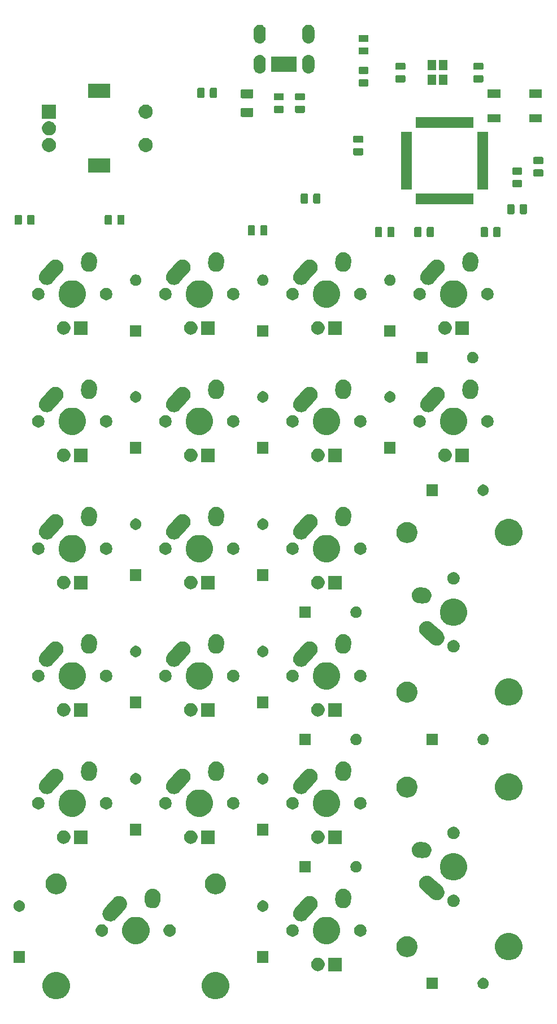
<source format=gbs>
G04 #@! TF.GenerationSoftware,KiCad,Pcbnew,5.1.5-52549c5~84~ubuntu18.04.1*
G04 #@! TF.CreationDate,2020-02-13T16:35:18-05:00*
G04 #@! TF.ProjectId,metropolislefty,6d657472-6f70-46f6-9c69-736c65667479,0*
G04 #@! TF.SameCoordinates,Original*
G04 #@! TF.FileFunction,Soldermask,Bot*
G04 #@! TF.FilePolarity,Negative*
%FSLAX46Y46*%
G04 Gerber Fmt 4.6, Leading zero omitted, Abs format (unit mm)*
G04 Created by KiCad (PCBNEW 5.1.5-52549c5~84~ubuntu18.04.1) date 2020-02-13 16:35:18*
%MOMM*%
%LPD*%
G04 APERTURE LIST*
%ADD10C,0.100000*%
G04 APERTURE END LIST*
D10*
G36*
X86511974Y-178849934D02*
G01*
X86729974Y-178940233D01*
X86884123Y-179004083D01*
X87219048Y-179227873D01*
X87503877Y-179512702D01*
X87727667Y-179847627D01*
X87727667Y-179847628D01*
X87881816Y-180219776D01*
X87960400Y-180614844D01*
X87960400Y-181017656D01*
X87881816Y-181412724D01*
X87791517Y-181630724D01*
X87727667Y-181784873D01*
X87503877Y-182119798D01*
X87219048Y-182404627D01*
X86884123Y-182628417D01*
X86729974Y-182692267D01*
X86511974Y-182782566D01*
X86116906Y-182861150D01*
X85714094Y-182861150D01*
X85319026Y-182782566D01*
X85101026Y-182692267D01*
X84946877Y-182628417D01*
X84611952Y-182404627D01*
X84327123Y-182119798D01*
X84103333Y-181784873D01*
X84039483Y-181630724D01*
X83949184Y-181412724D01*
X83870600Y-181017656D01*
X83870600Y-180614844D01*
X83949184Y-180219776D01*
X84103333Y-179847628D01*
X84103333Y-179847627D01*
X84327123Y-179512702D01*
X84611952Y-179227873D01*
X84946877Y-179004083D01*
X85101026Y-178940233D01*
X85319026Y-178849934D01*
X85714094Y-178771350D01*
X86116906Y-178771350D01*
X86511974Y-178849934D01*
G37*
G36*
X62635974Y-178849934D02*
G01*
X62853974Y-178940233D01*
X63008123Y-179004083D01*
X63343048Y-179227873D01*
X63627877Y-179512702D01*
X63851667Y-179847627D01*
X63851667Y-179847628D01*
X64005816Y-180219776D01*
X64084400Y-180614844D01*
X64084400Y-181017656D01*
X64005816Y-181412724D01*
X63915517Y-181630724D01*
X63851667Y-181784873D01*
X63627877Y-182119798D01*
X63343048Y-182404627D01*
X63008123Y-182628417D01*
X62853974Y-182692267D01*
X62635974Y-182782566D01*
X62240906Y-182861150D01*
X61838094Y-182861150D01*
X61443026Y-182782566D01*
X61225026Y-182692267D01*
X61070877Y-182628417D01*
X60735952Y-182404627D01*
X60451123Y-182119798D01*
X60227333Y-181784873D01*
X60163483Y-181630724D01*
X60073184Y-181412724D01*
X59994600Y-181017656D01*
X59994600Y-180614844D01*
X60073184Y-180219776D01*
X60227333Y-179847628D01*
X60227333Y-179847627D01*
X60451123Y-179512702D01*
X60735952Y-179227873D01*
X61070877Y-179004083D01*
X61225026Y-178940233D01*
X61443026Y-178849934D01*
X61838094Y-178771350D01*
X62240906Y-178771350D01*
X62635974Y-178849934D01*
G37*
G36*
X126295728Y-179680453D02*
G01*
X126450600Y-179744603D01*
X126589981Y-179837735D01*
X126708515Y-179956269D01*
X126801647Y-180095650D01*
X126865797Y-180250522D01*
X126898500Y-180414934D01*
X126898500Y-180582566D01*
X126865797Y-180746978D01*
X126801647Y-180901850D01*
X126708515Y-181041231D01*
X126589981Y-181159765D01*
X126450600Y-181252897D01*
X126295728Y-181317047D01*
X126131316Y-181349750D01*
X125963684Y-181349750D01*
X125799272Y-181317047D01*
X125644400Y-181252897D01*
X125505019Y-181159765D01*
X125386485Y-181041231D01*
X125293353Y-180901850D01*
X125229203Y-180746978D01*
X125196500Y-180582566D01*
X125196500Y-180414934D01*
X125229203Y-180250522D01*
X125293353Y-180095650D01*
X125386485Y-179956269D01*
X125505019Y-179837735D01*
X125644400Y-179744603D01*
X125799272Y-179680453D01*
X125963684Y-179647750D01*
X126131316Y-179647750D01*
X126295728Y-179680453D01*
G37*
G36*
X119278500Y-181349750D02*
G01*
X117576500Y-181349750D01*
X117576500Y-179647750D01*
X119278500Y-179647750D01*
X119278500Y-181349750D01*
G37*
G36*
X101408925Y-176643238D02*
G01*
X101575210Y-176676313D01*
X101757836Y-176751959D01*
X101922194Y-176861780D01*
X102061970Y-177001556D01*
X102171791Y-177165914D01*
X102247437Y-177348540D01*
X102286000Y-177542414D01*
X102286000Y-177740086D01*
X102247437Y-177933960D01*
X102171791Y-178116586D01*
X102061970Y-178280944D01*
X101922194Y-178420720D01*
X101757836Y-178530541D01*
X101575210Y-178606187D01*
X101408925Y-178639262D01*
X101381337Y-178644750D01*
X101183663Y-178644750D01*
X101156075Y-178639262D01*
X100989790Y-178606187D01*
X100807164Y-178530541D01*
X100642806Y-178420720D01*
X100503030Y-178280944D01*
X100393209Y-178116586D01*
X100317563Y-177933960D01*
X100279000Y-177740086D01*
X100279000Y-177542414D01*
X100317563Y-177348540D01*
X100393209Y-177165914D01*
X100503030Y-177001556D01*
X100642806Y-176861780D01*
X100807164Y-176751959D01*
X100989790Y-176676313D01*
X101156075Y-176643238D01*
X101183663Y-176637750D01*
X101381337Y-176637750D01*
X101408925Y-176643238D01*
G37*
G36*
X104826000Y-178644750D02*
G01*
X102819000Y-178644750D01*
X102819000Y-176637750D01*
X104826000Y-176637750D01*
X104826000Y-178644750D01*
G37*
G36*
X57366000Y-177381000D02*
G01*
X55664000Y-177381000D01*
X55664000Y-175679000D01*
X57366000Y-175679000D01*
X57366000Y-177381000D01*
G37*
G36*
X93878500Y-177381000D02*
G01*
X92176500Y-177381000D01*
X92176500Y-175679000D01*
X93878500Y-175679000D01*
X93878500Y-177381000D01*
G37*
G36*
X130453974Y-173007934D02*
G01*
X130671974Y-173098233D01*
X130826123Y-173162083D01*
X131161048Y-173385873D01*
X131445877Y-173670702D01*
X131669667Y-174005627D01*
X131669667Y-174005628D01*
X131823816Y-174377776D01*
X131902400Y-174772844D01*
X131902400Y-175175656D01*
X131823816Y-175570724D01*
X131761863Y-175720291D01*
X131669667Y-175942873D01*
X131445877Y-176277798D01*
X131161048Y-176562627D01*
X130826123Y-176786417D01*
X130671974Y-176850267D01*
X130453974Y-176940566D01*
X130058906Y-177019150D01*
X129656094Y-177019150D01*
X129261026Y-176940566D01*
X129043026Y-176850267D01*
X128888877Y-176786417D01*
X128553952Y-176562627D01*
X128269123Y-176277798D01*
X128045333Y-175942873D01*
X127953137Y-175720291D01*
X127891184Y-175570724D01*
X127812600Y-175175656D01*
X127812600Y-174772844D01*
X127891184Y-174377776D01*
X128045333Y-174005628D01*
X128045333Y-174005627D01*
X128269123Y-173670702D01*
X128553952Y-173385873D01*
X128888877Y-173162083D01*
X129043026Y-173098233D01*
X129261026Y-173007934D01*
X129656094Y-172929350D01*
X130058906Y-172929350D01*
X130453974Y-173007934D01*
G37*
G36*
X114924767Y-173429513D02*
G01*
X115076911Y-173459776D01*
X115195637Y-173508954D01*
X115363541Y-173578502D01*
X115363542Y-173578503D01*
X115621504Y-173750867D01*
X115840883Y-173970246D01*
X115864524Y-174005628D01*
X116013248Y-174228209D01*
X116073395Y-174373417D01*
X116131974Y-174514839D01*
X116150137Y-174606150D01*
X116192500Y-174819125D01*
X116192500Y-175129375D01*
X116131974Y-175433660D01*
X116013248Y-175720291D01*
X116013247Y-175720292D01*
X115840883Y-175978254D01*
X115621504Y-176197633D01*
X115501528Y-176277798D01*
X115363541Y-176369998D01*
X115195637Y-176439546D01*
X115076911Y-176488724D01*
X114924767Y-176518987D01*
X114772625Y-176549250D01*
X114462375Y-176549250D01*
X114310233Y-176518987D01*
X114158089Y-176488724D01*
X114039363Y-176439546D01*
X113871459Y-176369998D01*
X113733472Y-176277798D01*
X113613496Y-176197633D01*
X113394117Y-175978254D01*
X113221753Y-175720292D01*
X113221752Y-175720291D01*
X113103026Y-175433660D01*
X113042500Y-175129375D01*
X113042500Y-174819125D01*
X113084863Y-174606150D01*
X113103026Y-174514839D01*
X113161605Y-174373417D01*
X113221752Y-174228209D01*
X113370476Y-174005628D01*
X113394117Y-173970246D01*
X113613496Y-173750867D01*
X113871458Y-173578503D01*
X113871459Y-173578502D01*
X114039363Y-173508954D01*
X114158089Y-173459776D01*
X114310233Y-173429513D01*
X114462375Y-173399250D01*
X114772625Y-173399250D01*
X114924767Y-173429513D01*
G37*
G36*
X103148974Y-170594934D02*
G01*
X103366974Y-170685233D01*
X103521123Y-170749083D01*
X103856048Y-170972873D01*
X104140877Y-171257702D01*
X104364667Y-171592627D01*
X104397062Y-171670836D01*
X104518816Y-171964776D01*
X104597400Y-172359844D01*
X104597400Y-172762656D01*
X104518816Y-173157724D01*
X104467951Y-173280522D01*
X104364667Y-173529873D01*
X104140877Y-173864798D01*
X103856048Y-174149627D01*
X103521123Y-174373417D01*
X103366974Y-174437267D01*
X103148974Y-174527566D01*
X102753906Y-174606150D01*
X102351094Y-174606150D01*
X101956026Y-174527566D01*
X101738026Y-174437267D01*
X101583877Y-174373417D01*
X101248952Y-174149627D01*
X100964123Y-173864798D01*
X100740333Y-173529873D01*
X100637049Y-173280522D01*
X100586184Y-173157724D01*
X100507600Y-172762656D01*
X100507600Y-172359844D01*
X100586184Y-171964776D01*
X100707938Y-171670836D01*
X100740333Y-171592627D01*
X100964123Y-171257702D01*
X101248952Y-170972873D01*
X101583877Y-170749083D01*
X101738026Y-170685233D01*
X101956026Y-170594934D01*
X102351094Y-170516350D01*
X102753906Y-170516350D01*
X103148974Y-170594934D01*
G37*
G36*
X74573974Y-170594934D02*
G01*
X74791974Y-170685233D01*
X74946123Y-170749083D01*
X75281048Y-170972873D01*
X75565877Y-171257702D01*
X75789667Y-171592627D01*
X75822062Y-171670836D01*
X75943816Y-171964776D01*
X76022400Y-172359844D01*
X76022400Y-172762656D01*
X75943816Y-173157724D01*
X75892951Y-173280522D01*
X75789667Y-173529873D01*
X75565877Y-173864798D01*
X75281048Y-174149627D01*
X74946123Y-174373417D01*
X74791974Y-174437267D01*
X74573974Y-174527566D01*
X74178906Y-174606150D01*
X73776094Y-174606150D01*
X73381026Y-174527566D01*
X73163026Y-174437267D01*
X73008877Y-174373417D01*
X72673952Y-174149627D01*
X72389123Y-173864798D01*
X72165333Y-173529873D01*
X72062049Y-173280522D01*
X72011184Y-173157724D01*
X71932600Y-172762656D01*
X71932600Y-172359844D01*
X72011184Y-171964776D01*
X72132938Y-171670836D01*
X72165333Y-171592627D01*
X72389123Y-171257702D01*
X72673952Y-170972873D01*
X73008877Y-170749083D01*
X73163026Y-170685233D01*
X73381026Y-170594934D01*
X73776094Y-170516350D01*
X74178906Y-170516350D01*
X74573974Y-170594934D01*
G37*
G36*
X97742604Y-171670835D02*
G01*
X97911126Y-171740639D01*
X98062791Y-171841978D01*
X98191772Y-171970959D01*
X98293111Y-172122624D01*
X98362915Y-172291146D01*
X98398500Y-172470047D01*
X98398500Y-172652453D01*
X98362915Y-172831354D01*
X98293111Y-172999876D01*
X98191772Y-173151541D01*
X98062791Y-173280522D01*
X97911126Y-173381861D01*
X97742604Y-173451665D01*
X97563703Y-173487250D01*
X97381297Y-173487250D01*
X97202396Y-173451665D01*
X97033874Y-173381861D01*
X96882209Y-173280522D01*
X96753228Y-173151541D01*
X96651889Y-172999876D01*
X96582085Y-172831354D01*
X96546500Y-172652453D01*
X96546500Y-172470047D01*
X96582085Y-172291146D01*
X96651889Y-172122624D01*
X96753228Y-171970959D01*
X96882209Y-171841978D01*
X97033874Y-171740639D01*
X97202396Y-171670835D01*
X97381297Y-171635250D01*
X97563703Y-171635250D01*
X97742604Y-171670835D01*
G37*
G36*
X107902604Y-171670835D02*
G01*
X108071126Y-171740639D01*
X108222791Y-171841978D01*
X108351772Y-171970959D01*
X108453111Y-172122624D01*
X108522915Y-172291146D01*
X108558500Y-172470047D01*
X108558500Y-172652453D01*
X108522915Y-172831354D01*
X108453111Y-172999876D01*
X108351772Y-173151541D01*
X108222791Y-173280522D01*
X108071126Y-173381861D01*
X107902604Y-173451665D01*
X107723703Y-173487250D01*
X107541297Y-173487250D01*
X107362396Y-173451665D01*
X107193874Y-173381861D01*
X107042209Y-173280522D01*
X106913228Y-173151541D01*
X106811889Y-172999876D01*
X106742085Y-172831354D01*
X106706500Y-172652453D01*
X106706500Y-172470047D01*
X106742085Y-172291146D01*
X106811889Y-172122624D01*
X106913228Y-171970959D01*
X107042209Y-171841978D01*
X107193874Y-171740639D01*
X107362396Y-171670835D01*
X107541297Y-171635250D01*
X107723703Y-171635250D01*
X107902604Y-171670835D01*
G37*
G36*
X69167604Y-171670835D02*
G01*
X69336126Y-171740639D01*
X69487791Y-171841978D01*
X69616772Y-171970959D01*
X69718111Y-172122624D01*
X69787915Y-172291146D01*
X69823500Y-172470047D01*
X69823500Y-172652453D01*
X69787915Y-172831354D01*
X69718111Y-172999876D01*
X69616772Y-173151541D01*
X69487791Y-173280522D01*
X69336126Y-173381861D01*
X69167604Y-173451665D01*
X68988703Y-173487250D01*
X68806297Y-173487250D01*
X68627396Y-173451665D01*
X68458874Y-173381861D01*
X68307209Y-173280522D01*
X68178228Y-173151541D01*
X68076889Y-172999876D01*
X68007085Y-172831354D01*
X67971500Y-172652453D01*
X67971500Y-172470047D01*
X68007085Y-172291146D01*
X68076889Y-172122624D01*
X68178228Y-171970959D01*
X68307209Y-171841978D01*
X68458874Y-171740639D01*
X68627396Y-171670835D01*
X68806297Y-171635250D01*
X68988703Y-171635250D01*
X69167604Y-171670835D01*
G37*
G36*
X79327604Y-171670835D02*
G01*
X79496126Y-171740639D01*
X79647791Y-171841978D01*
X79776772Y-171970959D01*
X79878111Y-172122624D01*
X79947915Y-172291146D01*
X79983500Y-172470047D01*
X79983500Y-172652453D01*
X79947915Y-172831354D01*
X79878111Y-172999876D01*
X79776772Y-173151541D01*
X79647791Y-173280522D01*
X79496126Y-173381861D01*
X79327604Y-173451665D01*
X79148703Y-173487250D01*
X78966297Y-173487250D01*
X78787396Y-173451665D01*
X78618874Y-173381861D01*
X78467209Y-173280522D01*
X78338228Y-173151541D01*
X78236889Y-172999876D01*
X78167085Y-172831354D01*
X78131500Y-172652453D01*
X78131500Y-172470047D01*
X78167085Y-172291146D01*
X78236889Y-172122624D01*
X78338228Y-171970959D01*
X78467209Y-171841978D01*
X78618874Y-171740639D01*
X78787396Y-171670835D01*
X78966297Y-171635250D01*
X79148703Y-171635250D01*
X79327604Y-171670835D01*
G37*
G36*
X100075705Y-167385131D02*
G01*
X100081145Y-167385250D01*
X100168328Y-167385250D01*
X100184597Y-167388486D01*
X100203456Y-167390765D01*
X100220032Y-167391496D01*
X100304723Y-167412260D01*
X100310018Y-167413434D01*
X100395527Y-167430443D01*
X100410862Y-167436795D01*
X100428901Y-167442705D01*
X100445021Y-167446657D01*
X100524004Y-167483530D01*
X100528994Y-167485727D01*
X100609545Y-167519092D01*
X100623341Y-167528310D01*
X100639893Y-167537632D01*
X100654926Y-167544650D01*
X100725194Y-167596221D01*
X100729692Y-167599372D01*
X100802156Y-167647791D01*
X100813883Y-167659518D01*
X100828309Y-167671898D01*
X100841679Y-167681711D01*
X100841680Y-167681712D01*
X100900521Y-167745983D01*
X100904329Y-167749964D01*
X100965959Y-167811594D01*
X100975174Y-167825385D01*
X100986896Y-167840328D01*
X100998105Y-167852571D01*
X101043299Y-167927124D01*
X101046246Y-167931751D01*
X101094658Y-168004205D01*
X101101005Y-168019527D01*
X101109592Y-168036481D01*
X101118191Y-168050667D01*
X101147978Y-168132618D01*
X101149952Y-168137698D01*
X101183307Y-168218223D01*
X101183307Y-168218224D01*
X101186541Y-168234483D01*
X101191658Y-168252792D01*
X101197325Y-168268384D01*
X101210555Y-168354595D01*
X101211501Y-168359963D01*
X101228500Y-168445423D01*
X101228500Y-168462002D01*
X101229944Y-168480942D01*
X101232463Y-168497354D01*
X101228620Y-168584499D01*
X101228500Y-168589939D01*
X101228500Y-168677075D01*
X101225266Y-168693333D01*
X101222988Y-168712191D01*
X101222256Y-168728781D01*
X101201488Y-168813487D01*
X101200312Y-168818787D01*
X101183307Y-168904277D01*
X101176957Y-168919607D01*
X101171049Y-168937643D01*
X101167095Y-168953770D01*
X101130211Y-169032776D01*
X101128011Y-169037773D01*
X101094658Y-169118295D01*
X101085444Y-169132085D01*
X101076122Y-169148637D01*
X101069102Y-169163674D01*
X101017511Y-169233970D01*
X101014366Y-169238460D01*
X100965961Y-169310904D01*
X100908960Y-169367905D01*
X100904311Y-169372813D01*
X100556006Y-169761000D01*
X99579223Y-170849626D01*
X99451179Y-170966852D01*
X99352130Y-171026896D01*
X99253083Y-171086939D01*
X99035366Y-171166073D01*
X98806395Y-171201211D01*
X98574970Y-171191004D01*
X98349981Y-171135843D01*
X98245227Y-171086939D01*
X98140079Y-171037852D01*
X98043338Y-170966852D01*
X97953323Y-170900789D01*
X97878894Y-170819491D01*
X97796898Y-170729929D01*
X97715064Y-170594935D01*
X97676811Y-170531833D01*
X97597677Y-170314116D01*
X97562539Y-170085145D01*
X97572746Y-169853720D01*
X97627907Y-169628731D01*
X97679472Y-169518278D01*
X97725898Y-169418830D01*
X97725900Y-169418827D01*
X97828614Y-169278872D01*
X98583745Y-168437277D01*
X99115287Y-167844871D01*
X99126181Y-167830839D01*
X99139039Y-167811596D01*
X99196073Y-167754562D01*
X99200723Y-167749653D01*
X99215778Y-167732874D01*
X99237201Y-167713261D01*
X99241182Y-167709453D01*
X99302846Y-167647789D01*
X99316643Y-167638570D01*
X99331602Y-167626835D01*
X99343821Y-167615648D01*
X99375885Y-167596211D01*
X99418330Y-167570481D01*
X99422921Y-167567558D01*
X99495455Y-167519092D01*
X99510800Y-167512736D01*
X99527748Y-167504151D01*
X99541916Y-167495562D01*
X99541917Y-167495562D01*
X99541918Y-167495561D01*
X99623812Y-167465795D01*
X99628910Y-167463813D01*
X99709473Y-167430443D01*
X99725752Y-167427205D01*
X99744042Y-167422094D01*
X99759635Y-167416427D01*
X99845800Y-167403204D01*
X99851163Y-167402259D01*
X99936673Y-167385250D01*
X99953266Y-167385250D01*
X99972209Y-167383805D01*
X99988606Y-167381289D01*
X100075705Y-167385131D01*
G37*
G36*
X71500705Y-167385131D02*
G01*
X71506145Y-167385250D01*
X71593328Y-167385250D01*
X71609597Y-167388486D01*
X71628456Y-167390765D01*
X71645032Y-167391496D01*
X71729723Y-167412260D01*
X71735018Y-167413434D01*
X71820527Y-167430443D01*
X71835862Y-167436795D01*
X71853901Y-167442705D01*
X71870021Y-167446657D01*
X71949004Y-167483530D01*
X71953994Y-167485727D01*
X72034545Y-167519092D01*
X72048341Y-167528310D01*
X72064893Y-167537632D01*
X72079926Y-167544650D01*
X72150194Y-167596221D01*
X72154692Y-167599372D01*
X72227156Y-167647791D01*
X72238883Y-167659518D01*
X72253309Y-167671898D01*
X72266679Y-167681711D01*
X72266680Y-167681712D01*
X72325521Y-167745983D01*
X72329329Y-167749964D01*
X72390959Y-167811594D01*
X72400174Y-167825385D01*
X72411896Y-167840328D01*
X72423105Y-167852571D01*
X72468299Y-167927124D01*
X72471246Y-167931751D01*
X72519658Y-168004205D01*
X72526005Y-168019527D01*
X72534592Y-168036481D01*
X72543191Y-168050667D01*
X72572978Y-168132618D01*
X72574952Y-168137698D01*
X72608307Y-168218223D01*
X72608307Y-168218224D01*
X72611541Y-168234483D01*
X72616658Y-168252792D01*
X72622325Y-168268384D01*
X72635555Y-168354595D01*
X72636501Y-168359963D01*
X72653500Y-168445423D01*
X72653500Y-168462002D01*
X72654944Y-168480942D01*
X72657463Y-168497354D01*
X72653620Y-168584499D01*
X72653500Y-168589939D01*
X72653500Y-168677075D01*
X72650266Y-168693333D01*
X72647988Y-168712191D01*
X72647256Y-168728781D01*
X72626488Y-168813487D01*
X72625312Y-168818787D01*
X72608307Y-168904277D01*
X72601957Y-168919607D01*
X72596049Y-168937643D01*
X72592095Y-168953770D01*
X72555211Y-169032776D01*
X72553011Y-169037773D01*
X72519658Y-169118295D01*
X72510444Y-169132085D01*
X72501122Y-169148637D01*
X72494102Y-169163674D01*
X72442511Y-169233970D01*
X72439366Y-169238460D01*
X72390961Y-169310904D01*
X72333960Y-169367905D01*
X72329311Y-169372813D01*
X71981006Y-169761000D01*
X71004223Y-170849626D01*
X70876179Y-170966852D01*
X70777130Y-171026896D01*
X70678083Y-171086939D01*
X70460366Y-171166073D01*
X70231395Y-171201211D01*
X69999970Y-171191004D01*
X69774981Y-171135843D01*
X69670227Y-171086939D01*
X69565079Y-171037852D01*
X69468338Y-170966852D01*
X69378323Y-170900789D01*
X69303894Y-170819491D01*
X69221898Y-170729929D01*
X69140064Y-170594935D01*
X69101811Y-170531833D01*
X69022677Y-170314116D01*
X68987539Y-170085145D01*
X68997746Y-169853720D01*
X69052907Y-169628731D01*
X69104472Y-169518278D01*
X69150898Y-169418830D01*
X69150900Y-169418827D01*
X69253614Y-169278872D01*
X70008745Y-168437277D01*
X70540287Y-167844871D01*
X70551181Y-167830839D01*
X70564039Y-167811596D01*
X70621073Y-167754562D01*
X70625723Y-167749653D01*
X70640778Y-167732874D01*
X70662201Y-167713261D01*
X70666182Y-167709453D01*
X70727846Y-167647789D01*
X70741643Y-167638570D01*
X70756602Y-167626835D01*
X70768821Y-167615648D01*
X70800885Y-167596211D01*
X70843330Y-167570481D01*
X70847921Y-167567558D01*
X70920455Y-167519092D01*
X70935800Y-167512736D01*
X70952748Y-167504151D01*
X70966916Y-167495562D01*
X70966917Y-167495562D01*
X70966918Y-167495561D01*
X71048812Y-167465795D01*
X71053910Y-167463813D01*
X71134473Y-167430443D01*
X71150752Y-167427205D01*
X71169042Y-167422094D01*
X71184635Y-167416427D01*
X71270800Y-167403204D01*
X71276163Y-167402259D01*
X71361673Y-167385250D01*
X71378266Y-167385250D01*
X71397209Y-167383805D01*
X71413606Y-167381289D01*
X71500705Y-167385131D01*
G37*
G36*
X93275728Y-168091703D02*
G01*
X93430600Y-168155853D01*
X93569981Y-168248985D01*
X93688515Y-168367519D01*
X93781647Y-168506900D01*
X93845797Y-168661772D01*
X93878500Y-168826184D01*
X93878500Y-168993816D01*
X93845797Y-169158228D01*
X93781647Y-169313100D01*
X93688515Y-169452481D01*
X93569981Y-169571015D01*
X93430600Y-169664147D01*
X93275728Y-169728297D01*
X93111316Y-169761000D01*
X92943684Y-169761000D01*
X92779272Y-169728297D01*
X92624400Y-169664147D01*
X92485019Y-169571015D01*
X92366485Y-169452481D01*
X92273353Y-169313100D01*
X92209203Y-169158228D01*
X92176500Y-168993816D01*
X92176500Y-168826184D01*
X92209203Y-168661772D01*
X92273353Y-168506900D01*
X92366485Y-168367519D01*
X92485019Y-168248985D01*
X92624400Y-168155853D01*
X92779272Y-168091703D01*
X92943684Y-168059000D01*
X93111316Y-168059000D01*
X93275728Y-168091703D01*
G37*
G36*
X56763228Y-168091703D02*
G01*
X56918100Y-168155853D01*
X57057481Y-168248985D01*
X57176015Y-168367519D01*
X57269147Y-168506900D01*
X57333297Y-168661772D01*
X57366000Y-168826184D01*
X57366000Y-168993816D01*
X57333297Y-169158228D01*
X57269147Y-169313100D01*
X57176015Y-169452481D01*
X57057481Y-169571015D01*
X56918100Y-169664147D01*
X56763228Y-169728297D01*
X56598816Y-169761000D01*
X56431184Y-169761000D01*
X56266772Y-169728297D01*
X56111900Y-169664147D01*
X55972519Y-169571015D01*
X55853985Y-169452481D01*
X55760853Y-169313100D01*
X55696703Y-169158228D01*
X55664000Y-168993816D01*
X55664000Y-168826184D01*
X55696703Y-168661772D01*
X55760853Y-168506900D01*
X55853985Y-168367519D01*
X55972519Y-168248985D01*
X56111900Y-168155853D01*
X56266772Y-168091703D01*
X56431184Y-168059000D01*
X56598816Y-168059000D01*
X56763228Y-168091703D01*
G37*
G36*
X105180627Y-166303511D02*
G01*
X105201400Y-166305250D01*
X105208327Y-166305250D01*
X105303254Y-166324132D01*
X105306848Y-166324792D01*
X105402230Y-166340874D01*
X105408703Y-166343335D01*
X105428728Y-166349091D01*
X105435527Y-166350443D01*
X105497914Y-166376284D01*
X105524943Y-166387480D01*
X105528344Y-166388831D01*
X105618755Y-166423211D01*
X105624627Y-166426890D01*
X105643136Y-166436437D01*
X105649545Y-166439092D01*
X105730063Y-166492892D01*
X105733054Y-166494828D01*
X105815057Y-166546209D01*
X105820084Y-166550950D01*
X105836396Y-166563941D01*
X105842152Y-166567787D01*
X105910610Y-166636245D01*
X105913189Y-166638749D01*
X105983590Y-166705139D01*
X105987595Y-166710769D01*
X106001059Y-166726694D01*
X106005959Y-166731594D01*
X106059744Y-166812089D01*
X106061791Y-166815057D01*
X106117880Y-166893895D01*
X106120714Y-166900208D01*
X106130808Y-166918443D01*
X106134658Y-166924205D01*
X106171720Y-167013680D01*
X106173124Y-167016935D01*
X106212765Y-167105223D01*
X106214315Y-167111975D01*
X106220652Y-167131812D01*
X106223307Y-167138223D01*
X106240734Y-167225835D01*
X106242192Y-167233167D01*
X106242938Y-167236651D01*
X106264598Y-167331001D01*
X106264598Y-167331004D01*
X106264800Y-167337904D01*
X106267147Y-167358620D01*
X106268500Y-167365424D01*
X106268500Y-167462236D01*
X106268553Y-167465834D01*
X106269688Y-167504527D01*
X106268795Y-167517475D01*
X106268500Y-167526047D01*
X106268500Y-167597076D01*
X106262581Y-167626835D01*
X106262104Y-167629229D01*
X106260000Y-167645000D01*
X106221738Y-168199795D01*
X106192876Y-168370980D01*
X106110538Y-168587505D01*
X105987541Y-168783807D01*
X105828611Y-168952340D01*
X105639855Y-169086630D01*
X105428527Y-169181515D01*
X105202749Y-169233348D01*
X104971198Y-169240139D01*
X104971197Y-169240139D01*
X104925512Y-169232436D01*
X104742770Y-169201626D01*
X104526245Y-169119288D01*
X104329943Y-168996291D01*
X104161410Y-168837361D01*
X104027120Y-168648605D01*
X103932235Y-168437277D01*
X103880402Y-168211499D01*
X103875312Y-168037973D01*
X103916204Y-167445044D01*
X103916500Y-167436446D01*
X103916500Y-167365425D01*
X103935382Y-167270500D01*
X103936044Y-167266895D01*
X103941731Y-167233167D01*
X103952124Y-167171520D01*
X103954585Y-167165049D01*
X103960342Y-167145017D01*
X103961693Y-167138224D01*
X103964343Y-167131826D01*
X103998764Y-167048726D01*
X104000053Y-167045480D01*
X104034462Y-166954995D01*
X104038136Y-166949131D01*
X104047687Y-166930615D01*
X104050342Y-166924205D01*
X104104157Y-166843665D01*
X104106077Y-166840699D01*
X104157459Y-166758693D01*
X104162211Y-166753654D01*
X104175189Y-166737357D01*
X104179037Y-166731598D01*
X104247493Y-166663142D01*
X104250046Y-166660512D01*
X104270523Y-166638798D01*
X104316389Y-166590160D01*
X104322021Y-166586153D01*
X104337947Y-166572688D01*
X104342846Y-166567789D01*
X104423324Y-166514016D01*
X104426306Y-166511960D01*
X104505145Y-166455870D01*
X104511455Y-166453037D01*
X104529694Y-166442941D01*
X104535451Y-166439094D01*
X104535454Y-166439093D01*
X104535455Y-166439092D01*
X104624929Y-166402031D01*
X104628187Y-166400625D01*
X104716473Y-166360985D01*
X104723225Y-166359435D01*
X104743062Y-166353098D01*
X104749473Y-166350443D01*
X104844399Y-166331561D01*
X104847946Y-166330801D01*
X104942251Y-166309151D01*
X104944630Y-166309081D01*
X104949165Y-166308948D01*
X104969881Y-166306601D01*
X104976674Y-166305250D01*
X105073459Y-166305250D01*
X105077084Y-166305197D01*
X105173802Y-166302360D01*
X105180627Y-166303511D01*
G37*
G36*
X76605627Y-166303511D02*
G01*
X76626400Y-166305250D01*
X76633327Y-166305250D01*
X76728254Y-166324132D01*
X76731848Y-166324792D01*
X76827230Y-166340874D01*
X76833703Y-166343335D01*
X76853728Y-166349091D01*
X76860527Y-166350443D01*
X76922914Y-166376284D01*
X76949943Y-166387480D01*
X76953344Y-166388831D01*
X77043755Y-166423211D01*
X77049627Y-166426890D01*
X77068136Y-166436437D01*
X77074545Y-166439092D01*
X77155063Y-166492892D01*
X77158054Y-166494828D01*
X77240057Y-166546209D01*
X77245084Y-166550950D01*
X77261396Y-166563941D01*
X77267152Y-166567787D01*
X77335610Y-166636245D01*
X77338189Y-166638749D01*
X77408590Y-166705139D01*
X77412595Y-166710769D01*
X77426059Y-166726694D01*
X77430959Y-166731594D01*
X77484744Y-166812089D01*
X77486791Y-166815057D01*
X77542880Y-166893895D01*
X77545714Y-166900208D01*
X77555808Y-166918443D01*
X77559658Y-166924205D01*
X77596720Y-167013680D01*
X77598124Y-167016935D01*
X77637765Y-167105223D01*
X77639315Y-167111975D01*
X77645652Y-167131812D01*
X77648307Y-167138223D01*
X77665734Y-167225835D01*
X77667192Y-167233167D01*
X77667938Y-167236651D01*
X77689598Y-167331001D01*
X77689598Y-167331004D01*
X77689800Y-167337904D01*
X77692147Y-167358620D01*
X77693500Y-167365424D01*
X77693500Y-167462236D01*
X77693553Y-167465834D01*
X77694688Y-167504527D01*
X77693795Y-167517475D01*
X77693500Y-167526047D01*
X77693500Y-167597076D01*
X77687581Y-167626835D01*
X77687104Y-167629229D01*
X77685000Y-167645000D01*
X77646738Y-168199795D01*
X77617876Y-168370980D01*
X77535538Y-168587505D01*
X77412541Y-168783807D01*
X77253611Y-168952340D01*
X77064855Y-169086630D01*
X76853527Y-169181515D01*
X76627749Y-169233348D01*
X76396198Y-169240139D01*
X76396197Y-169240139D01*
X76350512Y-169232436D01*
X76167770Y-169201626D01*
X75951245Y-169119288D01*
X75754943Y-168996291D01*
X75586410Y-168837361D01*
X75452120Y-168648605D01*
X75357235Y-168437277D01*
X75305402Y-168211499D01*
X75300312Y-168037973D01*
X75341204Y-167445044D01*
X75341500Y-167436446D01*
X75341500Y-167365425D01*
X75360382Y-167270500D01*
X75361044Y-167266895D01*
X75366731Y-167233167D01*
X75377124Y-167171520D01*
X75379585Y-167165049D01*
X75385342Y-167145017D01*
X75386693Y-167138224D01*
X75389343Y-167131826D01*
X75423764Y-167048726D01*
X75425053Y-167045480D01*
X75459462Y-166954995D01*
X75463136Y-166949131D01*
X75472687Y-166930615D01*
X75475342Y-166924205D01*
X75529157Y-166843665D01*
X75531077Y-166840699D01*
X75582459Y-166758693D01*
X75587211Y-166753654D01*
X75600189Y-166737357D01*
X75604037Y-166731598D01*
X75672493Y-166663142D01*
X75675046Y-166660512D01*
X75695523Y-166638798D01*
X75741389Y-166590160D01*
X75747021Y-166586153D01*
X75762947Y-166572688D01*
X75767846Y-166567789D01*
X75848324Y-166514016D01*
X75851306Y-166511960D01*
X75930145Y-166455870D01*
X75936455Y-166453037D01*
X75954694Y-166442941D01*
X75960451Y-166439094D01*
X75960454Y-166439093D01*
X75960455Y-166439092D01*
X76049929Y-166402031D01*
X76053187Y-166400625D01*
X76141473Y-166360985D01*
X76148225Y-166359435D01*
X76168062Y-166353098D01*
X76174473Y-166350443D01*
X76269399Y-166331561D01*
X76272946Y-166330801D01*
X76367251Y-166309151D01*
X76369630Y-166309081D01*
X76374165Y-166308948D01*
X76394881Y-166306601D01*
X76401674Y-166305250D01*
X76498459Y-166305250D01*
X76502084Y-166305197D01*
X76598802Y-166302360D01*
X76605627Y-166303511D01*
G37*
G36*
X121872604Y-167225835D02*
G01*
X122041126Y-167295639D01*
X122192791Y-167396978D01*
X122321772Y-167525959D01*
X122423111Y-167677624D01*
X122492915Y-167846146D01*
X122528500Y-168025047D01*
X122528500Y-168207453D01*
X122492915Y-168386354D01*
X122423111Y-168554876D01*
X122321772Y-168706541D01*
X122192791Y-168835522D01*
X122041126Y-168936861D01*
X121872604Y-169006665D01*
X121693703Y-169042250D01*
X121511297Y-169042250D01*
X121332396Y-169006665D01*
X121163874Y-168936861D01*
X121012209Y-168835522D01*
X120883228Y-168706541D01*
X120781889Y-168554876D01*
X120712085Y-168386354D01*
X120676500Y-168207453D01*
X120676500Y-168025047D01*
X120712085Y-167846146D01*
X120781889Y-167677624D01*
X120883228Y-167525959D01*
X121012209Y-167396978D01*
X121163874Y-167295639D01*
X121332396Y-167225835D01*
X121511297Y-167190250D01*
X121693703Y-167190250D01*
X121872604Y-167225835D01*
G37*
G36*
X117625749Y-164360131D02*
G01*
X117631189Y-164360250D01*
X117718326Y-164360250D01*
X117734587Y-164363484D01*
X117753441Y-164365762D01*
X117770030Y-164366494D01*
X117854722Y-164387258D01*
X117860058Y-164388442D01*
X117875054Y-164391425D01*
X117945527Y-164405443D01*
X117960845Y-164411788D01*
X117978904Y-164417704D01*
X117995019Y-164421655D01*
X118074023Y-164458538D01*
X118079003Y-164460730D01*
X118159545Y-164494092D01*
X118159547Y-164494093D01*
X118173327Y-164503301D01*
X118189895Y-164512632D01*
X118204922Y-164519647D01*
X118204924Y-164519648D01*
X118204923Y-164519648D01*
X118275200Y-164571225D01*
X118279698Y-164574376D01*
X118352156Y-164622791D01*
X118409162Y-164679797D01*
X118414056Y-164684433D01*
X118943884Y-165159827D01*
X119890876Y-166009526D01*
X119982685Y-166109808D01*
X120008103Y-166137571D01*
X120128189Y-166335666D01*
X120207323Y-166553383D01*
X120242461Y-166782354D01*
X120232254Y-167013780D01*
X120177093Y-167238769D01*
X120130812Y-167337904D01*
X120079102Y-167448671D01*
X120079100Y-167448673D01*
X120079100Y-167448674D01*
X119942039Y-167635427D01*
X119771179Y-167791853D01*
X119573083Y-167911939D01*
X119355366Y-167991073D01*
X119126396Y-168026211D01*
X118894969Y-168016004D01*
X118669980Y-167960843D01*
X118559527Y-167909278D01*
X118460079Y-167862852D01*
X118446072Y-167852572D01*
X118320122Y-167760136D01*
X116886123Y-166473464D01*
X116872091Y-166462570D01*
X116852846Y-166449711D01*
X116795803Y-166392668D01*
X116790894Y-166388018D01*
X116774124Y-166372971D01*
X116754521Y-166351559D01*
X116750713Y-166347578D01*
X116689041Y-166285906D01*
X116679816Y-166272100D01*
X116668082Y-166257142D01*
X116656896Y-166244924D01*
X116611752Y-166170454D01*
X116608793Y-166165807D01*
X116560341Y-166093293D01*
X116553989Y-166077958D01*
X116545399Y-166060997D01*
X116536811Y-166046831D01*
X116507054Y-165964961D01*
X116505064Y-165959841D01*
X116471693Y-165879276D01*
X116468456Y-165863002D01*
X116463343Y-165844703D01*
X116457677Y-165829114D01*
X116444456Y-165742965D01*
X116443509Y-165737588D01*
X116426500Y-165652077D01*
X116426500Y-165635483D01*
X116425055Y-165616540D01*
X116422539Y-165600143D01*
X116426380Y-165513044D01*
X116426500Y-165507604D01*
X116426500Y-165420422D01*
X116429736Y-165404153D01*
X116432015Y-165385294D01*
X116432746Y-165368718D01*
X116453510Y-165284027D01*
X116454686Y-165278724D01*
X116471693Y-165193225D01*
X116471693Y-165193223D01*
X116478045Y-165177888D01*
X116483955Y-165159849D01*
X116487907Y-165143729D01*
X116524777Y-165064753D01*
X116526977Y-165059756D01*
X116560342Y-164979205D01*
X116569560Y-164965409D01*
X116578887Y-164948848D01*
X116585900Y-164933825D01*
X116637461Y-164863570D01*
X116640622Y-164859058D01*
X116689041Y-164786594D01*
X116700768Y-164774867D01*
X116713152Y-164760437D01*
X116722962Y-164747070D01*
X116787233Y-164688229D01*
X116791214Y-164684421D01*
X116852844Y-164622791D01*
X116866635Y-164613576D01*
X116881593Y-164601842D01*
X116893824Y-164590644D01*
X116945761Y-164559160D01*
X116968359Y-164545461D01*
X116972956Y-164542535D01*
X117045455Y-164494092D01*
X117060778Y-164487745D01*
X117077733Y-164479158D01*
X117091917Y-164470559D01*
X117173842Y-164440782D01*
X117178935Y-164438803D01*
X117259473Y-164405443D01*
X117275737Y-164402208D01*
X117294032Y-164397096D01*
X117309634Y-164391425D01*
X117395842Y-164378195D01*
X117401213Y-164377249D01*
X117486673Y-164360250D01*
X117503252Y-164360250D01*
X117522194Y-164358805D01*
X117538605Y-164356287D01*
X117625749Y-164360131D01*
G37*
G36*
X86374911Y-164061776D02*
G01*
X86493637Y-164110954D01*
X86661541Y-164180502D01*
X86661542Y-164180503D01*
X86919504Y-164352867D01*
X87138883Y-164572246D01*
X87213853Y-164684447D01*
X87311248Y-164830209D01*
X87354167Y-164933825D01*
X87429974Y-165116839D01*
X87435323Y-165143729D01*
X87490500Y-165421125D01*
X87490500Y-165731375D01*
X87471058Y-165829115D01*
X87429974Y-166035661D01*
X87387761Y-166137571D01*
X87311248Y-166322291D01*
X87258924Y-166400599D01*
X87138883Y-166580254D01*
X86919504Y-166799633D01*
X86896348Y-166815105D01*
X86661541Y-166971998D01*
X86552886Y-167017004D01*
X86374911Y-167090724D01*
X86222767Y-167120987D01*
X86070625Y-167151250D01*
X85760375Y-167151250D01*
X85608233Y-167120987D01*
X85456089Y-167090724D01*
X85278114Y-167017004D01*
X85169459Y-166971998D01*
X84934652Y-166815105D01*
X84911496Y-166799633D01*
X84692117Y-166580254D01*
X84572076Y-166400599D01*
X84519752Y-166322291D01*
X84443239Y-166137571D01*
X84401026Y-166035661D01*
X84359942Y-165829115D01*
X84340500Y-165731375D01*
X84340500Y-165421125D01*
X84395677Y-165143729D01*
X84401026Y-165116839D01*
X84476833Y-164933825D01*
X84519752Y-164830209D01*
X84617147Y-164684447D01*
X84692117Y-164572246D01*
X84911496Y-164352867D01*
X85169458Y-164180503D01*
X85169459Y-164180502D01*
X85337363Y-164110954D01*
X85456089Y-164061776D01*
X85760375Y-164001250D01*
X86070625Y-164001250D01*
X86374911Y-164061776D01*
G37*
G36*
X62498911Y-164061776D02*
G01*
X62617637Y-164110954D01*
X62785541Y-164180502D01*
X62785542Y-164180503D01*
X63043504Y-164352867D01*
X63262883Y-164572246D01*
X63337853Y-164684447D01*
X63435248Y-164830209D01*
X63478167Y-164933825D01*
X63553974Y-165116839D01*
X63559323Y-165143729D01*
X63614500Y-165421125D01*
X63614500Y-165731375D01*
X63595058Y-165829115D01*
X63553974Y-166035661D01*
X63511761Y-166137571D01*
X63435248Y-166322291D01*
X63382924Y-166400599D01*
X63262883Y-166580254D01*
X63043504Y-166799633D01*
X63020348Y-166815105D01*
X62785541Y-166971998D01*
X62676886Y-167017004D01*
X62498911Y-167090724D01*
X62346767Y-167120987D01*
X62194625Y-167151250D01*
X61884375Y-167151250D01*
X61732233Y-167120987D01*
X61580089Y-167090724D01*
X61402114Y-167017004D01*
X61293459Y-166971998D01*
X61058652Y-166815105D01*
X61035496Y-166799633D01*
X60816117Y-166580254D01*
X60696076Y-166400599D01*
X60643752Y-166322291D01*
X60567239Y-166137571D01*
X60525026Y-166035661D01*
X60483942Y-165829115D01*
X60464500Y-165731375D01*
X60464500Y-165421125D01*
X60519677Y-165143729D01*
X60525026Y-165116839D01*
X60600833Y-164933825D01*
X60643752Y-164830209D01*
X60741147Y-164684447D01*
X60816117Y-164572246D01*
X61035496Y-164352867D01*
X61293458Y-164180503D01*
X61293459Y-164180502D01*
X61461363Y-164110954D01*
X61580089Y-164061776D01*
X61884375Y-164001250D01*
X62194625Y-164001250D01*
X62498911Y-164061776D01*
G37*
G36*
X122198974Y-161069934D02*
G01*
X122416974Y-161160233D01*
X122571123Y-161224083D01*
X122906048Y-161447873D01*
X123190877Y-161732702D01*
X123414667Y-162067627D01*
X123414667Y-162067628D01*
X123568816Y-162439776D01*
X123647400Y-162834844D01*
X123647400Y-163237656D01*
X123568816Y-163632724D01*
X123503505Y-163790398D01*
X123414667Y-164004873D01*
X123190877Y-164339798D01*
X122906048Y-164624627D01*
X122571123Y-164848417D01*
X122416974Y-164912267D01*
X122198974Y-165002566D01*
X121803906Y-165081150D01*
X121401094Y-165081150D01*
X121006026Y-165002566D01*
X120788026Y-164912267D01*
X120633877Y-164848417D01*
X120298952Y-164624627D01*
X120014123Y-164339798D01*
X119790333Y-164004873D01*
X119701495Y-163790398D01*
X119636184Y-163632724D01*
X119557600Y-163237656D01*
X119557600Y-162834844D01*
X119636184Y-162439776D01*
X119790333Y-162067628D01*
X119790333Y-162067627D01*
X120014123Y-161732702D01*
X120298952Y-161447873D01*
X120633877Y-161224083D01*
X120788026Y-161160233D01*
X121006026Y-161069934D01*
X121401094Y-160991350D01*
X121803906Y-160991350D01*
X122198974Y-161069934D01*
G37*
G36*
X100228500Y-163887250D02*
G01*
X98526500Y-163887250D01*
X98526500Y-162185250D01*
X100228500Y-162185250D01*
X100228500Y-163887250D01*
G37*
G36*
X107245728Y-162217953D02*
G01*
X107400600Y-162282103D01*
X107539981Y-162375235D01*
X107658515Y-162493769D01*
X107751647Y-162633150D01*
X107815797Y-162788022D01*
X107848500Y-162952434D01*
X107848500Y-163120066D01*
X107815797Y-163284478D01*
X107751647Y-163439350D01*
X107658515Y-163578731D01*
X107539981Y-163697265D01*
X107400600Y-163790397D01*
X107245728Y-163854547D01*
X107081316Y-163887250D01*
X106913684Y-163887250D01*
X106749272Y-163854547D01*
X106594400Y-163790397D01*
X106455019Y-163697265D01*
X106336485Y-163578731D01*
X106243353Y-163439350D01*
X106179203Y-163284478D01*
X106146500Y-163120066D01*
X106146500Y-162952434D01*
X106179203Y-162788022D01*
X106243353Y-162633150D01*
X106336485Y-162493769D01*
X106455019Y-162375235D01*
X106594400Y-162282103D01*
X106749272Y-162217953D01*
X106913684Y-162185250D01*
X107081316Y-162185250D01*
X107245728Y-162217953D01*
G37*
G36*
X116558726Y-159319955D02*
G01*
X116567296Y-159320250D01*
X116638327Y-159320250D01*
X116670481Y-159326646D01*
X116686252Y-159328750D01*
X117241045Y-159367012D01*
X117412230Y-159395874D01*
X117628755Y-159478212D01*
X117825057Y-159601209D01*
X117937412Y-159707162D01*
X117993590Y-159760138D01*
X118060735Y-159854517D01*
X118127880Y-159948895D01*
X118222765Y-160160223D01*
X118274599Y-160386001D01*
X118281390Y-160617552D01*
X118242876Y-160845980D01*
X118160539Y-161062505D01*
X118037541Y-161258807D01*
X117878611Y-161427340D01*
X117689855Y-161561630D01*
X117478527Y-161656515D01*
X117252749Y-161708348D01*
X117079223Y-161713438D01*
X116486294Y-161672546D01*
X116477696Y-161672250D01*
X116406673Y-161672250D01*
X116311747Y-161653368D01*
X116308143Y-161652706D01*
X116212770Y-161636626D01*
X116206297Y-161634165D01*
X116186272Y-161628409D01*
X116179473Y-161627057D01*
X116120022Y-161602431D01*
X116090040Y-161590013D01*
X116086636Y-161588661D01*
X115996245Y-161554288D01*
X115990381Y-161550614D01*
X115971865Y-161541063D01*
X115965455Y-161538408D01*
X115884915Y-161484593D01*
X115881949Y-161482673D01*
X115799943Y-161431291D01*
X115794904Y-161426539D01*
X115778607Y-161413561D01*
X115772848Y-161409713D01*
X115704382Y-161341247D01*
X115701785Y-161338726D01*
X115631410Y-161272361D01*
X115627402Y-161266728D01*
X115613941Y-161250806D01*
X115609041Y-161245906D01*
X115555250Y-161165402D01*
X115553216Y-161162452D01*
X115497120Y-161083605D01*
X115494281Y-161077283D01*
X115484193Y-161059058D01*
X115480342Y-161053295D01*
X115443266Y-160963785D01*
X115441901Y-160960622D01*
X115402235Y-160872277D01*
X115400685Y-160865525D01*
X115394348Y-160845688D01*
X115391693Y-160839277D01*
X115372801Y-160744300D01*
X115372062Y-160740849D01*
X115350402Y-160646499D01*
X115350199Y-160639591D01*
X115347853Y-160618880D01*
X115346500Y-160612076D01*
X115346500Y-160515277D01*
X115346446Y-160511612D01*
X115343611Y-160414947D01*
X115344760Y-160408132D01*
X115346500Y-160387350D01*
X115346500Y-160380423D01*
X115365382Y-160285496D01*
X115366044Y-160281892D01*
X115370573Y-160255031D01*
X115382124Y-160186520D01*
X115384585Y-160180047D01*
X115390342Y-160160017D01*
X115391693Y-160153223D01*
X115428737Y-160063790D01*
X115430089Y-160060386D01*
X115464462Y-159969995D01*
X115468136Y-159964131D01*
X115477687Y-159945615D01*
X115480342Y-159939205D01*
X115534157Y-159858665D01*
X115536077Y-159855699D01*
X115587459Y-159773693D01*
X115592211Y-159768654D01*
X115605189Y-159752357D01*
X115609037Y-159746598D01*
X115677503Y-159678132D01*
X115680024Y-159675535D01*
X115746389Y-159605160D01*
X115752022Y-159601152D01*
X115767944Y-159587691D01*
X115772844Y-159582791D01*
X115853348Y-159529000D01*
X115856298Y-159526966D01*
X115935145Y-159470870D01*
X115941467Y-159468031D01*
X115959692Y-159457943D01*
X115965455Y-159454092D01*
X116054965Y-159417016D01*
X116058128Y-159415651D01*
X116146473Y-159375985D01*
X116153225Y-159374435D01*
X116173062Y-159368098D01*
X116179473Y-159365443D01*
X116274450Y-159346551D01*
X116277901Y-159345812D01*
X116372251Y-159324152D01*
X116379160Y-159323949D01*
X116399870Y-159321603D01*
X116406674Y-159320250D01*
X116503485Y-159320250D01*
X116507085Y-159320197D01*
X116545777Y-159319062D01*
X116558726Y-159319955D01*
G37*
G36*
X104826000Y-159594750D02*
G01*
X102819000Y-159594750D01*
X102819000Y-157587750D01*
X104826000Y-157587750D01*
X104826000Y-159594750D01*
G37*
G36*
X101408925Y-157593238D02*
G01*
X101575210Y-157626313D01*
X101757836Y-157701959D01*
X101922194Y-157811780D01*
X102061970Y-157951556D01*
X102171791Y-158115914D01*
X102247437Y-158298540D01*
X102286000Y-158492414D01*
X102286000Y-158690086D01*
X102247437Y-158883960D01*
X102171791Y-159066586D01*
X102061970Y-159230944D01*
X101922194Y-159370720D01*
X101757836Y-159480541D01*
X101575210Y-159556187D01*
X101416825Y-159587691D01*
X101381337Y-159594750D01*
X101183663Y-159594750D01*
X101148175Y-159587691D01*
X100989790Y-159556187D01*
X100807164Y-159480541D01*
X100642806Y-159370720D01*
X100503030Y-159230944D01*
X100393209Y-159066586D01*
X100317563Y-158883960D01*
X100279000Y-158690086D01*
X100279000Y-158492414D01*
X100317563Y-158298540D01*
X100393209Y-158115914D01*
X100503030Y-157951556D01*
X100642806Y-157811780D01*
X100807164Y-157701959D01*
X100989790Y-157626313D01*
X101156075Y-157593238D01*
X101183663Y-157587750D01*
X101381337Y-157587750D01*
X101408925Y-157593238D01*
G37*
G36*
X82358925Y-157593238D02*
G01*
X82525210Y-157626313D01*
X82707836Y-157701959D01*
X82872194Y-157811780D01*
X83011970Y-157951556D01*
X83121791Y-158115914D01*
X83197437Y-158298540D01*
X83236000Y-158492414D01*
X83236000Y-158690086D01*
X83197437Y-158883960D01*
X83121791Y-159066586D01*
X83011970Y-159230944D01*
X82872194Y-159370720D01*
X82707836Y-159480541D01*
X82525210Y-159556187D01*
X82366825Y-159587691D01*
X82331337Y-159594750D01*
X82133663Y-159594750D01*
X82098175Y-159587691D01*
X81939790Y-159556187D01*
X81757164Y-159480541D01*
X81592806Y-159370720D01*
X81453030Y-159230944D01*
X81343209Y-159066586D01*
X81267563Y-158883960D01*
X81229000Y-158690086D01*
X81229000Y-158492414D01*
X81267563Y-158298540D01*
X81343209Y-158115914D01*
X81453030Y-157951556D01*
X81592806Y-157811780D01*
X81757164Y-157701959D01*
X81939790Y-157626313D01*
X82106075Y-157593238D01*
X82133663Y-157587750D01*
X82331337Y-157587750D01*
X82358925Y-157593238D01*
G37*
G36*
X63308925Y-157593238D02*
G01*
X63475210Y-157626313D01*
X63657836Y-157701959D01*
X63822194Y-157811780D01*
X63961970Y-157951556D01*
X64071791Y-158115914D01*
X64147437Y-158298540D01*
X64186000Y-158492414D01*
X64186000Y-158690086D01*
X64147437Y-158883960D01*
X64071791Y-159066586D01*
X63961970Y-159230944D01*
X63822194Y-159370720D01*
X63657836Y-159480541D01*
X63475210Y-159556187D01*
X63316825Y-159587691D01*
X63281337Y-159594750D01*
X63083663Y-159594750D01*
X63048175Y-159587691D01*
X62889790Y-159556187D01*
X62707164Y-159480541D01*
X62542806Y-159370720D01*
X62403030Y-159230944D01*
X62293209Y-159066586D01*
X62217563Y-158883960D01*
X62179000Y-158690086D01*
X62179000Y-158492414D01*
X62217563Y-158298540D01*
X62293209Y-158115914D01*
X62403030Y-157951556D01*
X62542806Y-157811780D01*
X62707164Y-157701959D01*
X62889790Y-157626313D01*
X63056075Y-157593238D01*
X63083663Y-157587750D01*
X63281337Y-157587750D01*
X63308925Y-157593238D01*
G37*
G36*
X66726000Y-159594750D02*
G01*
X64719000Y-159594750D01*
X64719000Y-157587750D01*
X66726000Y-157587750D01*
X66726000Y-159594750D01*
G37*
G36*
X85776000Y-159594750D02*
G01*
X83769000Y-159594750D01*
X83769000Y-157587750D01*
X85776000Y-157587750D01*
X85776000Y-159594750D01*
G37*
G36*
X121872604Y-157065835D02*
G01*
X122041126Y-157135639D01*
X122192791Y-157236978D01*
X122321772Y-157365959D01*
X122423111Y-157517624D01*
X122492915Y-157686146D01*
X122528500Y-157865047D01*
X122528500Y-158047453D01*
X122492915Y-158226354D01*
X122423111Y-158394876D01*
X122321772Y-158546541D01*
X122192791Y-158675522D01*
X122041126Y-158776861D01*
X121872604Y-158846665D01*
X121693703Y-158882250D01*
X121511297Y-158882250D01*
X121332396Y-158846665D01*
X121163874Y-158776861D01*
X121012209Y-158675522D01*
X120883228Y-158546541D01*
X120781889Y-158394876D01*
X120712085Y-158226354D01*
X120676500Y-158047453D01*
X120676500Y-157865047D01*
X120712085Y-157686146D01*
X120781889Y-157517624D01*
X120883228Y-157365959D01*
X121012209Y-157236978D01*
X121163874Y-157135639D01*
X121332396Y-157065835D01*
X121511297Y-157030250D01*
X121693703Y-157030250D01*
X121872604Y-157065835D01*
G37*
G36*
X93878500Y-158331000D02*
G01*
X92176500Y-158331000D01*
X92176500Y-156629000D01*
X93878500Y-156629000D01*
X93878500Y-158331000D01*
G37*
G36*
X74828500Y-158331000D02*
G01*
X73126500Y-158331000D01*
X73126500Y-156629000D01*
X74828500Y-156629000D01*
X74828500Y-158331000D01*
G37*
G36*
X103148974Y-151544934D02*
G01*
X103366974Y-151635233D01*
X103521123Y-151699083D01*
X103856048Y-151922873D01*
X104140877Y-152207702D01*
X104364667Y-152542627D01*
X104424313Y-152686627D01*
X104518816Y-152914776D01*
X104597400Y-153309844D01*
X104597400Y-153712656D01*
X104518816Y-154107724D01*
X104467951Y-154230522D01*
X104364667Y-154479873D01*
X104140877Y-154814798D01*
X103856048Y-155099627D01*
X103521123Y-155323417D01*
X103366974Y-155387267D01*
X103148974Y-155477566D01*
X102753906Y-155556150D01*
X102351094Y-155556150D01*
X101956026Y-155477566D01*
X101738026Y-155387267D01*
X101583877Y-155323417D01*
X101248952Y-155099627D01*
X100964123Y-154814798D01*
X100740333Y-154479873D01*
X100637049Y-154230522D01*
X100586184Y-154107724D01*
X100507600Y-153712656D01*
X100507600Y-153309844D01*
X100586184Y-152914776D01*
X100680687Y-152686627D01*
X100740333Y-152542627D01*
X100964123Y-152207702D01*
X101248952Y-151922873D01*
X101583877Y-151699083D01*
X101738026Y-151635233D01*
X101956026Y-151544934D01*
X102351094Y-151466350D01*
X102753906Y-151466350D01*
X103148974Y-151544934D01*
G37*
G36*
X65048974Y-151544934D02*
G01*
X65266974Y-151635233D01*
X65421123Y-151699083D01*
X65756048Y-151922873D01*
X66040877Y-152207702D01*
X66264667Y-152542627D01*
X66324313Y-152686627D01*
X66418816Y-152914776D01*
X66497400Y-153309844D01*
X66497400Y-153712656D01*
X66418816Y-154107724D01*
X66367951Y-154230522D01*
X66264667Y-154479873D01*
X66040877Y-154814798D01*
X65756048Y-155099627D01*
X65421123Y-155323417D01*
X65266974Y-155387267D01*
X65048974Y-155477566D01*
X64653906Y-155556150D01*
X64251094Y-155556150D01*
X63856026Y-155477566D01*
X63638026Y-155387267D01*
X63483877Y-155323417D01*
X63148952Y-155099627D01*
X62864123Y-154814798D01*
X62640333Y-154479873D01*
X62537049Y-154230522D01*
X62486184Y-154107724D01*
X62407600Y-153712656D01*
X62407600Y-153309844D01*
X62486184Y-152914776D01*
X62580687Y-152686627D01*
X62640333Y-152542627D01*
X62864123Y-152207702D01*
X63148952Y-151922873D01*
X63483877Y-151699083D01*
X63638026Y-151635233D01*
X63856026Y-151544934D01*
X64251094Y-151466350D01*
X64653906Y-151466350D01*
X65048974Y-151544934D01*
G37*
G36*
X84098974Y-151544934D02*
G01*
X84316974Y-151635233D01*
X84471123Y-151699083D01*
X84806048Y-151922873D01*
X85090877Y-152207702D01*
X85314667Y-152542627D01*
X85374313Y-152686627D01*
X85468816Y-152914776D01*
X85547400Y-153309844D01*
X85547400Y-153712656D01*
X85468816Y-154107724D01*
X85417951Y-154230522D01*
X85314667Y-154479873D01*
X85090877Y-154814798D01*
X84806048Y-155099627D01*
X84471123Y-155323417D01*
X84316974Y-155387267D01*
X84098974Y-155477566D01*
X83703906Y-155556150D01*
X83301094Y-155556150D01*
X82906026Y-155477566D01*
X82688026Y-155387267D01*
X82533877Y-155323417D01*
X82198952Y-155099627D01*
X81914123Y-154814798D01*
X81690333Y-154479873D01*
X81587049Y-154230522D01*
X81536184Y-154107724D01*
X81457600Y-153712656D01*
X81457600Y-153309844D01*
X81536184Y-152914776D01*
X81630687Y-152686627D01*
X81690333Y-152542627D01*
X81914123Y-152207702D01*
X82198952Y-151922873D01*
X82533877Y-151699083D01*
X82688026Y-151635233D01*
X82906026Y-151544934D01*
X83301094Y-151466350D01*
X83703906Y-151466350D01*
X84098974Y-151544934D01*
G37*
G36*
X107902604Y-152620835D02*
G01*
X108071126Y-152690639D01*
X108222791Y-152791978D01*
X108351772Y-152920959D01*
X108453111Y-153072624D01*
X108522915Y-153241146D01*
X108558500Y-153420047D01*
X108558500Y-153602453D01*
X108522915Y-153781354D01*
X108453111Y-153949876D01*
X108351772Y-154101541D01*
X108222791Y-154230522D01*
X108071126Y-154331861D01*
X107902604Y-154401665D01*
X107723703Y-154437250D01*
X107541297Y-154437250D01*
X107362396Y-154401665D01*
X107193874Y-154331861D01*
X107042209Y-154230522D01*
X106913228Y-154101541D01*
X106811889Y-153949876D01*
X106742085Y-153781354D01*
X106706500Y-153602453D01*
X106706500Y-153420047D01*
X106742085Y-153241146D01*
X106811889Y-153072624D01*
X106913228Y-152920959D01*
X107042209Y-152791978D01*
X107193874Y-152690639D01*
X107362396Y-152620835D01*
X107541297Y-152585250D01*
X107723703Y-152585250D01*
X107902604Y-152620835D01*
G37*
G36*
X88852604Y-152620835D02*
G01*
X89021126Y-152690639D01*
X89172791Y-152791978D01*
X89301772Y-152920959D01*
X89403111Y-153072624D01*
X89472915Y-153241146D01*
X89508500Y-153420047D01*
X89508500Y-153602453D01*
X89472915Y-153781354D01*
X89403111Y-153949876D01*
X89301772Y-154101541D01*
X89172791Y-154230522D01*
X89021126Y-154331861D01*
X88852604Y-154401665D01*
X88673703Y-154437250D01*
X88491297Y-154437250D01*
X88312396Y-154401665D01*
X88143874Y-154331861D01*
X87992209Y-154230522D01*
X87863228Y-154101541D01*
X87761889Y-153949876D01*
X87692085Y-153781354D01*
X87656500Y-153602453D01*
X87656500Y-153420047D01*
X87692085Y-153241146D01*
X87761889Y-153072624D01*
X87863228Y-152920959D01*
X87992209Y-152791978D01*
X88143874Y-152690639D01*
X88312396Y-152620835D01*
X88491297Y-152585250D01*
X88673703Y-152585250D01*
X88852604Y-152620835D01*
G37*
G36*
X78692604Y-152620835D02*
G01*
X78861126Y-152690639D01*
X79012791Y-152791978D01*
X79141772Y-152920959D01*
X79243111Y-153072624D01*
X79312915Y-153241146D01*
X79348500Y-153420047D01*
X79348500Y-153602453D01*
X79312915Y-153781354D01*
X79243111Y-153949876D01*
X79141772Y-154101541D01*
X79012791Y-154230522D01*
X78861126Y-154331861D01*
X78692604Y-154401665D01*
X78513703Y-154437250D01*
X78331297Y-154437250D01*
X78152396Y-154401665D01*
X77983874Y-154331861D01*
X77832209Y-154230522D01*
X77703228Y-154101541D01*
X77601889Y-153949876D01*
X77532085Y-153781354D01*
X77496500Y-153602453D01*
X77496500Y-153420047D01*
X77532085Y-153241146D01*
X77601889Y-153072624D01*
X77703228Y-152920959D01*
X77832209Y-152791978D01*
X77983874Y-152690639D01*
X78152396Y-152620835D01*
X78331297Y-152585250D01*
X78513703Y-152585250D01*
X78692604Y-152620835D01*
G37*
G36*
X59642604Y-152620835D02*
G01*
X59811126Y-152690639D01*
X59962791Y-152791978D01*
X60091772Y-152920959D01*
X60193111Y-153072624D01*
X60262915Y-153241146D01*
X60298500Y-153420047D01*
X60298500Y-153602453D01*
X60262915Y-153781354D01*
X60193111Y-153949876D01*
X60091772Y-154101541D01*
X59962791Y-154230522D01*
X59811126Y-154331861D01*
X59642604Y-154401665D01*
X59463703Y-154437250D01*
X59281297Y-154437250D01*
X59102396Y-154401665D01*
X58933874Y-154331861D01*
X58782209Y-154230522D01*
X58653228Y-154101541D01*
X58551889Y-153949876D01*
X58482085Y-153781354D01*
X58446500Y-153602453D01*
X58446500Y-153420047D01*
X58482085Y-153241146D01*
X58551889Y-153072624D01*
X58653228Y-152920959D01*
X58782209Y-152791978D01*
X58933874Y-152690639D01*
X59102396Y-152620835D01*
X59281297Y-152585250D01*
X59463703Y-152585250D01*
X59642604Y-152620835D01*
G37*
G36*
X69802604Y-152620835D02*
G01*
X69971126Y-152690639D01*
X70122791Y-152791978D01*
X70251772Y-152920959D01*
X70353111Y-153072624D01*
X70422915Y-153241146D01*
X70458500Y-153420047D01*
X70458500Y-153602453D01*
X70422915Y-153781354D01*
X70353111Y-153949876D01*
X70251772Y-154101541D01*
X70122791Y-154230522D01*
X69971126Y-154331861D01*
X69802604Y-154401665D01*
X69623703Y-154437250D01*
X69441297Y-154437250D01*
X69262396Y-154401665D01*
X69093874Y-154331861D01*
X68942209Y-154230522D01*
X68813228Y-154101541D01*
X68711889Y-153949876D01*
X68642085Y-153781354D01*
X68606500Y-153602453D01*
X68606500Y-153420047D01*
X68642085Y-153241146D01*
X68711889Y-153072624D01*
X68813228Y-152920959D01*
X68942209Y-152791978D01*
X69093874Y-152690639D01*
X69262396Y-152620835D01*
X69441297Y-152585250D01*
X69623703Y-152585250D01*
X69802604Y-152620835D01*
G37*
G36*
X97742604Y-152620835D02*
G01*
X97911126Y-152690639D01*
X98062791Y-152791978D01*
X98191772Y-152920959D01*
X98293111Y-153072624D01*
X98362915Y-153241146D01*
X98398500Y-153420047D01*
X98398500Y-153602453D01*
X98362915Y-153781354D01*
X98293111Y-153949876D01*
X98191772Y-154101541D01*
X98062791Y-154230522D01*
X97911126Y-154331861D01*
X97742604Y-154401665D01*
X97563703Y-154437250D01*
X97381297Y-154437250D01*
X97202396Y-154401665D01*
X97033874Y-154331861D01*
X96882209Y-154230522D01*
X96753228Y-154101541D01*
X96651889Y-153949876D01*
X96582085Y-153781354D01*
X96546500Y-153602453D01*
X96546500Y-153420047D01*
X96582085Y-153241146D01*
X96651889Y-153072624D01*
X96753228Y-152920959D01*
X96882209Y-152791978D01*
X97033874Y-152690639D01*
X97202396Y-152620835D01*
X97381297Y-152585250D01*
X97563703Y-152585250D01*
X97742604Y-152620835D01*
G37*
G36*
X130453974Y-149131934D02*
G01*
X130580838Y-149184483D01*
X130826123Y-149286083D01*
X131161048Y-149509873D01*
X131445877Y-149794702D01*
X131669667Y-150129627D01*
X131670449Y-150131515D01*
X131823816Y-150501776D01*
X131902400Y-150896844D01*
X131902400Y-151299656D01*
X131823816Y-151694724D01*
X131733517Y-151912724D01*
X131669667Y-152066873D01*
X131445877Y-152401798D01*
X131161048Y-152686627D01*
X130826123Y-152910417D01*
X130671974Y-152974267D01*
X130453974Y-153064566D01*
X130058906Y-153143150D01*
X129656094Y-153143150D01*
X129261026Y-153064566D01*
X129043026Y-152974267D01*
X128888877Y-152910417D01*
X128553952Y-152686627D01*
X128269123Y-152401798D01*
X128045333Y-152066873D01*
X127981483Y-151912724D01*
X127891184Y-151694724D01*
X127812600Y-151299656D01*
X127812600Y-150896844D01*
X127891184Y-150501776D01*
X128044551Y-150131515D01*
X128045333Y-150129627D01*
X128269123Y-149794702D01*
X128553952Y-149509873D01*
X128888877Y-149286083D01*
X129134162Y-149184483D01*
X129261026Y-149131934D01*
X129656094Y-149053350D01*
X130058906Y-149053350D01*
X130453974Y-149131934D01*
G37*
G36*
X114856526Y-149539939D02*
G01*
X115076911Y-149583776D01*
X115181446Y-149627076D01*
X115363541Y-149702502D01*
X115363542Y-149702503D01*
X115621504Y-149874867D01*
X115840883Y-150094246D01*
X115904956Y-150190139D01*
X116013248Y-150352209D01*
X116034071Y-150402481D01*
X116131974Y-150638839D01*
X116192500Y-150943126D01*
X116192500Y-151253374D01*
X116134506Y-151544934D01*
X116131974Y-151557660D01*
X116013248Y-151844291D01*
X116008906Y-151850789D01*
X115840883Y-152102254D01*
X115621504Y-152321633D01*
X115501528Y-152401798D01*
X115363541Y-152493998D01*
X115246137Y-152542628D01*
X115076911Y-152612724D01*
X114924767Y-152642987D01*
X114772625Y-152673250D01*
X114462375Y-152673250D01*
X114310233Y-152642987D01*
X114158089Y-152612724D01*
X113988863Y-152542628D01*
X113871459Y-152493998D01*
X113733472Y-152401798D01*
X113613496Y-152321633D01*
X113394117Y-152102254D01*
X113226094Y-151850789D01*
X113221752Y-151844291D01*
X113103026Y-151557660D01*
X113100495Y-151544934D01*
X113042500Y-151253374D01*
X113042500Y-150943126D01*
X113103026Y-150638839D01*
X113200929Y-150402481D01*
X113221752Y-150352209D01*
X113330044Y-150190139D01*
X113394117Y-150094246D01*
X113613496Y-149874867D01*
X113871458Y-149702503D01*
X113871459Y-149702502D01*
X114053554Y-149627076D01*
X114158089Y-149583776D01*
X114378474Y-149539939D01*
X114462375Y-149523250D01*
X114772625Y-149523250D01*
X114856526Y-149539939D01*
G37*
G36*
X100075705Y-148335131D02*
G01*
X100081145Y-148335250D01*
X100168328Y-148335250D01*
X100184597Y-148338486D01*
X100203456Y-148340765D01*
X100220032Y-148341496D01*
X100304723Y-148362260D01*
X100310018Y-148363434D01*
X100395527Y-148380443D01*
X100410862Y-148386795D01*
X100428901Y-148392705D01*
X100445021Y-148396657D01*
X100524004Y-148433530D01*
X100528994Y-148435727D01*
X100609545Y-148469092D01*
X100623341Y-148478310D01*
X100639893Y-148487632D01*
X100654926Y-148494650D01*
X100725194Y-148546221D01*
X100729692Y-148549372D01*
X100802156Y-148597791D01*
X100813883Y-148609518D01*
X100828309Y-148621898D01*
X100841679Y-148631711D01*
X100841680Y-148631712D01*
X100900521Y-148695983D01*
X100904329Y-148699964D01*
X100965959Y-148761594D01*
X100975174Y-148775385D01*
X100986896Y-148790328D01*
X100998105Y-148802571D01*
X101043299Y-148877124D01*
X101046246Y-148881751D01*
X101094658Y-148954205D01*
X101101005Y-148969527D01*
X101109592Y-148986481D01*
X101118191Y-149000667D01*
X101147978Y-149082618D01*
X101149952Y-149087698D01*
X101183307Y-149168223D01*
X101183307Y-149168224D01*
X101186541Y-149184483D01*
X101191658Y-149202792D01*
X101197325Y-149218384D01*
X101210555Y-149304595D01*
X101211501Y-149309963D01*
X101228500Y-149395423D01*
X101228500Y-149412002D01*
X101229944Y-149430942D01*
X101232463Y-149447354D01*
X101228620Y-149534499D01*
X101228500Y-149539939D01*
X101228500Y-149627075D01*
X101225266Y-149643333D01*
X101222988Y-149662191D01*
X101222256Y-149678781D01*
X101201488Y-149763487D01*
X101200312Y-149768787D01*
X101183307Y-149854277D01*
X101176957Y-149869607D01*
X101171049Y-149887643D01*
X101167095Y-149903770D01*
X101130211Y-149982776D01*
X101128011Y-149987773D01*
X101094658Y-150068295D01*
X101085444Y-150082085D01*
X101076122Y-150098637D01*
X101069102Y-150113674D01*
X101017511Y-150183970D01*
X101014366Y-150188460D01*
X100965961Y-150260904D01*
X100908960Y-150317905D01*
X100904311Y-150322813D01*
X100556006Y-150711000D01*
X99579223Y-151799626D01*
X99451179Y-151916852D01*
X99352130Y-151976896D01*
X99253083Y-152036939D01*
X99035366Y-152116073D01*
X98806395Y-152151211D01*
X98574970Y-152141004D01*
X98349981Y-152085843D01*
X98245227Y-152036939D01*
X98140079Y-151987852D01*
X98043338Y-151916852D01*
X97953323Y-151850789D01*
X97878894Y-151769491D01*
X97796898Y-151679929D01*
X97715064Y-151544935D01*
X97676811Y-151481833D01*
X97597677Y-151264116D01*
X97562539Y-151035145D01*
X97572746Y-150803720D01*
X97627907Y-150578731D01*
X97679472Y-150468278D01*
X97725898Y-150368830D01*
X97738097Y-150352208D01*
X97828614Y-150228872D01*
X98583745Y-149387277D01*
X99115287Y-148794871D01*
X99126181Y-148780839D01*
X99139039Y-148761596D01*
X99196073Y-148704562D01*
X99200723Y-148699653D01*
X99215778Y-148682874D01*
X99237201Y-148663261D01*
X99241182Y-148659453D01*
X99302846Y-148597789D01*
X99316643Y-148588570D01*
X99331602Y-148576835D01*
X99343821Y-148565648D01*
X99375885Y-148546211D01*
X99418330Y-148520481D01*
X99422921Y-148517558D01*
X99495455Y-148469092D01*
X99510800Y-148462736D01*
X99527748Y-148454151D01*
X99541916Y-148445562D01*
X99541917Y-148445562D01*
X99541918Y-148445561D01*
X99623812Y-148415795D01*
X99628910Y-148413813D01*
X99709473Y-148380443D01*
X99725752Y-148377205D01*
X99744042Y-148372094D01*
X99759635Y-148366427D01*
X99845800Y-148353204D01*
X99851163Y-148352259D01*
X99936673Y-148335250D01*
X99953266Y-148335250D01*
X99972209Y-148333805D01*
X99988606Y-148331289D01*
X100075705Y-148335131D01*
G37*
G36*
X81025705Y-148335131D02*
G01*
X81031145Y-148335250D01*
X81118328Y-148335250D01*
X81134597Y-148338486D01*
X81153456Y-148340765D01*
X81170032Y-148341496D01*
X81254723Y-148362260D01*
X81260018Y-148363434D01*
X81345527Y-148380443D01*
X81360862Y-148386795D01*
X81378901Y-148392705D01*
X81395021Y-148396657D01*
X81474004Y-148433530D01*
X81478994Y-148435727D01*
X81559545Y-148469092D01*
X81573341Y-148478310D01*
X81589893Y-148487632D01*
X81604926Y-148494650D01*
X81675194Y-148546221D01*
X81679692Y-148549372D01*
X81752156Y-148597791D01*
X81763883Y-148609518D01*
X81778309Y-148621898D01*
X81791679Y-148631711D01*
X81791680Y-148631712D01*
X81850521Y-148695983D01*
X81854329Y-148699964D01*
X81915959Y-148761594D01*
X81925174Y-148775385D01*
X81936896Y-148790328D01*
X81948105Y-148802571D01*
X81993299Y-148877124D01*
X81996246Y-148881751D01*
X82044658Y-148954205D01*
X82051005Y-148969527D01*
X82059592Y-148986481D01*
X82068191Y-149000667D01*
X82097978Y-149082618D01*
X82099952Y-149087698D01*
X82133307Y-149168223D01*
X82133307Y-149168224D01*
X82136541Y-149184483D01*
X82141658Y-149202792D01*
X82147325Y-149218384D01*
X82160555Y-149304595D01*
X82161501Y-149309963D01*
X82178500Y-149395423D01*
X82178500Y-149412002D01*
X82179944Y-149430942D01*
X82182463Y-149447354D01*
X82178620Y-149534499D01*
X82178500Y-149539939D01*
X82178500Y-149627075D01*
X82175266Y-149643333D01*
X82172988Y-149662191D01*
X82172256Y-149678781D01*
X82151488Y-149763487D01*
X82150312Y-149768787D01*
X82133307Y-149854277D01*
X82126957Y-149869607D01*
X82121049Y-149887643D01*
X82117095Y-149903770D01*
X82080211Y-149982776D01*
X82078011Y-149987773D01*
X82044658Y-150068295D01*
X82035444Y-150082085D01*
X82026122Y-150098637D01*
X82019102Y-150113674D01*
X81967511Y-150183970D01*
X81964366Y-150188460D01*
X81915961Y-150260904D01*
X81858960Y-150317905D01*
X81854311Y-150322813D01*
X81506006Y-150711000D01*
X80529223Y-151799626D01*
X80401179Y-151916852D01*
X80302130Y-151976896D01*
X80203083Y-152036939D01*
X79985366Y-152116073D01*
X79756395Y-152151211D01*
X79524970Y-152141004D01*
X79299981Y-152085843D01*
X79195227Y-152036939D01*
X79090079Y-151987852D01*
X78993338Y-151916852D01*
X78903323Y-151850789D01*
X78828894Y-151769491D01*
X78746898Y-151679929D01*
X78665064Y-151544935D01*
X78626811Y-151481833D01*
X78547677Y-151264116D01*
X78512539Y-151035145D01*
X78522746Y-150803720D01*
X78577907Y-150578731D01*
X78629472Y-150468278D01*
X78675898Y-150368830D01*
X78688097Y-150352208D01*
X78778614Y-150228872D01*
X79533745Y-149387277D01*
X80065287Y-148794871D01*
X80076181Y-148780839D01*
X80089039Y-148761596D01*
X80146073Y-148704562D01*
X80150723Y-148699653D01*
X80165778Y-148682874D01*
X80187201Y-148663261D01*
X80191182Y-148659453D01*
X80252846Y-148597789D01*
X80266643Y-148588570D01*
X80281602Y-148576835D01*
X80293821Y-148565648D01*
X80325885Y-148546211D01*
X80368330Y-148520481D01*
X80372921Y-148517558D01*
X80445455Y-148469092D01*
X80460800Y-148462736D01*
X80477748Y-148454151D01*
X80491916Y-148445562D01*
X80491917Y-148445562D01*
X80491918Y-148445561D01*
X80573812Y-148415795D01*
X80578910Y-148413813D01*
X80659473Y-148380443D01*
X80675752Y-148377205D01*
X80694042Y-148372094D01*
X80709635Y-148366427D01*
X80795800Y-148353204D01*
X80801163Y-148352259D01*
X80886673Y-148335250D01*
X80903266Y-148335250D01*
X80922209Y-148333805D01*
X80938606Y-148331289D01*
X81025705Y-148335131D01*
G37*
G36*
X61975705Y-148335131D02*
G01*
X61981145Y-148335250D01*
X62068328Y-148335250D01*
X62084597Y-148338486D01*
X62103456Y-148340765D01*
X62120032Y-148341496D01*
X62204723Y-148362260D01*
X62210018Y-148363434D01*
X62295527Y-148380443D01*
X62310862Y-148386795D01*
X62328901Y-148392705D01*
X62345021Y-148396657D01*
X62424004Y-148433530D01*
X62428994Y-148435727D01*
X62509545Y-148469092D01*
X62523341Y-148478310D01*
X62539893Y-148487632D01*
X62554926Y-148494650D01*
X62625194Y-148546221D01*
X62629692Y-148549372D01*
X62702156Y-148597791D01*
X62713883Y-148609518D01*
X62728309Y-148621898D01*
X62741679Y-148631711D01*
X62741680Y-148631712D01*
X62800521Y-148695983D01*
X62804329Y-148699964D01*
X62865959Y-148761594D01*
X62875174Y-148775385D01*
X62886896Y-148790328D01*
X62898105Y-148802571D01*
X62943299Y-148877124D01*
X62946246Y-148881751D01*
X62994658Y-148954205D01*
X63001005Y-148969527D01*
X63009592Y-148986481D01*
X63018191Y-149000667D01*
X63047978Y-149082618D01*
X63049952Y-149087698D01*
X63083307Y-149168223D01*
X63083307Y-149168224D01*
X63086541Y-149184483D01*
X63091658Y-149202792D01*
X63097325Y-149218384D01*
X63110555Y-149304595D01*
X63111501Y-149309963D01*
X63128500Y-149395423D01*
X63128500Y-149412002D01*
X63129944Y-149430942D01*
X63132463Y-149447354D01*
X63128620Y-149534499D01*
X63128500Y-149539939D01*
X63128500Y-149627075D01*
X63125266Y-149643333D01*
X63122988Y-149662191D01*
X63122256Y-149678781D01*
X63101488Y-149763487D01*
X63100312Y-149768787D01*
X63083307Y-149854277D01*
X63076957Y-149869607D01*
X63071049Y-149887643D01*
X63067095Y-149903770D01*
X63030211Y-149982776D01*
X63028011Y-149987773D01*
X62994658Y-150068295D01*
X62985444Y-150082085D01*
X62976122Y-150098637D01*
X62969102Y-150113674D01*
X62917511Y-150183970D01*
X62914366Y-150188460D01*
X62865961Y-150260904D01*
X62808960Y-150317905D01*
X62804311Y-150322813D01*
X62456006Y-150711000D01*
X61479223Y-151799626D01*
X61351179Y-151916852D01*
X61252130Y-151976896D01*
X61153083Y-152036939D01*
X60935366Y-152116073D01*
X60706395Y-152151211D01*
X60474970Y-152141004D01*
X60249981Y-152085843D01*
X60145227Y-152036939D01*
X60040079Y-151987852D01*
X59943338Y-151916852D01*
X59853323Y-151850789D01*
X59778894Y-151769491D01*
X59696898Y-151679929D01*
X59615064Y-151544935D01*
X59576811Y-151481833D01*
X59497677Y-151264116D01*
X59462539Y-151035145D01*
X59472746Y-150803720D01*
X59527907Y-150578731D01*
X59579472Y-150468278D01*
X59625898Y-150368830D01*
X59638097Y-150352208D01*
X59728614Y-150228872D01*
X60483745Y-149387277D01*
X61015287Y-148794871D01*
X61026181Y-148780839D01*
X61039039Y-148761596D01*
X61096073Y-148704562D01*
X61100723Y-148699653D01*
X61115778Y-148682874D01*
X61137201Y-148663261D01*
X61141182Y-148659453D01*
X61202846Y-148597789D01*
X61216643Y-148588570D01*
X61231602Y-148576835D01*
X61243821Y-148565648D01*
X61275885Y-148546211D01*
X61318330Y-148520481D01*
X61322921Y-148517558D01*
X61395455Y-148469092D01*
X61410800Y-148462736D01*
X61427748Y-148454151D01*
X61441916Y-148445562D01*
X61441917Y-148445562D01*
X61441918Y-148445561D01*
X61523812Y-148415795D01*
X61528910Y-148413813D01*
X61609473Y-148380443D01*
X61625752Y-148377205D01*
X61644042Y-148372094D01*
X61659635Y-148366427D01*
X61745800Y-148353204D01*
X61751163Y-148352259D01*
X61836673Y-148335250D01*
X61853266Y-148335250D01*
X61872209Y-148333805D01*
X61888606Y-148331289D01*
X61975705Y-148335131D01*
G37*
G36*
X74225728Y-149041703D02*
G01*
X74380600Y-149105853D01*
X74519981Y-149198985D01*
X74638515Y-149317519D01*
X74731647Y-149456900D01*
X74795797Y-149611772D01*
X74828500Y-149776184D01*
X74828500Y-149943816D01*
X74795797Y-150108228D01*
X74731647Y-150263100D01*
X74638515Y-150402481D01*
X74519981Y-150521015D01*
X74380600Y-150614147D01*
X74225728Y-150678297D01*
X74061316Y-150711000D01*
X73893684Y-150711000D01*
X73729272Y-150678297D01*
X73574400Y-150614147D01*
X73435019Y-150521015D01*
X73316485Y-150402481D01*
X73223353Y-150263100D01*
X73159203Y-150108228D01*
X73126500Y-149943816D01*
X73126500Y-149776184D01*
X73159203Y-149611772D01*
X73223353Y-149456900D01*
X73316485Y-149317519D01*
X73435019Y-149198985D01*
X73574400Y-149105853D01*
X73729272Y-149041703D01*
X73893684Y-149009000D01*
X74061316Y-149009000D01*
X74225728Y-149041703D01*
G37*
G36*
X93275728Y-149041703D02*
G01*
X93430600Y-149105853D01*
X93569981Y-149198985D01*
X93688515Y-149317519D01*
X93781647Y-149456900D01*
X93845797Y-149611772D01*
X93878500Y-149776184D01*
X93878500Y-149943816D01*
X93845797Y-150108228D01*
X93781647Y-150263100D01*
X93688515Y-150402481D01*
X93569981Y-150521015D01*
X93430600Y-150614147D01*
X93275728Y-150678297D01*
X93111316Y-150711000D01*
X92943684Y-150711000D01*
X92779272Y-150678297D01*
X92624400Y-150614147D01*
X92485019Y-150521015D01*
X92366485Y-150402481D01*
X92273353Y-150263100D01*
X92209203Y-150108228D01*
X92176500Y-149943816D01*
X92176500Y-149776184D01*
X92209203Y-149611772D01*
X92273353Y-149456900D01*
X92366485Y-149317519D01*
X92485019Y-149198985D01*
X92624400Y-149105853D01*
X92779272Y-149041703D01*
X92943684Y-149009000D01*
X93111316Y-149009000D01*
X93275728Y-149041703D01*
G37*
G36*
X67080627Y-147253511D02*
G01*
X67101400Y-147255250D01*
X67108327Y-147255250D01*
X67203254Y-147274132D01*
X67206848Y-147274792D01*
X67302230Y-147290874D01*
X67308703Y-147293335D01*
X67328728Y-147299091D01*
X67335527Y-147300443D01*
X67397914Y-147326284D01*
X67424943Y-147337480D01*
X67428344Y-147338831D01*
X67518755Y-147373211D01*
X67524627Y-147376890D01*
X67543136Y-147386437D01*
X67549545Y-147389092D01*
X67630063Y-147442892D01*
X67633054Y-147444828D01*
X67715057Y-147496209D01*
X67720084Y-147500950D01*
X67736396Y-147513941D01*
X67742152Y-147517787D01*
X67810610Y-147586245D01*
X67813189Y-147588749D01*
X67883590Y-147655139D01*
X67887595Y-147660769D01*
X67901059Y-147676694D01*
X67905959Y-147681594D01*
X67959744Y-147762089D01*
X67961791Y-147765057D01*
X68017880Y-147843895D01*
X68020714Y-147850208D01*
X68030808Y-147868443D01*
X68034658Y-147874205D01*
X68071720Y-147963680D01*
X68073124Y-147966935D01*
X68112765Y-148055223D01*
X68114315Y-148061975D01*
X68120652Y-148081812D01*
X68123307Y-148088223D01*
X68142192Y-148183167D01*
X68142938Y-148186651D01*
X68164598Y-148281001D01*
X68164598Y-148281004D01*
X68164800Y-148287904D01*
X68167147Y-148308620D01*
X68168500Y-148315424D01*
X68168500Y-148412236D01*
X68168553Y-148415834D01*
X68169688Y-148454527D01*
X68168795Y-148467475D01*
X68168500Y-148476047D01*
X68168500Y-148547076D01*
X68162581Y-148576835D01*
X68162104Y-148579229D01*
X68160000Y-148595000D01*
X68121738Y-149149795D01*
X68092876Y-149320980D01*
X68010538Y-149537505D01*
X67887541Y-149733807D01*
X67728611Y-149902340D01*
X67539855Y-150036630D01*
X67328527Y-150131515D01*
X67102749Y-150183348D01*
X66871198Y-150190139D01*
X66871197Y-150190139D01*
X66825512Y-150182436D01*
X66642770Y-150151626D01*
X66426245Y-150069288D01*
X66229943Y-149946291D01*
X66061410Y-149787361D01*
X65927120Y-149598605D01*
X65832235Y-149387277D01*
X65780402Y-149161499D01*
X65775312Y-148987973D01*
X65816204Y-148395044D01*
X65816500Y-148386446D01*
X65816500Y-148315425D01*
X65835382Y-148220500D01*
X65836044Y-148216895D01*
X65841731Y-148183167D01*
X65852124Y-148121520D01*
X65854585Y-148115049D01*
X65860342Y-148095017D01*
X65861693Y-148088224D01*
X65864343Y-148081826D01*
X65898764Y-147998726D01*
X65900053Y-147995480D01*
X65934462Y-147904995D01*
X65938136Y-147899131D01*
X65947687Y-147880615D01*
X65950342Y-147874205D01*
X66004157Y-147793665D01*
X66006077Y-147790699D01*
X66057459Y-147708693D01*
X66062211Y-147703654D01*
X66075189Y-147687357D01*
X66079037Y-147681598D01*
X66147493Y-147613142D01*
X66150046Y-147610512D01*
X66170523Y-147588798D01*
X66216389Y-147540160D01*
X66222021Y-147536153D01*
X66237947Y-147522688D01*
X66242846Y-147517789D01*
X66323324Y-147464016D01*
X66326306Y-147461960D01*
X66405145Y-147405870D01*
X66411455Y-147403037D01*
X66429694Y-147392941D01*
X66435451Y-147389094D01*
X66435454Y-147389093D01*
X66435455Y-147389092D01*
X66524929Y-147352031D01*
X66528187Y-147350625D01*
X66616473Y-147310985D01*
X66623225Y-147309435D01*
X66643062Y-147303098D01*
X66649473Y-147300443D01*
X66744399Y-147281561D01*
X66747946Y-147280801D01*
X66842251Y-147259151D01*
X66844630Y-147259081D01*
X66849165Y-147258948D01*
X66869881Y-147256601D01*
X66876674Y-147255250D01*
X66973459Y-147255250D01*
X66977084Y-147255197D01*
X67073802Y-147252360D01*
X67080627Y-147253511D01*
G37*
G36*
X105180627Y-147253511D02*
G01*
X105201400Y-147255250D01*
X105208327Y-147255250D01*
X105303254Y-147274132D01*
X105306848Y-147274792D01*
X105402230Y-147290874D01*
X105408703Y-147293335D01*
X105428728Y-147299091D01*
X105435527Y-147300443D01*
X105497914Y-147326284D01*
X105524943Y-147337480D01*
X105528344Y-147338831D01*
X105618755Y-147373211D01*
X105624627Y-147376890D01*
X105643136Y-147386437D01*
X105649545Y-147389092D01*
X105730063Y-147442892D01*
X105733054Y-147444828D01*
X105815057Y-147496209D01*
X105820084Y-147500950D01*
X105836396Y-147513941D01*
X105842152Y-147517787D01*
X105910610Y-147586245D01*
X105913189Y-147588749D01*
X105983590Y-147655139D01*
X105987595Y-147660769D01*
X106001059Y-147676694D01*
X106005959Y-147681594D01*
X106059744Y-147762089D01*
X106061791Y-147765057D01*
X106117880Y-147843895D01*
X106120714Y-147850208D01*
X106130808Y-147868443D01*
X106134658Y-147874205D01*
X106171720Y-147963680D01*
X106173124Y-147966935D01*
X106212765Y-148055223D01*
X106214315Y-148061975D01*
X106220652Y-148081812D01*
X106223307Y-148088223D01*
X106242192Y-148183167D01*
X106242938Y-148186651D01*
X106264598Y-148281001D01*
X106264598Y-148281004D01*
X106264800Y-148287904D01*
X106267147Y-148308620D01*
X106268500Y-148315424D01*
X106268500Y-148412236D01*
X106268553Y-148415834D01*
X106269688Y-148454527D01*
X106268795Y-148467475D01*
X106268500Y-148476047D01*
X106268500Y-148547076D01*
X106262581Y-148576835D01*
X106262104Y-148579229D01*
X106260000Y-148595000D01*
X106221738Y-149149795D01*
X106192876Y-149320980D01*
X106110538Y-149537505D01*
X105987541Y-149733807D01*
X105828611Y-149902340D01*
X105639855Y-150036630D01*
X105428527Y-150131515D01*
X105202749Y-150183348D01*
X104971198Y-150190139D01*
X104971197Y-150190139D01*
X104925512Y-150182436D01*
X104742770Y-150151626D01*
X104526245Y-150069288D01*
X104329943Y-149946291D01*
X104161410Y-149787361D01*
X104027120Y-149598605D01*
X103932235Y-149387277D01*
X103880402Y-149161499D01*
X103875312Y-148987973D01*
X103916204Y-148395044D01*
X103916500Y-148386446D01*
X103916500Y-148315425D01*
X103935382Y-148220500D01*
X103936044Y-148216895D01*
X103941731Y-148183167D01*
X103952124Y-148121520D01*
X103954585Y-148115049D01*
X103960342Y-148095017D01*
X103961693Y-148088224D01*
X103964343Y-148081826D01*
X103998764Y-147998726D01*
X104000053Y-147995480D01*
X104034462Y-147904995D01*
X104038136Y-147899131D01*
X104047687Y-147880615D01*
X104050342Y-147874205D01*
X104104157Y-147793665D01*
X104106077Y-147790699D01*
X104157459Y-147708693D01*
X104162211Y-147703654D01*
X104175189Y-147687357D01*
X104179037Y-147681598D01*
X104247493Y-147613142D01*
X104250046Y-147610512D01*
X104270523Y-147588798D01*
X104316389Y-147540160D01*
X104322021Y-147536153D01*
X104337947Y-147522688D01*
X104342846Y-147517789D01*
X104423324Y-147464016D01*
X104426306Y-147461960D01*
X104505145Y-147405870D01*
X104511455Y-147403037D01*
X104529694Y-147392941D01*
X104535451Y-147389094D01*
X104535454Y-147389093D01*
X104535455Y-147389092D01*
X104624929Y-147352031D01*
X104628187Y-147350625D01*
X104716473Y-147310985D01*
X104723225Y-147309435D01*
X104743062Y-147303098D01*
X104749473Y-147300443D01*
X104844399Y-147281561D01*
X104847946Y-147280801D01*
X104942251Y-147259151D01*
X104944630Y-147259081D01*
X104949165Y-147258948D01*
X104969881Y-147256601D01*
X104976674Y-147255250D01*
X105073459Y-147255250D01*
X105077084Y-147255197D01*
X105173802Y-147252360D01*
X105180627Y-147253511D01*
G37*
G36*
X86130627Y-147253511D02*
G01*
X86151400Y-147255250D01*
X86158327Y-147255250D01*
X86253254Y-147274132D01*
X86256848Y-147274792D01*
X86352230Y-147290874D01*
X86358703Y-147293335D01*
X86378728Y-147299091D01*
X86385527Y-147300443D01*
X86447914Y-147326284D01*
X86474943Y-147337480D01*
X86478344Y-147338831D01*
X86568755Y-147373211D01*
X86574627Y-147376890D01*
X86593136Y-147386437D01*
X86599545Y-147389092D01*
X86680063Y-147442892D01*
X86683054Y-147444828D01*
X86765057Y-147496209D01*
X86770084Y-147500950D01*
X86786396Y-147513941D01*
X86792152Y-147517787D01*
X86860610Y-147586245D01*
X86863189Y-147588749D01*
X86933590Y-147655139D01*
X86937595Y-147660769D01*
X86951059Y-147676694D01*
X86955959Y-147681594D01*
X87009744Y-147762089D01*
X87011791Y-147765057D01*
X87067880Y-147843895D01*
X87070714Y-147850208D01*
X87080808Y-147868443D01*
X87084658Y-147874205D01*
X87121720Y-147963680D01*
X87123124Y-147966935D01*
X87162765Y-148055223D01*
X87164315Y-148061975D01*
X87170652Y-148081812D01*
X87173307Y-148088223D01*
X87192192Y-148183167D01*
X87192938Y-148186651D01*
X87214598Y-148281001D01*
X87214598Y-148281004D01*
X87214800Y-148287904D01*
X87217147Y-148308620D01*
X87218500Y-148315424D01*
X87218500Y-148412236D01*
X87218553Y-148415834D01*
X87219688Y-148454527D01*
X87218795Y-148467475D01*
X87218500Y-148476047D01*
X87218500Y-148547076D01*
X87212581Y-148576835D01*
X87212104Y-148579229D01*
X87210000Y-148595000D01*
X87171738Y-149149795D01*
X87142876Y-149320980D01*
X87060538Y-149537505D01*
X86937541Y-149733807D01*
X86778611Y-149902340D01*
X86589855Y-150036630D01*
X86378527Y-150131515D01*
X86152749Y-150183348D01*
X85921198Y-150190139D01*
X85921197Y-150190139D01*
X85875512Y-150182436D01*
X85692770Y-150151626D01*
X85476245Y-150069288D01*
X85279943Y-149946291D01*
X85111410Y-149787361D01*
X84977120Y-149598605D01*
X84882235Y-149387277D01*
X84830402Y-149161499D01*
X84825312Y-148987973D01*
X84866204Y-148395044D01*
X84866500Y-148386446D01*
X84866500Y-148315425D01*
X84885382Y-148220500D01*
X84886044Y-148216895D01*
X84891731Y-148183167D01*
X84902124Y-148121520D01*
X84904585Y-148115049D01*
X84910342Y-148095017D01*
X84911693Y-148088224D01*
X84914343Y-148081826D01*
X84948764Y-147998726D01*
X84950053Y-147995480D01*
X84984462Y-147904995D01*
X84988136Y-147899131D01*
X84997687Y-147880615D01*
X85000342Y-147874205D01*
X85054157Y-147793665D01*
X85056077Y-147790699D01*
X85107459Y-147708693D01*
X85112211Y-147703654D01*
X85125189Y-147687357D01*
X85129037Y-147681598D01*
X85197493Y-147613142D01*
X85200046Y-147610512D01*
X85220523Y-147588798D01*
X85266389Y-147540160D01*
X85272021Y-147536153D01*
X85287947Y-147522688D01*
X85292846Y-147517789D01*
X85373324Y-147464016D01*
X85376306Y-147461960D01*
X85455145Y-147405870D01*
X85461455Y-147403037D01*
X85479694Y-147392941D01*
X85485451Y-147389094D01*
X85485454Y-147389093D01*
X85485455Y-147389092D01*
X85574929Y-147352031D01*
X85578187Y-147350625D01*
X85666473Y-147310985D01*
X85673225Y-147309435D01*
X85693062Y-147303098D01*
X85699473Y-147300443D01*
X85794399Y-147281561D01*
X85797946Y-147280801D01*
X85892251Y-147259151D01*
X85894630Y-147259081D01*
X85899165Y-147258948D01*
X85919881Y-147256601D01*
X85926674Y-147255250D01*
X86023459Y-147255250D01*
X86027084Y-147255197D01*
X86123802Y-147252360D01*
X86130627Y-147253511D01*
G37*
G36*
X126295728Y-143167953D02*
G01*
X126450600Y-143232103D01*
X126589981Y-143325235D01*
X126708515Y-143443769D01*
X126801647Y-143583150D01*
X126865797Y-143738022D01*
X126898500Y-143902434D01*
X126898500Y-144070066D01*
X126865797Y-144234478D01*
X126801647Y-144389350D01*
X126708515Y-144528731D01*
X126589981Y-144647265D01*
X126450600Y-144740397D01*
X126295728Y-144804547D01*
X126131316Y-144837250D01*
X125963684Y-144837250D01*
X125799272Y-144804547D01*
X125644400Y-144740397D01*
X125505019Y-144647265D01*
X125386485Y-144528731D01*
X125293353Y-144389350D01*
X125229203Y-144234478D01*
X125196500Y-144070066D01*
X125196500Y-143902434D01*
X125229203Y-143738022D01*
X125293353Y-143583150D01*
X125386485Y-143443769D01*
X125505019Y-143325235D01*
X125644400Y-143232103D01*
X125799272Y-143167953D01*
X125963684Y-143135250D01*
X126131316Y-143135250D01*
X126295728Y-143167953D01*
G37*
G36*
X100228500Y-144837250D02*
G01*
X98526500Y-144837250D01*
X98526500Y-143135250D01*
X100228500Y-143135250D01*
X100228500Y-144837250D01*
G37*
G36*
X107245728Y-143167953D02*
G01*
X107400600Y-143232103D01*
X107539981Y-143325235D01*
X107658515Y-143443769D01*
X107751647Y-143583150D01*
X107815797Y-143738022D01*
X107848500Y-143902434D01*
X107848500Y-144070066D01*
X107815797Y-144234478D01*
X107751647Y-144389350D01*
X107658515Y-144528731D01*
X107539981Y-144647265D01*
X107400600Y-144740397D01*
X107245728Y-144804547D01*
X107081316Y-144837250D01*
X106913684Y-144837250D01*
X106749272Y-144804547D01*
X106594400Y-144740397D01*
X106455019Y-144647265D01*
X106336485Y-144528731D01*
X106243353Y-144389350D01*
X106179203Y-144234478D01*
X106146500Y-144070066D01*
X106146500Y-143902434D01*
X106179203Y-143738022D01*
X106243353Y-143583150D01*
X106336485Y-143443769D01*
X106455019Y-143325235D01*
X106594400Y-143232103D01*
X106749272Y-143167953D01*
X106913684Y-143135250D01*
X107081316Y-143135250D01*
X107245728Y-143167953D01*
G37*
G36*
X119278500Y-144837250D02*
G01*
X117576500Y-144837250D01*
X117576500Y-143135250D01*
X119278500Y-143135250D01*
X119278500Y-144837250D01*
G37*
G36*
X82358925Y-138543238D02*
G01*
X82525210Y-138576313D01*
X82707836Y-138651959D01*
X82872194Y-138761780D01*
X83011970Y-138901556D01*
X83121791Y-139065914D01*
X83197437Y-139248540D01*
X83236000Y-139442414D01*
X83236000Y-139640086D01*
X83197437Y-139833960D01*
X83121791Y-140016586D01*
X83011970Y-140180944D01*
X82872194Y-140320720D01*
X82707836Y-140430541D01*
X82525210Y-140506187D01*
X82358925Y-140539262D01*
X82331337Y-140544750D01*
X82133663Y-140544750D01*
X82106075Y-140539262D01*
X81939790Y-140506187D01*
X81757164Y-140430541D01*
X81592806Y-140320720D01*
X81453030Y-140180944D01*
X81343209Y-140016586D01*
X81267563Y-139833960D01*
X81229000Y-139640086D01*
X81229000Y-139442414D01*
X81267563Y-139248540D01*
X81343209Y-139065914D01*
X81453030Y-138901556D01*
X81592806Y-138761780D01*
X81757164Y-138651959D01*
X81939790Y-138576313D01*
X82106075Y-138543238D01*
X82133663Y-138537750D01*
X82331337Y-138537750D01*
X82358925Y-138543238D01*
G37*
G36*
X66726000Y-140544750D02*
G01*
X64719000Y-140544750D01*
X64719000Y-138537750D01*
X66726000Y-138537750D01*
X66726000Y-140544750D01*
G37*
G36*
X63308925Y-138543238D02*
G01*
X63475210Y-138576313D01*
X63657836Y-138651959D01*
X63822194Y-138761780D01*
X63961970Y-138901556D01*
X64071791Y-139065914D01*
X64147437Y-139248540D01*
X64186000Y-139442414D01*
X64186000Y-139640086D01*
X64147437Y-139833960D01*
X64071791Y-140016586D01*
X63961970Y-140180944D01*
X63822194Y-140320720D01*
X63657836Y-140430541D01*
X63475210Y-140506187D01*
X63308925Y-140539262D01*
X63281337Y-140544750D01*
X63083663Y-140544750D01*
X63056075Y-140539262D01*
X62889790Y-140506187D01*
X62707164Y-140430541D01*
X62542806Y-140320720D01*
X62403030Y-140180944D01*
X62293209Y-140016586D01*
X62217563Y-139833960D01*
X62179000Y-139640086D01*
X62179000Y-139442414D01*
X62217563Y-139248540D01*
X62293209Y-139065914D01*
X62403030Y-138901556D01*
X62542806Y-138761780D01*
X62707164Y-138651959D01*
X62889790Y-138576313D01*
X63056075Y-138543238D01*
X63083663Y-138537750D01*
X63281337Y-138537750D01*
X63308925Y-138543238D01*
G37*
G36*
X104826000Y-140544750D02*
G01*
X102819000Y-140544750D01*
X102819000Y-138537750D01*
X104826000Y-138537750D01*
X104826000Y-140544750D01*
G37*
G36*
X85776000Y-140544750D02*
G01*
X83769000Y-140544750D01*
X83769000Y-138537750D01*
X85776000Y-138537750D01*
X85776000Y-140544750D01*
G37*
G36*
X101408925Y-138543238D02*
G01*
X101575210Y-138576313D01*
X101757836Y-138651959D01*
X101922194Y-138761780D01*
X102061970Y-138901556D01*
X102171791Y-139065914D01*
X102247437Y-139248540D01*
X102286000Y-139442414D01*
X102286000Y-139640086D01*
X102247437Y-139833960D01*
X102171791Y-140016586D01*
X102061970Y-140180944D01*
X101922194Y-140320720D01*
X101757836Y-140430541D01*
X101575210Y-140506187D01*
X101408925Y-140539262D01*
X101381337Y-140544750D01*
X101183663Y-140544750D01*
X101156075Y-140539262D01*
X100989790Y-140506187D01*
X100807164Y-140430541D01*
X100642806Y-140320720D01*
X100503030Y-140180944D01*
X100393209Y-140016586D01*
X100317563Y-139833960D01*
X100279000Y-139640086D01*
X100279000Y-139442414D01*
X100317563Y-139248540D01*
X100393209Y-139065914D01*
X100503030Y-138901556D01*
X100642806Y-138761780D01*
X100807164Y-138651959D01*
X100989790Y-138576313D01*
X101156075Y-138543238D01*
X101183663Y-138537750D01*
X101381337Y-138537750D01*
X101408925Y-138543238D01*
G37*
G36*
X93878500Y-139281000D02*
G01*
X92176500Y-139281000D01*
X92176500Y-137579000D01*
X93878500Y-137579000D01*
X93878500Y-139281000D01*
G37*
G36*
X74828500Y-139281000D02*
G01*
X73126500Y-139281000D01*
X73126500Y-137579000D01*
X74828500Y-137579000D01*
X74828500Y-139281000D01*
G37*
G36*
X130453974Y-134907934D02*
G01*
X130671974Y-134998233D01*
X130826123Y-135062083D01*
X131161048Y-135285873D01*
X131445877Y-135570702D01*
X131669667Y-135905627D01*
X131669667Y-135905628D01*
X131823816Y-136277776D01*
X131902400Y-136672844D01*
X131902400Y-137075656D01*
X131823816Y-137470724D01*
X131761863Y-137620291D01*
X131669667Y-137842873D01*
X131445877Y-138177798D01*
X131161048Y-138462627D01*
X130826123Y-138686417D01*
X130671974Y-138750267D01*
X130453974Y-138840566D01*
X130058906Y-138919150D01*
X129656094Y-138919150D01*
X129261026Y-138840566D01*
X129043026Y-138750267D01*
X128888877Y-138686417D01*
X128553952Y-138462627D01*
X128269123Y-138177798D01*
X128045333Y-137842873D01*
X127953137Y-137620291D01*
X127891184Y-137470724D01*
X127812600Y-137075656D01*
X127812600Y-136672844D01*
X127891184Y-136277776D01*
X128045333Y-135905628D01*
X128045333Y-135905627D01*
X128269123Y-135570702D01*
X128553952Y-135285873D01*
X128888877Y-135062083D01*
X129043026Y-134998233D01*
X129261026Y-134907934D01*
X129656094Y-134829350D01*
X130058906Y-134829350D01*
X130453974Y-134907934D01*
G37*
G36*
X114924767Y-135329513D02*
G01*
X115076911Y-135359776D01*
X115195637Y-135408954D01*
X115363541Y-135478502D01*
X115363542Y-135478503D01*
X115621504Y-135650867D01*
X115840883Y-135870246D01*
X115864524Y-135905628D01*
X116013248Y-136128209D01*
X116073395Y-136273417D01*
X116131974Y-136414839D01*
X116150137Y-136506150D01*
X116192500Y-136719125D01*
X116192500Y-137029375D01*
X116131974Y-137333660D01*
X116013248Y-137620291D01*
X116013247Y-137620292D01*
X115840883Y-137878254D01*
X115621504Y-138097633D01*
X115501528Y-138177798D01*
X115363541Y-138269998D01*
X115195637Y-138339546D01*
X115076911Y-138388724D01*
X114772625Y-138449250D01*
X114462375Y-138449250D01*
X114158089Y-138388724D01*
X114039363Y-138339546D01*
X113871459Y-138269998D01*
X113733472Y-138177798D01*
X113613496Y-138097633D01*
X113394117Y-137878254D01*
X113221753Y-137620292D01*
X113221752Y-137620291D01*
X113103026Y-137333660D01*
X113042500Y-137029375D01*
X113042500Y-136719125D01*
X113084863Y-136506150D01*
X113103026Y-136414839D01*
X113161605Y-136273417D01*
X113221752Y-136128209D01*
X113370476Y-135905628D01*
X113394117Y-135870246D01*
X113613496Y-135650867D01*
X113871458Y-135478503D01*
X113871459Y-135478502D01*
X114039363Y-135408954D01*
X114158089Y-135359776D01*
X114310233Y-135329513D01*
X114462375Y-135299250D01*
X114772625Y-135299250D01*
X114924767Y-135329513D01*
G37*
G36*
X103148974Y-132494934D02*
G01*
X103366974Y-132585233D01*
X103521123Y-132649083D01*
X103856048Y-132872873D01*
X104140877Y-133157702D01*
X104364667Y-133492627D01*
X104397062Y-133570836D01*
X104518816Y-133864776D01*
X104597400Y-134259844D01*
X104597400Y-134662656D01*
X104518816Y-135057724D01*
X104467951Y-135180522D01*
X104364667Y-135429873D01*
X104140877Y-135764798D01*
X103856048Y-136049627D01*
X103521123Y-136273417D01*
X103366974Y-136337267D01*
X103148974Y-136427566D01*
X102753906Y-136506150D01*
X102351094Y-136506150D01*
X101956026Y-136427566D01*
X101738026Y-136337267D01*
X101583877Y-136273417D01*
X101248952Y-136049627D01*
X100964123Y-135764798D01*
X100740333Y-135429873D01*
X100637049Y-135180522D01*
X100586184Y-135057724D01*
X100507600Y-134662656D01*
X100507600Y-134259844D01*
X100586184Y-133864776D01*
X100707938Y-133570836D01*
X100740333Y-133492627D01*
X100964123Y-133157702D01*
X101248952Y-132872873D01*
X101583877Y-132649083D01*
X101738026Y-132585233D01*
X101956026Y-132494934D01*
X102351094Y-132416350D01*
X102753906Y-132416350D01*
X103148974Y-132494934D01*
G37*
G36*
X84098974Y-132494934D02*
G01*
X84316974Y-132585233D01*
X84471123Y-132649083D01*
X84806048Y-132872873D01*
X85090877Y-133157702D01*
X85314667Y-133492627D01*
X85347062Y-133570836D01*
X85468816Y-133864776D01*
X85547400Y-134259844D01*
X85547400Y-134662656D01*
X85468816Y-135057724D01*
X85417951Y-135180522D01*
X85314667Y-135429873D01*
X85090877Y-135764798D01*
X84806048Y-136049627D01*
X84471123Y-136273417D01*
X84316974Y-136337267D01*
X84098974Y-136427566D01*
X83703906Y-136506150D01*
X83301094Y-136506150D01*
X82906026Y-136427566D01*
X82688026Y-136337267D01*
X82533877Y-136273417D01*
X82198952Y-136049627D01*
X81914123Y-135764798D01*
X81690333Y-135429873D01*
X81587049Y-135180522D01*
X81536184Y-135057724D01*
X81457600Y-134662656D01*
X81457600Y-134259844D01*
X81536184Y-133864776D01*
X81657938Y-133570836D01*
X81690333Y-133492627D01*
X81914123Y-133157702D01*
X82198952Y-132872873D01*
X82533877Y-132649083D01*
X82688026Y-132585233D01*
X82906026Y-132494934D01*
X83301094Y-132416350D01*
X83703906Y-132416350D01*
X84098974Y-132494934D01*
G37*
G36*
X65048974Y-132494934D02*
G01*
X65266974Y-132585233D01*
X65421123Y-132649083D01*
X65756048Y-132872873D01*
X66040877Y-133157702D01*
X66264667Y-133492627D01*
X66297062Y-133570836D01*
X66418816Y-133864776D01*
X66497400Y-134259844D01*
X66497400Y-134662656D01*
X66418816Y-135057724D01*
X66367951Y-135180522D01*
X66264667Y-135429873D01*
X66040877Y-135764798D01*
X65756048Y-136049627D01*
X65421123Y-136273417D01*
X65266974Y-136337267D01*
X65048974Y-136427566D01*
X64653906Y-136506150D01*
X64251094Y-136506150D01*
X63856026Y-136427566D01*
X63638026Y-136337267D01*
X63483877Y-136273417D01*
X63148952Y-136049627D01*
X62864123Y-135764798D01*
X62640333Y-135429873D01*
X62537049Y-135180522D01*
X62486184Y-135057724D01*
X62407600Y-134662656D01*
X62407600Y-134259844D01*
X62486184Y-133864776D01*
X62607938Y-133570836D01*
X62640333Y-133492627D01*
X62864123Y-133157702D01*
X63148952Y-132872873D01*
X63483877Y-132649083D01*
X63638026Y-132585233D01*
X63856026Y-132494934D01*
X64251094Y-132416350D01*
X64653906Y-132416350D01*
X65048974Y-132494934D01*
G37*
G36*
X88852604Y-133570835D02*
G01*
X89021126Y-133640639D01*
X89172791Y-133741978D01*
X89301772Y-133870959D01*
X89403111Y-134022624D01*
X89472915Y-134191146D01*
X89508500Y-134370047D01*
X89508500Y-134552453D01*
X89472915Y-134731354D01*
X89403111Y-134899876D01*
X89301772Y-135051541D01*
X89172791Y-135180522D01*
X89021126Y-135281861D01*
X88852604Y-135351665D01*
X88673703Y-135387250D01*
X88491297Y-135387250D01*
X88312396Y-135351665D01*
X88143874Y-135281861D01*
X87992209Y-135180522D01*
X87863228Y-135051541D01*
X87761889Y-134899876D01*
X87692085Y-134731354D01*
X87656500Y-134552453D01*
X87656500Y-134370047D01*
X87692085Y-134191146D01*
X87761889Y-134022624D01*
X87863228Y-133870959D01*
X87992209Y-133741978D01*
X88143874Y-133640639D01*
X88312396Y-133570835D01*
X88491297Y-133535250D01*
X88673703Y-133535250D01*
X88852604Y-133570835D01*
G37*
G36*
X59642604Y-133570835D02*
G01*
X59811126Y-133640639D01*
X59962791Y-133741978D01*
X60091772Y-133870959D01*
X60193111Y-134022624D01*
X60262915Y-134191146D01*
X60298500Y-134370047D01*
X60298500Y-134552453D01*
X60262915Y-134731354D01*
X60193111Y-134899876D01*
X60091772Y-135051541D01*
X59962791Y-135180522D01*
X59811126Y-135281861D01*
X59642604Y-135351665D01*
X59463703Y-135387250D01*
X59281297Y-135387250D01*
X59102396Y-135351665D01*
X58933874Y-135281861D01*
X58782209Y-135180522D01*
X58653228Y-135051541D01*
X58551889Y-134899876D01*
X58482085Y-134731354D01*
X58446500Y-134552453D01*
X58446500Y-134370047D01*
X58482085Y-134191146D01*
X58551889Y-134022624D01*
X58653228Y-133870959D01*
X58782209Y-133741978D01*
X58933874Y-133640639D01*
X59102396Y-133570835D01*
X59281297Y-133535250D01*
X59463703Y-133535250D01*
X59642604Y-133570835D01*
G37*
G36*
X107902604Y-133570835D02*
G01*
X108071126Y-133640639D01*
X108222791Y-133741978D01*
X108351772Y-133870959D01*
X108453111Y-134022624D01*
X108522915Y-134191146D01*
X108558500Y-134370047D01*
X108558500Y-134552453D01*
X108522915Y-134731354D01*
X108453111Y-134899876D01*
X108351772Y-135051541D01*
X108222791Y-135180522D01*
X108071126Y-135281861D01*
X107902604Y-135351665D01*
X107723703Y-135387250D01*
X107541297Y-135387250D01*
X107362396Y-135351665D01*
X107193874Y-135281861D01*
X107042209Y-135180522D01*
X106913228Y-135051541D01*
X106811889Y-134899876D01*
X106742085Y-134731354D01*
X106706500Y-134552453D01*
X106706500Y-134370047D01*
X106742085Y-134191146D01*
X106811889Y-134022624D01*
X106913228Y-133870959D01*
X107042209Y-133741978D01*
X107193874Y-133640639D01*
X107362396Y-133570835D01*
X107541297Y-133535250D01*
X107723703Y-133535250D01*
X107902604Y-133570835D01*
G37*
G36*
X97742604Y-133570835D02*
G01*
X97911126Y-133640639D01*
X98062791Y-133741978D01*
X98191772Y-133870959D01*
X98293111Y-134022624D01*
X98362915Y-134191146D01*
X98398500Y-134370047D01*
X98398500Y-134552453D01*
X98362915Y-134731354D01*
X98293111Y-134899876D01*
X98191772Y-135051541D01*
X98062791Y-135180522D01*
X97911126Y-135281861D01*
X97742604Y-135351665D01*
X97563703Y-135387250D01*
X97381297Y-135387250D01*
X97202396Y-135351665D01*
X97033874Y-135281861D01*
X96882209Y-135180522D01*
X96753228Y-135051541D01*
X96651889Y-134899876D01*
X96582085Y-134731354D01*
X96546500Y-134552453D01*
X96546500Y-134370047D01*
X96582085Y-134191146D01*
X96651889Y-134022624D01*
X96753228Y-133870959D01*
X96882209Y-133741978D01*
X97033874Y-133640639D01*
X97202396Y-133570835D01*
X97381297Y-133535250D01*
X97563703Y-133535250D01*
X97742604Y-133570835D01*
G37*
G36*
X78692604Y-133570835D02*
G01*
X78861126Y-133640639D01*
X79012791Y-133741978D01*
X79141772Y-133870959D01*
X79243111Y-134022624D01*
X79312915Y-134191146D01*
X79348500Y-134370047D01*
X79348500Y-134552453D01*
X79312915Y-134731354D01*
X79243111Y-134899876D01*
X79141772Y-135051541D01*
X79012791Y-135180522D01*
X78861126Y-135281861D01*
X78692604Y-135351665D01*
X78513703Y-135387250D01*
X78331297Y-135387250D01*
X78152396Y-135351665D01*
X77983874Y-135281861D01*
X77832209Y-135180522D01*
X77703228Y-135051541D01*
X77601889Y-134899876D01*
X77532085Y-134731354D01*
X77496500Y-134552453D01*
X77496500Y-134370047D01*
X77532085Y-134191146D01*
X77601889Y-134022624D01*
X77703228Y-133870959D01*
X77832209Y-133741978D01*
X77983874Y-133640639D01*
X78152396Y-133570835D01*
X78331297Y-133535250D01*
X78513703Y-133535250D01*
X78692604Y-133570835D01*
G37*
G36*
X69802604Y-133570835D02*
G01*
X69971126Y-133640639D01*
X70122791Y-133741978D01*
X70251772Y-133870959D01*
X70353111Y-134022624D01*
X70422915Y-134191146D01*
X70458500Y-134370047D01*
X70458500Y-134552453D01*
X70422915Y-134731354D01*
X70353111Y-134899876D01*
X70251772Y-135051541D01*
X70122791Y-135180522D01*
X69971126Y-135281861D01*
X69802604Y-135351665D01*
X69623703Y-135387250D01*
X69441297Y-135387250D01*
X69262396Y-135351665D01*
X69093874Y-135281861D01*
X68942209Y-135180522D01*
X68813228Y-135051541D01*
X68711889Y-134899876D01*
X68642085Y-134731354D01*
X68606500Y-134552453D01*
X68606500Y-134370047D01*
X68642085Y-134191146D01*
X68711889Y-134022624D01*
X68813228Y-133870959D01*
X68942209Y-133741978D01*
X69093874Y-133640639D01*
X69262396Y-133570835D01*
X69441297Y-133535250D01*
X69623703Y-133535250D01*
X69802604Y-133570835D01*
G37*
G36*
X81025705Y-129285131D02*
G01*
X81031145Y-129285250D01*
X81118328Y-129285250D01*
X81134597Y-129288486D01*
X81153456Y-129290765D01*
X81170032Y-129291496D01*
X81254723Y-129312260D01*
X81260018Y-129313434D01*
X81345527Y-129330443D01*
X81360862Y-129336795D01*
X81378901Y-129342705D01*
X81395021Y-129346657D01*
X81474004Y-129383530D01*
X81478994Y-129385727D01*
X81559545Y-129419092D01*
X81573341Y-129428310D01*
X81589893Y-129437632D01*
X81604926Y-129444650D01*
X81675194Y-129496221D01*
X81679692Y-129499372D01*
X81752156Y-129547791D01*
X81763883Y-129559518D01*
X81778309Y-129571898D01*
X81791679Y-129581711D01*
X81791680Y-129581712D01*
X81850521Y-129645983D01*
X81854329Y-129649964D01*
X81915959Y-129711594D01*
X81925174Y-129725385D01*
X81936896Y-129740328D01*
X81948105Y-129752571D01*
X81993299Y-129827124D01*
X81996246Y-129831751D01*
X82044658Y-129904205D01*
X82051005Y-129919527D01*
X82059592Y-129936481D01*
X82068191Y-129950667D01*
X82097978Y-130032618D01*
X82099952Y-130037698D01*
X82133307Y-130118223D01*
X82133307Y-130118224D01*
X82136541Y-130134483D01*
X82141658Y-130152792D01*
X82147325Y-130168384D01*
X82160555Y-130254595D01*
X82161501Y-130259963D01*
X82178500Y-130345423D01*
X82178500Y-130362002D01*
X82179944Y-130380942D01*
X82182463Y-130397354D01*
X82178620Y-130484499D01*
X82178500Y-130489939D01*
X82178500Y-130577075D01*
X82175266Y-130593333D01*
X82172988Y-130612191D01*
X82172256Y-130628781D01*
X82151488Y-130713487D01*
X82150312Y-130718787D01*
X82133307Y-130804277D01*
X82126957Y-130819607D01*
X82121049Y-130837643D01*
X82117095Y-130853770D01*
X82080211Y-130932776D01*
X82078011Y-130937773D01*
X82044658Y-131018295D01*
X82035444Y-131032085D01*
X82026122Y-131048637D01*
X82019102Y-131063674D01*
X81967511Y-131133970D01*
X81964366Y-131138460D01*
X81915961Y-131210904D01*
X81858960Y-131267905D01*
X81854311Y-131272813D01*
X81506006Y-131661000D01*
X80529223Y-132749626D01*
X80401179Y-132866852D01*
X80302131Y-132926895D01*
X80203083Y-132986939D01*
X79985366Y-133066073D01*
X79756395Y-133101211D01*
X79524970Y-133091004D01*
X79299981Y-133035843D01*
X79195227Y-132986939D01*
X79090079Y-132937852D01*
X78993338Y-132866852D01*
X78903323Y-132800789D01*
X78828894Y-132719491D01*
X78746898Y-132629929D01*
X78665064Y-132494935D01*
X78626811Y-132431833D01*
X78547677Y-132214116D01*
X78512539Y-131985145D01*
X78522746Y-131753720D01*
X78577907Y-131528731D01*
X78629472Y-131418278D01*
X78675898Y-131318830D01*
X78675900Y-131318827D01*
X78778614Y-131178872D01*
X79533745Y-130337277D01*
X80065287Y-129744871D01*
X80076181Y-129730839D01*
X80089039Y-129711596D01*
X80146073Y-129654562D01*
X80150723Y-129649653D01*
X80165778Y-129632874D01*
X80187201Y-129613261D01*
X80191182Y-129609453D01*
X80252846Y-129547789D01*
X80266643Y-129538570D01*
X80281602Y-129526835D01*
X80293821Y-129515648D01*
X80325885Y-129496211D01*
X80368330Y-129470481D01*
X80372921Y-129467558D01*
X80445455Y-129419092D01*
X80460800Y-129412736D01*
X80477748Y-129404151D01*
X80491916Y-129395562D01*
X80491917Y-129395562D01*
X80491918Y-129395561D01*
X80573812Y-129365795D01*
X80578910Y-129363813D01*
X80659473Y-129330443D01*
X80675752Y-129327205D01*
X80694042Y-129322094D01*
X80709635Y-129316427D01*
X80795800Y-129303204D01*
X80801163Y-129302259D01*
X80886673Y-129285250D01*
X80903266Y-129285250D01*
X80922209Y-129283805D01*
X80938606Y-129281289D01*
X81025705Y-129285131D01*
G37*
G36*
X100075705Y-129285131D02*
G01*
X100081145Y-129285250D01*
X100168328Y-129285250D01*
X100184597Y-129288486D01*
X100203456Y-129290765D01*
X100220032Y-129291496D01*
X100304723Y-129312260D01*
X100310018Y-129313434D01*
X100395527Y-129330443D01*
X100410862Y-129336795D01*
X100428901Y-129342705D01*
X100445021Y-129346657D01*
X100524004Y-129383530D01*
X100528994Y-129385727D01*
X100609545Y-129419092D01*
X100623341Y-129428310D01*
X100639893Y-129437632D01*
X100654926Y-129444650D01*
X100725194Y-129496221D01*
X100729692Y-129499372D01*
X100802156Y-129547791D01*
X100813883Y-129559518D01*
X100828309Y-129571898D01*
X100841679Y-129581711D01*
X100841680Y-129581712D01*
X100900521Y-129645983D01*
X100904329Y-129649964D01*
X100965959Y-129711594D01*
X100975174Y-129725385D01*
X100986896Y-129740328D01*
X100998105Y-129752571D01*
X101043299Y-129827124D01*
X101046246Y-129831751D01*
X101094658Y-129904205D01*
X101101005Y-129919527D01*
X101109592Y-129936481D01*
X101118191Y-129950667D01*
X101147978Y-130032618D01*
X101149952Y-130037698D01*
X101183307Y-130118223D01*
X101183307Y-130118224D01*
X101186541Y-130134483D01*
X101191658Y-130152792D01*
X101197325Y-130168384D01*
X101210555Y-130254595D01*
X101211501Y-130259963D01*
X101228500Y-130345423D01*
X101228500Y-130362002D01*
X101229944Y-130380942D01*
X101232463Y-130397354D01*
X101228620Y-130484499D01*
X101228500Y-130489939D01*
X101228500Y-130577075D01*
X101225266Y-130593333D01*
X101222988Y-130612191D01*
X101222256Y-130628781D01*
X101201488Y-130713487D01*
X101200312Y-130718787D01*
X101183307Y-130804277D01*
X101176957Y-130819607D01*
X101171049Y-130837643D01*
X101167095Y-130853770D01*
X101130211Y-130932776D01*
X101128011Y-130937773D01*
X101094658Y-131018295D01*
X101085444Y-131032085D01*
X101076122Y-131048637D01*
X101069102Y-131063674D01*
X101017511Y-131133970D01*
X101014366Y-131138460D01*
X100965961Y-131210904D01*
X100908960Y-131267905D01*
X100904311Y-131272813D01*
X100556006Y-131661000D01*
X99579223Y-132749626D01*
X99451179Y-132866852D01*
X99352131Y-132926895D01*
X99253083Y-132986939D01*
X99035366Y-133066073D01*
X98806395Y-133101211D01*
X98574970Y-133091004D01*
X98349981Y-133035843D01*
X98245227Y-132986939D01*
X98140079Y-132937852D01*
X98043338Y-132866852D01*
X97953323Y-132800789D01*
X97878894Y-132719491D01*
X97796898Y-132629929D01*
X97715064Y-132494935D01*
X97676811Y-132431833D01*
X97597677Y-132214116D01*
X97562539Y-131985145D01*
X97572746Y-131753720D01*
X97627907Y-131528731D01*
X97679472Y-131418278D01*
X97725898Y-131318830D01*
X97725900Y-131318827D01*
X97828614Y-131178872D01*
X98583745Y-130337277D01*
X99115287Y-129744871D01*
X99126181Y-129730839D01*
X99139039Y-129711596D01*
X99196073Y-129654562D01*
X99200723Y-129649653D01*
X99215778Y-129632874D01*
X99237201Y-129613261D01*
X99241182Y-129609453D01*
X99302846Y-129547789D01*
X99316643Y-129538570D01*
X99331602Y-129526835D01*
X99343821Y-129515648D01*
X99375885Y-129496211D01*
X99418330Y-129470481D01*
X99422921Y-129467558D01*
X99495455Y-129419092D01*
X99510800Y-129412736D01*
X99527748Y-129404151D01*
X99541916Y-129395562D01*
X99541917Y-129395562D01*
X99541918Y-129395561D01*
X99623812Y-129365795D01*
X99628910Y-129363813D01*
X99709473Y-129330443D01*
X99725752Y-129327205D01*
X99744042Y-129322094D01*
X99759635Y-129316427D01*
X99845800Y-129303204D01*
X99851163Y-129302259D01*
X99936673Y-129285250D01*
X99953266Y-129285250D01*
X99972209Y-129283805D01*
X99988606Y-129281289D01*
X100075705Y-129285131D01*
G37*
G36*
X61975705Y-129285131D02*
G01*
X61981145Y-129285250D01*
X62068328Y-129285250D01*
X62084597Y-129288486D01*
X62103456Y-129290765D01*
X62120032Y-129291496D01*
X62204723Y-129312260D01*
X62210018Y-129313434D01*
X62295527Y-129330443D01*
X62310862Y-129336795D01*
X62328901Y-129342705D01*
X62345021Y-129346657D01*
X62424004Y-129383530D01*
X62428994Y-129385727D01*
X62509545Y-129419092D01*
X62523341Y-129428310D01*
X62539893Y-129437632D01*
X62554926Y-129444650D01*
X62625194Y-129496221D01*
X62629692Y-129499372D01*
X62702156Y-129547791D01*
X62713883Y-129559518D01*
X62728309Y-129571898D01*
X62741679Y-129581711D01*
X62741680Y-129581712D01*
X62800521Y-129645983D01*
X62804329Y-129649964D01*
X62865959Y-129711594D01*
X62875174Y-129725385D01*
X62886896Y-129740328D01*
X62898105Y-129752571D01*
X62943299Y-129827124D01*
X62946246Y-129831751D01*
X62994658Y-129904205D01*
X63001005Y-129919527D01*
X63009592Y-129936481D01*
X63018191Y-129950667D01*
X63047978Y-130032618D01*
X63049952Y-130037698D01*
X63083307Y-130118223D01*
X63083307Y-130118224D01*
X63086541Y-130134483D01*
X63091658Y-130152792D01*
X63097325Y-130168384D01*
X63110555Y-130254595D01*
X63111501Y-130259963D01*
X63128500Y-130345423D01*
X63128500Y-130362002D01*
X63129944Y-130380942D01*
X63132463Y-130397354D01*
X63128620Y-130484499D01*
X63128500Y-130489939D01*
X63128500Y-130577075D01*
X63125266Y-130593333D01*
X63122988Y-130612191D01*
X63122256Y-130628781D01*
X63101488Y-130713487D01*
X63100312Y-130718787D01*
X63083307Y-130804277D01*
X63076957Y-130819607D01*
X63071049Y-130837643D01*
X63067095Y-130853770D01*
X63030211Y-130932776D01*
X63028011Y-130937773D01*
X62994658Y-131018295D01*
X62985444Y-131032085D01*
X62976122Y-131048637D01*
X62969102Y-131063674D01*
X62917511Y-131133970D01*
X62914366Y-131138460D01*
X62865961Y-131210904D01*
X62808960Y-131267905D01*
X62804311Y-131272813D01*
X62456006Y-131661000D01*
X61479223Y-132749626D01*
X61351179Y-132866852D01*
X61252131Y-132926895D01*
X61153083Y-132986939D01*
X60935366Y-133066073D01*
X60706395Y-133101211D01*
X60474970Y-133091004D01*
X60249981Y-133035843D01*
X60145227Y-132986939D01*
X60040079Y-132937852D01*
X59943338Y-132866852D01*
X59853323Y-132800789D01*
X59778894Y-132719491D01*
X59696898Y-132629929D01*
X59615064Y-132494935D01*
X59576811Y-132431833D01*
X59497677Y-132214116D01*
X59462539Y-131985145D01*
X59472746Y-131753720D01*
X59527907Y-131528731D01*
X59579472Y-131418278D01*
X59625898Y-131318830D01*
X59625900Y-131318827D01*
X59728614Y-131178872D01*
X60483745Y-130337277D01*
X61015287Y-129744871D01*
X61026181Y-129730839D01*
X61039039Y-129711596D01*
X61096073Y-129654562D01*
X61100723Y-129649653D01*
X61115778Y-129632874D01*
X61137201Y-129613261D01*
X61141182Y-129609453D01*
X61202846Y-129547789D01*
X61216643Y-129538570D01*
X61231602Y-129526835D01*
X61243821Y-129515648D01*
X61275885Y-129496211D01*
X61318330Y-129470481D01*
X61322921Y-129467558D01*
X61395455Y-129419092D01*
X61410800Y-129412736D01*
X61427748Y-129404151D01*
X61441916Y-129395562D01*
X61441917Y-129395562D01*
X61441918Y-129395561D01*
X61523812Y-129365795D01*
X61528910Y-129363813D01*
X61609473Y-129330443D01*
X61625752Y-129327205D01*
X61644042Y-129322094D01*
X61659635Y-129316427D01*
X61745800Y-129303204D01*
X61751163Y-129302259D01*
X61836673Y-129285250D01*
X61853266Y-129285250D01*
X61872209Y-129283805D01*
X61888606Y-129281289D01*
X61975705Y-129285131D01*
G37*
G36*
X74225728Y-129991703D02*
G01*
X74380600Y-130055853D01*
X74519981Y-130148985D01*
X74638515Y-130267519D01*
X74731647Y-130406900D01*
X74795797Y-130561772D01*
X74828500Y-130726184D01*
X74828500Y-130893816D01*
X74795797Y-131058228D01*
X74731647Y-131213100D01*
X74638515Y-131352481D01*
X74519981Y-131471015D01*
X74380600Y-131564147D01*
X74225728Y-131628297D01*
X74061316Y-131661000D01*
X73893684Y-131661000D01*
X73729272Y-131628297D01*
X73574400Y-131564147D01*
X73435019Y-131471015D01*
X73316485Y-131352481D01*
X73223353Y-131213100D01*
X73159203Y-131058228D01*
X73126500Y-130893816D01*
X73126500Y-130726184D01*
X73159203Y-130561772D01*
X73223353Y-130406900D01*
X73316485Y-130267519D01*
X73435019Y-130148985D01*
X73574400Y-130055853D01*
X73729272Y-129991703D01*
X73893684Y-129959000D01*
X74061316Y-129959000D01*
X74225728Y-129991703D01*
G37*
G36*
X93275728Y-129991703D02*
G01*
X93430600Y-130055853D01*
X93569981Y-130148985D01*
X93688515Y-130267519D01*
X93781647Y-130406900D01*
X93845797Y-130561772D01*
X93878500Y-130726184D01*
X93878500Y-130893816D01*
X93845797Y-131058228D01*
X93781647Y-131213100D01*
X93688515Y-131352481D01*
X93569981Y-131471015D01*
X93430600Y-131564147D01*
X93275728Y-131628297D01*
X93111316Y-131661000D01*
X92943684Y-131661000D01*
X92779272Y-131628297D01*
X92624400Y-131564147D01*
X92485019Y-131471015D01*
X92366485Y-131352481D01*
X92273353Y-131213100D01*
X92209203Y-131058228D01*
X92176500Y-130893816D01*
X92176500Y-130726184D01*
X92209203Y-130561772D01*
X92273353Y-130406900D01*
X92366485Y-130267519D01*
X92485019Y-130148985D01*
X92624400Y-130055853D01*
X92779272Y-129991703D01*
X92943684Y-129959000D01*
X93111316Y-129959000D01*
X93275728Y-129991703D01*
G37*
G36*
X67080627Y-128203511D02*
G01*
X67101400Y-128205250D01*
X67108327Y-128205250D01*
X67203254Y-128224132D01*
X67206848Y-128224792D01*
X67302230Y-128240874D01*
X67308703Y-128243335D01*
X67328728Y-128249091D01*
X67335527Y-128250443D01*
X67397914Y-128276284D01*
X67424943Y-128287480D01*
X67428344Y-128288831D01*
X67518755Y-128323211D01*
X67524627Y-128326890D01*
X67543136Y-128336437D01*
X67549545Y-128339092D01*
X67630063Y-128392892D01*
X67633054Y-128394828D01*
X67715057Y-128446209D01*
X67720084Y-128450950D01*
X67736396Y-128463941D01*
X67742152Y-128467787D01*
X67810610Y-128536245D01*
X67813189Y-128538749D01*
X67883590Y-128605139D01*
X67887595Y-128610769D01*
X67901059Y-128626694D01*
X67905959Y-128631594D01*
X67959744Y-128712089D01*
X67961791Y-128715057D01*
X68017880Y-128793895D01*
X68020714Y-128800208D01*
X68030808Y-128818443D01*
X68034658Y-128824205D01*
X68071720Y-128913680D01*
X68073124Y-128916935D01*
X68112765Y-129005223D01*
X68114315Y-129011975D01*
X68120652Y-129031812D01*
X68123307Y-129038223D01*
X68140734Y-129125835D01*
X68142192Y-129133167D01*
X68142938Y-129136651D01*
X68164598Y-129231001D01*
X68164598Y-129231004D01*
X68164800Y-129237904D01*
X68167147Y-129258620D01*
X68168500Y-129265424D01*
X68168500Y-129362236D01*
X68168553Y-129365834D01*
X68169688Y-129404527D01*
X68168795Y-129417475D01*
X68168500Y-129426047D01*
X68168500Y-129497076D01*
X68162581Y-129526835D01*
X68162104Y-129529229D01*
X68160000Y-129545000D01*
X68121738Y-130099795D01*
X68092876Y-130270980D01*
X68010538Y-130487505D01*
X67887541Y-130683807D01*
X67728611Y-130852340D01*
X67539855Y-130986630D01*
X67328527Y-131081515D01*
X67102749Y-131133348D01*
X66871198Y-131140139D01*
X66871197Y-131140139D01*
X66825512Y-131132436D01*
X66642770Y-131101626D01*
X66426245Y-131019288D01*
X66229943Y-130896291D01*
X66061410Y-130737361D01*
X65927120Y-130548605D01*
X65832235Y-130337277D01*
X65780402Y-130111499D01*
X65775312Y-129937973D01*
X65816204Y-129345044D01*
X65816500Y-129336446D01*
X65816500Y-129265425D01*
X65835382Y-129170500D01*
X65836044Y-129166895D01*
X65841731Y-129133167D01*
X65852124Y-129071520D01*
X65854585Y-129065049D01*
X65860342Y-129045017D01*
X65861693Y-129038224D01*
X65864343Y-129031826D01*
X65898764Y-128948726D01*
X65900053Y-128945480D01*
X65934462Y-128854995D01*
X65938136Y-128849131D01*
X65947687Y-128830615D01*
X65950342Y-128824205D01*
X66004157Y-128743665D01*
X66006077Y-128740699D01*
X66057459Y-128658693D01*
X66062211Y-128653654D01*
X66075189Y-128637357D01*
X66079037Y-128631598D01*
X66147493Y-128563142D01*
X66150046Y-128560512D01*
X66170523Y-128538798D01*
X66216389Y-128490160D01*
X66222021Y-128486153D01*
X66237947Y-128472688D01*
X66242846Y-128467789D01*
X66323324Y-128414016D01*
X66326306Y-128411960D01*
X66405145Y-128355870D01*
X66411455Y-128353037D01*
X66429694Y-128342941D01*
X66435451Y-128339094D01*
X66435454Y-128339093D01*
X66435455Y-128339092D01*
X66524929Y-128302031D01*
X66528187Y-128300625D01*
X66616473Y-128260985D01*
X66623225Y-128259435D01*
X66643062Y-128253098D01*
X66649473Y-128250443D01*
X66744399Y-128231561D01*
X66747946Y-128230801D01*
X66842251Y-128209151D01*
X66844630Y-128209081D01*
X66849165Y-128208948D01*
X66869881Y-128206601D01*
X66876674Y-128205250D01*
X66973459Y-128205250D01*
X66977084Y-128205197D01*
X67073802Y-128202360D01*
X67080627Y-128203511D01*
G37*
G36*
X105180627Y-128203511D02*
G01*
X105201400Y-128205250D01*
X105208327Y-128205250D01*
X105303254Y-128224132D01*
X105306848Y-128224792D01*
X105402230Y-128240874D01*
X105408703Y-128243335D01*
X105428728Y-128249091D01*
X105435527Y-128250443D01*
X105497914Y-128276284D01*
X105524943Y-128287480D01*
X105528344Y-128288831D01*
X105618755Y-128323211D01*
X105624627Y-128326890D01*
X105643136Y-128336437D01*
X105649545Y-128339092D01*
X105730063Y-128392892D01*
X105733054Y-128394828D01*
X105815057Y-128446209D01*
X105820084Y-128450950D01*
X105836396Y-128463941D01*
X105842152Y-128467787D01*
X105910610Y-128536245D01*
X105913189Y-128538749D01*
X105983590Y-128605139D01*
X105987595Y-128610769D01*
X106001059Y-128626694D01*
X106005959Y-128631594D01*
X106059744Y-128712089D01*
X106061791Y-128715057D01*
X106117880Y-128793895D01*
X106120714Y-128800208D01*
X106130808Y-128818443D01*
X106134658Y-128824205D01*
X106171720Y-128913680D01*
X106173124Y-128916935D01*
X106212765Y-129005223D01*
X106214315Y-129011975D01*
X106220652Y-129031812D01*
X106223307Y-129038223D01*
X106240734Y-129125835D01*
X106242192Y-129133167D01*
X106242938Y-129136651D01*
X106264598Y-129231001D01*
X106264598Y-129231004D01*
X106264800Y-129237904D01*
X106267147Y-129258620D01*
X106268500Y-129265424D01*
X106268500Y-129362236D01*
X106268553Y-129365834D01*
X106269688Y-129404527D01*
X106268795Y-129417475D01*
X106268500Y-129426047D01*
X106268500Y-129497076D01*
X106262581Y-129526835D01*
X106262104Y-129529229D01*
X106260000Y-129545000D01*
X106221738Y-130099795D01*
X106192876Y-130270980D01*
X106110538Y-130487505D01*
X105987541Y-130683807D01*
X105828611Y-130852340D01*
X105639855Y-130986630D01*
X105428527Y-131081515D01*
X105202749Y-131133348D01*
X104971198Y-131140139D01*
X104971197Y-131140139D01*
X104925512Y-131132436D01*
X104742770Y-131101626D01*
X104526245Y-131019288D01*
X104329943Y-130896291D01*
X104161410Y-130737361D01*
X104027120Y-130548605D01*
X103932235Y-130337277D01*
X103880402Y-130111499D01*
X103875312Y-129937973D01*
X103916204Y-129345044D01*
X103916500Y-129336446D01*
X103916500Y-129265425D01*
X103935382Y-129170500D01*
X103936044Y-129166895D01*
X103941731Y-129133167D01*
X103952124Y-129071520D01*
X103954585Y-129065049D01*
X103960342Y-129045017D01*
X103961693Y-129038224D01*
X103964343Y-129031826D01*
X103998764Y-128948726D01*
X104000053Y-128945480D01*
X104034462Y-128854995D01*
X104038136Y-128849131D01*
X104047687Y-128830615D01*
X104050342Y-128824205D01*
X104104157Y-128743665D01*
X104106077Y-128740699D01*
X104157459Y-128658693D01*
X104162211Y-128653654D01*
X104175189Y-128637357D01*
X104179037Y-128631598D01*
X104247493Y-128563142D01*
X104250046Y-128560512D01*
X104270523Y-128538798D01*
X104316389Y-128490160D01*
X104322021Y-128486153D01*
X104337947Y-128472688D01*
X104342846Y-128467789D01*
X104423324Y-128414016D01*
X104426306Y-128411960D01*
X104505145Y-128355870D01*
X104511455Y-128353037D01*
X104529694Y-128342941D01*
X104535451Y-128339094D01*
X104535454Y-128339093D01*
X104535455Y-128339092D01*
X104624929Y-128302031D01*
X104628187Y-128300625D01*
X104716473Y-128260985D01*
X104723225Y-128259435D01*
X104743062Y-128253098D01*
X104749473Y-128250443D01*
X104844399Y-128231561D01*
X104847946Y-128230801D01*
X104942251Y-128209151D01*
X104944630Y-128209081D01*
X104949165Y-128208948D01*
X104969881Y-128206601D01*
X104976674Y-128205250D01*
X105073459Y-128205250D01*
X105077084Y-128205197D01*
X105173802Y-128202360D01*
X105180627Y-128203511D01*
G37*
G36*
X86130627Y-128203511D02*
G01*
X86151400Y-128205250D01*
X86158327Y-128205250D01*
X86253254Y-128224132D01*
X86256848Y-128224792D01*
X86352230Y-128240874D01*
X86358703Y-128243335D01*
X86378728Y-128249091D01*
X86385527Y-128250443D01*
X86447914Y-128276284D01*
X86474943Y-128287480D01*
X86478344Y-128288831D01*
X86568755Y-128323211D01*
X86574627Y-128326890D01*
X86593136Y-128336437D01*
X86599545Y-128339092D01*
X86680063Y-128392892D01*
X86683054Y-128394828D01*
X86765057Y-128446209D01*
X86770084Y-128450950D01*
X86786396Y-128463941D01*
X86792152Y-128467787D01*
X86860610Y-128536245D01*
X86863189Y-128538749D01*
X86933590Y-128605139D01*
X86937595Y-128610769D01*
X86951059Y-128626694D01*
X86955959Y-128631594D01*
X87009744Y-128712089D01*
X87011791Y-128715057D01*
X87067880Y-128793895D01*
X87070714Y-128800208D01*
X87080808Y-128818443D01*
X87084658Y-128824205D01*
X87121720Y-128913680D01*
X87123124Y-128916935D01*
X87162765Y-129005223D01*
X87164315Y-129011975D01*
X87170652Y-129031812D01*
X87173307Y-129038223D01*
X87190734Y-129125835D01*
X87192192Y-129133167D01*
X87192938Y-129136651D01*
X87214598Y-129231001D01*
X87214598Y-129231004D01*
X87214800Y-129237904D01*
X87217147Y-129258620D01*
X87218500Y-129265424D01*
X87218500Y-129362236D01*
X87218553Y-129365834D01*
X87219688Y-129404527D01*
X87218795Y-129417475D01*
X87218500Y-129426047D01*
X87218500Y-129497076D01*
X87212581Y-129526835D01*
X87212104Y-129529229D01*
X87210000Y-129545000D01*
X87171738Y-130099795D01*
X87142876Y-130270980D01*
X87060538Y-130487505D01*
X86937541Y-130683807D01*
X86778611Y-130852340D01*
X86589855Y-130986630D01*
X86378527Y-131081515D01*
X86152749Y-131133348D01*
X85921198Y-131140139D01*
X85921197Y-131140139D01*
X85875512Y-131132436D01*
X85692770Y-131101626D01*
X85476245Y-131019288D01*
X85279943Y-130896291D01*
X85111410Y-130737361D01*
X84977120Y-130548605D01*
X84882235Y-130337277D01*
X84830402Y-130111499D01*
X84825312Y-129937973D01*
X84866204Y-129345044D01*
X84866500Y-129336446D01*
X84866500Y-129265425D01*
X84885382Y-129170500D01*
X84886044Y-129166895D01*
X84891731Y-129133167D01*
X84902124Y-129071520D01*
X84904585Y-129065049D01*
X84910342Y-129045017D01*
X84911693Y-129038224D01*
X84914343Y-129031826D01*
X84948764Y-128948726D01*
X84950053Y-128945480D01*
X84984462Y-128854995D01*
X84988136Y-128849131D01*
X84997687Y-128830615D01*
X85000342Y-128824205D01*
X85054157Y-128743665D01*
X85056077Y-128740699D01*
X85107459Y-128658693D01*
X85112211Y-128653654D01*
X85125189Y-128637357D01*
X85129037Y-128631598D01*
X85197493Y-128563142D01*
X85200046Y-128560512D01*
X85220523Y-128538798D01*
X85266389Y-128490160D01*
X85272021Y-128486153D01*
X85287947Y-128472688D01*
X85292846Y-128467789D01*
X85373324Y-128414016D01*
X85376306Y-128411960D01*
X85455145Y-128355870D01*
X85461455Y-128353037D01*
X85479694Y-128342941D01*
X85485451Y-128339094D01*
X85485454Y-128339093D01*
X85485455Y-128339092D01*
X85574929Y-128302031D01*
X85578187Y-128300625D01*
X85666473Y-128260985D01*
X85673225Y-128259435D01*
X85693062Y-128253098D01*
X85699473Y-128250443D01*
X85794399Y-128231561D01*
X85797946Y-128230801D01*
X85892251Y-128209151D01*
X85894630Y-128209081D01*
X85899165Y-128208948D01*
X85919881Y-128206601D01*
X85926674Y-128205250D01*
X86023459Y-128205250D01*
X86027084Y-128205197D01*
X86123802Y-128202360D01*
X86130627Y-128203511D01*
G37*
G36*
X121872604Y-129125835D02*
G01*
X122041126Y-129195639D01*
X122192791Y-129296978D01*
X122321772Y-129425959D01*
X122423111Y-129577624D01*
X122492915Y-129746146D01*
X122528500Y-129925047D01*
X122528500Y-130107453D01*
X122492915Y-130286354D01*
X122423111Y-130454876D01*
X122321772Y-130606541D01*
X122192791Y-130735522D01*
X122041126Y-130836861D01*
X121872604Y-130906665D01*
X121693703Y-130942250D01*
X121511297Y-130942250D01*
X121332396Y-130906665D01*
X121163874Y-130836861D01*
X121012209Y-130735522D01*
X120883228Y-130606541D01*
X120781889Y-130454876D01*
X120712085Y-130286354D01*
X120676500Y-130107453D01*
X120676500Y-129925047D01*
X120712085Y-129746146D01*
X120781889Y-129577624D01*
X120883228Y-129425959D01*
X121012209Y-129296978D01*
X121163874Y-129195639D01*
X121332396Y-129125835D01*
X121511297Y-129090250D01*
X121693703Y-129090250D01*
X121872604Y-129125835D01*
G37*
G36*
X117625749Y-126260131D02*
G01*
X117631189Y-126260250D01*
X117718326Y-126260250D01*
X117734587Y-126263484D01*
X117753441Y-126265762D01*
X117770030Y-126266494D01*
X117854722Y-126287258D01*
X117860058Y-126288442D01*
X117875054Y-126291425D01*
X117945527Y-126305443D01*
X117960845Y-126311788D01*
X117978904Y-126317704D01*
X117995019Y-126321655D01*
X118074023Y-126358538D01*
X118079003Y-126360730D01*
X118159545Y-126394092D01*
X118159547Y-126394093D01*
X118173327Y-126403301D01*
X118189895Y-126412632D01*
X118204922Y-126419647D01*
X118204924Y-126419648D01*
X118204923Y-126419648D01*
X118275200Y-126471225D01*
X118279698Y-126474376D01*
X118352156Y-126522791D01*
X118409162Y-126579797D01*
X118414056Y-126584433D01*
X118943884Y-127059827D01*
X119890876Y-127909526D01*
X119982685Y-128009808D01*
X120008103Y-128037571D01*
X120128189Y-128235666D01*
X120207323Y-128453383D01*
X120242461Y-128682354D01*
X120232254Y-128913780D01*
X120177093Y-129138769D01*
X120130812Y-129237904D01*
X120079102Y-129348671D01*
X120079100Y-129348673D01*
X120079100Y-129348674D01*
X119942039Y-129535427D01*
X119771179Y-129691853D01*
X119573083Y-129811939D01*
X119355366Y-129891073D01*
X119126396Y-129926211D01*
X118894969Y-129916004D01*
X118669980Y-129860843D01*
X118559527Y-129809278D01*
X118460079Y-129762852D01*
X118446072Y-129752572D01*
X118320122Y-129660136D01*
X116886123Y-128373464D01*
X116872091Y-128362570D01*
X116852846Y-128349711D01*
X116795803Y-128292668D01*
X116790894Y-128288018D01*
X116774124Y-128272971D01*
X116754521Y-128251559D01*
X116750713Y-128247578D01*
X116689041Y-128185906D01*
X116679816Y-128172100D01*
X116668082Y-128157142D01*
X116656896Y-128144924D01*
X116611752Y-128070454D01*
X116608793Y-128065807D01*
X116560341Y-127993293D01*
X116553989Y-127977958D01*
X116545399Y-127960997D01*
X116536811Y-127946831D01*
X116507054Y-127864961D01*
X116505064Y-127859841D01*
X116471693Y-127779276D01*
X116468456Y-127763002D01*
X116463343Y-127744703D01*
X116457677Y-127729114D01*
X116444456Y-127642965D01*
X116443509Y-127637588D01*
X116426500Y-127552077D01*
X116426500Y-127535483D01*
X116425055Y-127516540D01*
X116422539Y-127500143D01*
X116426380Y-127413044D01*
X116426500Y-127407604D01*
X116426500Y-127320422D01*
X116429736Y-127304153D01*
X116432015Y-127285294D01*
X116432746Y-127268718D01*
X116453510Y-127184027D01*
X116454686Y-127178724D01*
X116471693Y-127093225D01*
X116471693Y-127093223D01*
X116478045Y-127077888D01*
X116483955Y-127059849D01*
X116487907Y-127043729D01*
X116524777Y-126964753D01*
X116526977Y-126959756D01*
X116560342Y-126879205D01*
X116569560Y-126865409D01*
X116578887Y-126848848D01*
X116585900Y-126833825D01*
X116637461Y-126763570D01*
X116640622Y-126759058D01*
X116689041Y-126686594D01*
X116700768Y-126674867D01*
X116713152Y-126660437D01*
X116722962Y-126647070D01*
X116787233Y-126588229D01*
X116791214Y-126584421D01*
X116852844Y-126522791D01*
X116866635Y-126513576D01*
X116881593Y-126501842D01*
X116893824Y-126490644D01*
X116945761Y-126459160D01*
X116968359Y-126445461D01*
X116972956Y-126442535D01*
X117045455Y-126394092D01*
X117060778Y-126387745D01*
X117077733Y-126379158D01*
X117091917Y-126370559D01*
X117173842Y-126340782D01*
X117178935Y-126338803D01*
X117259473Y-126305443D01*
X117275737Y-126302208D01*
X117294032Y-126297096D01*
X117309634Y-126291425D01*
X117395842Y-126278195D01*
X117401213Y-126277249D01*
X117486673Y-126260250D01*
X117503252Y-126260250D01*
X117522194Y-126258805D01*
X117538605Y-126256287D01*
X117625749Y-126260131D01*
G37*
G36*
X122198974Y-122969934D02*
G01*
X122416974Y-123060233D01*
X122571123Y-123124083D01*
X122906048Y-123347873D01*
X123190877Y-123632702D01*
X123414667Y-123967627D01*
X123414667Y-123967628D01*
X123568816Y-124339776D01*
X123647400Y-124734844D01*
X123647400Y-125137656D01*
X123568816Y-125532724D01*
X123503505Y-125690398D01*
X123414667Y-125904873D01*
X123190877Y-126239798D01*
X122906048Y-126524627D01*
X122571123Y-126748417D01*
X122416974Y-126812267D01*
X122198974Y-126902566D01*
X121803906Y-126981150D01*
X121401094Y-126981150D01*
X121006026Y-126902566D01*
X120788026Y-126812267D01*
X120633877Y-126748417D01*
X120298952Y-126524627D01*
X120014123Y-126239798D01*
X119790333Y-125904873D01*
X119701495Y-125690398D01*
X119636184Y-125532724D01*
X119557600Y-125137656D01*
X119557600Y-124734844D01*
X119636184Y-124339776D01*
X119790333Y-123967628D01*
X119790333Y-123967627D01*
X120014123Y-123632702D01*
X120298952Y-123347873D01*
X120633877Y-123124083D01*
X120788026Y-123060233D01*
X121006026Y-122969934D01*
X121401094Y-122891350D01*
X121803906Y-122891350D01*
X122198974Y-122969934D01*
G37*
G36*
X100228500Y-125787250D02*
G01*
X98526500Y-125787250D01*
X98526500Y-124085250D01*
X100228500Y-124085250D01*
X100228500Y-125787250D01*
G37*
G36*
X107245728Y-124117953D02*
G01*
X107400600Y-124182103D01*
X107539981Y-124275235D01*
X107658515Y-124393769D01*
X107751647Y-124533150D01*
X107815797Y-124688022D01*
X107848500Y-124852434D01*
X107848500Y-125020066D01*
X107815797Y-125184478D01*
X107751647Y-125339350D01*
X107658515Y-125478731D01*
X107539981Y-125597265D01*
X107400600Y-125690397D01*
X107245728Y-125754547D01*
X107081316Y-125787250D01*
X106913684Y-125787250D01*
X106749272Y-125754547D01*
X106594400Y-125690397D01*
X106455019Y-125597265D01*
X106336485Y-125478731D01*
X106243353Y-125339350D01*
X106179203Y-125184478D01*
X106146500Y-125020066D01*
X106146500Y-124852434D01*
X106179203Y-124688022D01*
X106243353Y-124533150D01*
X106336485Y-124393769D01*
X106455019Y-124275235D01*
X106594400Y-124182103D01*
X106749272Y-124117953D01*
X106913684Y-124085250D01*
X107081316Y-124085250D01*
X107245728Y-124117953D01*
G37*
G36*
X116558726Y-121219955D02*
G01*
X116567296Y-121220250D01*
X116638327Y-121220250D01*
X116670481Y-121226646D01*
X116686252Y-121228750D01*
X117241045Y-121267012D01*
X117412230Y-121295874D01*
X117628755Y-121378212D01*
X117825057Y-121501209D01*
X117937412Y-121607162D01*
X117993590Y-121660138D01*
X118060735Y-121754517D01*
X118127880Y-121848895D01*
X118222765Y-122060223D01*
X118274599Y-122286001D01*
X118281390Y-122517552D01*
X118242876Y-122745980D01*
X118160539Y-122962505D01*
X118037541Y-123158807D01*
X117878611Y-123327340D01*
X117689855Y-123461630D01*
X117478527Y-123556515D01*
X117252749Y-123608348D01*
X117079223Y-123613438D01*
X116486294Y-123572546D01*
X116477696Y-123572250D01*
X116406673Y-123572250D01*
X116311747Y-123553368D01*
X116308143Y-123552706D01*
X116212770Y-123536626D01*
X116206297Y-123534165D01*
X116186272Y-123528409D01*
X116179473Y-123527057D01*
X116120022Y-123502431D01*
X116090040Y-123490013D01*
X116086636Y-123488661D01*
X115996245Y-123454288D01*
X115990381Y-123450614D01*
X115971865Y-123441063D01*
X115965455Y-123438408D01*
X115884915Y-123384593D01*
X115881949Y-123382673D01*
X115799943Y-123331291D01*
X115794904Y-123326539D01*
X115778607Y-123313561D01*
X115772848Y-123309713D01*
X115704382Y-123241247D01*
X115701785Y-123238726D01*
X115631410Y-123172361D01*
X115627402Y-123166728D01*
X115613941Y-123150806D01*
X115609041Y-123145906D01*
X115555250Y-123065402D01*
X115553216Y-123062452D01*
X115497120Y-122983605D01*
X115494281Y-122977283D01*
X115484193Y-122959058D01*
X115480342Y-122953295D01*
X115443266Y-122863785D01*
X115441901Y-122860622D01*
X115402235Y-122772277D01*
X115400685Y-122765525D01*
X115394348Y-122745688D01*
X115391693Y-122739277D01*
X115372801Y-122644300D01*
X115372062Y-122640849D01*
X115350402Y-122546499D01*
X115350199Y-122539591D01*
X115347853Y-122518880D01*
X115346500Y-122512076D01*
X115346500Y-122415277D01*
X115346446Y-122411612D01*
X115343611Y-122314947D01*
X115344760Y-122308132D01*
X115346500Y-122287350D01*
X115346500Y-122280423D01*
X115365382Y-122185496D01*
X115366044Y-122181892D01*
X115370573Y-122155031D01*
X115382124Y-122086520D01*
X115384585Y-122080047D01*
X115390342Y-122060017D01*
X115391693Y-122053223D01*
X115428737Y-121963790D01*
X115430089Y-121960386D01*
X115464462Y-121869995D01*
X115468136Y-121864131D01*
X115477687Y-121845615D01*
X115480342Y-121839205D01*
X115534157Y-121758665D01*
X115536077Y-121755699D01*
X115587459Y-121673693D01*
X115592211Y-121668654D01*
X115605189Y-121652357D01*
X115609037Y-121646598D01*
X115677503Y-121578132D01*
X115680024Y-121575535D01*
X115746389Y-121505160D01*
X115752022Y-121501152D01*
X115767944Y-121487691D01*
X115772844Y-121482791D01*
X115853348Y-121429000D01*
X115856298Y-121426966D01*
X115935145Y-121370870D01*
X115941467Y-121368031D01*
X115959692Y-121357943D01*
X115965455Y-121354092D01*
X116054965Y-121317016D01*
X116058128Y-121315651D01*
X116146473Y-121275985D01*
X116153225Y-121274435D01*
X116173062Y-121268098D01*
X116179473Y-121265443D01*
X116274450Y-121246551D01*
X116277901Y-121245812D01*
X116372251Y-121224152D01*
X116379160Y-121223949D01*
X116399870Y-121221603D01*
X116406674Y-121220250D01*
X116503485Y-121220250D01*
X116507085Y-121220197D01*
X116545777Y-121219062D01*
X116558726Y-121219955D01*
G37*
G36*
X101408925Y-119493238D02*
G01*
X101575210Y-119526313D01*
X101757836Y-119601959D01*
X101922194Y-119711780D01*
X102061970Y-119851556D01*
X102171791Y-120015914D01*
X102247437Y-120198540D01*
X102286000Y-120392414D01*
X102286000Y-120590086D01*
X102247437Y-120783960D01*
X102171791Y-120966586D01*
X102061970Y-121130944D01*
X101922194Y-121270720D01*
X101757836Y-121380541D01*
X101575210Y-121456187D01*
X101416825Y-121487691D01*
X101381337Y-121494750D01*
X101183663Y-121494750D01*
X101148175Y-121487691D01*
X100989790Y-121456187D01*
X100807164Y-121380541D01*
X100642806Y-121270720D01*
X100503030Y-121130944D01*
X100393209Y-120966586D01*
X100317563Y-120783960D01*
X100279000Y-120590086D01*
X100279000Y-120392414D01*
X100317563Y-120198540D01*
X100393209Y-120015914D01*
X100503030Y-119851556D01*
X100642806Y-119711780D01*
X100807164Y-119601959D01*
X100989790Y-119526313D01*
X101156075Y-119493238D01*
X101183663Y-119487750D01*
X101381337Y-119487750D01*
X101408925Y-119493238D01*
G37*
G36*
X104826000Y-121494750D02*
G01*
X102819000Y-121494750D01*
X102819000Y-119487750D01*
X104826000Y-119487750D01*
X104826000Y-121494750D01*
G37*
G36*
X85776000Y-121494750D02*
G01*
X83769000Y-121494750D01*
X83769000Y-119487750D01*
X85776000Y-119487750D01*
X85776000Y-121494750D01*
G37*
G36*
X63308925Y-119493238D02*
G01*
X63475210Y-119526313D01*
X63657836Y-119601959D01*
X63822194Y-119711780D01*
X63961970Y-119851556D01*
X64071791Y-120015914D01*
X64147437Y-120198540D01*
X64186000Y-120392414D01*
X64186000Y-120590086D01*
X64147437Y-120783960D01*
X64071791Y-120966586D01*
X63961970Y-121130944D01*
X63822194Y-121270720D01*
X63657836Y-121380541D01*
X63475210Y-121456187D01*
X63316825Y-121487691D01*
X63281337Y-121494750D01*
X63083663Y-121494750D01*
X63048175Y-121487691D01*
X62889790Y-121456187D01*
X62707164Y-121380541D01*
X62542806Y-121270720D01*
X62403030Y-121130944D01*
X62293209Y-120966586D01*
X62217563Y-120783960D01*
X62179000Y-120590086D01*
X62179000Y-120392414D01*
X62217563Y-120198540D01*
X62293209Y-120015914D01*
X62403030Y-119851556D01*
X62542806Y-119711780D01*
X62707164Y-119601959D01*
X62889790Y-119526313D01*
X63056075Y-119493238D01*
X63083663Y-119487750D01*
X63281337Y-119487750D01*
X63308925Y-119493238D01*
G37*
G36*
X66726000Y-121494750D02*
G01*
X64719000Y-121494750D01*
X64719000Y-119487750D01*
X66726000Y-119487750D01*
X66726000Y-121494750D01*
G37*
G36*
X82358925Y-119493238D02*
G01*
X82525210Y-119526313D01*
X82707836Y-119601959D01*
X82872194Y-119711780D01*
X83011970Y-119851556D01*
X83121791Y-120015914D01*
X83197437Y-120198540D01*
X83236000Y-120392414D01*
X83236000Y-120590086D01*
X83197437Y-120783960D01*
X83121791Y-120966586D01*
X83011970Y-121130944D01*
X82872194Y-121270720D01*
X82707836Y-121380541D01*
X82525210Y-121456187D01*
X82366825Y-121487691D01*
X82331337Y-121494750D01*
X82133663Y-121494750D01*
X82098175Y-121487691D01*
X81939790Y-121456187D01*
X81757164Y-121380541D01*
X81592806Y-121270720D01*
X81453030Y-121130944D01*
X81343209Y-120966586D01*
X81267563Y-120783960D01*
X81229000Y-120590086D01*
X81229000Y-120392414D01*
X81267563Y-120198540D01*
X81343209Y-120015914D01*
X81453030Y-119851556D01*
X81592806Y-119711780D01*
X81757164Y-119601959D01*
X81939790Y-119526313D01*
X82106075Y-119493238D01*
X82133663Y-119487750D01*
X82331337Y-119487750D01*
X82358925Y-119493238D01*
G37*
G36*
X121872604Y-118965835D02*
G01*
X122041126Y-119035639D01*
X122192791Y-119136978D01*
X122321772Y-119265959D01*
X122423111Y-119417624D01*
X122492915Y-119586146D01*
X122528500Y-119765047D01*
X122528500Y-119947453D01*
X122492915Y-120126354D01*
X122423111Y-120294876D01*
X122321772Y-120446541D01*
X122192791Y-120575522D01*
X122041126Y-120676861D01*
X121872604Y-120746665D01*
X121693703Y-120782250D01*
X121511297Y-120782250D01*
X121332396Y-120746665D01*
X121163874Y-120676861D01*
X121012209Y-120575522D01*
X120883228Y-120446541D01*
X120781889Y-120294876D01*
X120712085Y-120126354D01*
X120676500Y-119947453D01*
X120676500Y-119765047D01*
X120712085Y-119586146D01*
X120781889Y-119417624D01*
X120883228Y-119265959D01*
X121012209Y-119136978D01*
X121163874Y-119035639D01*
X121332396Y-118965835D01*
X121511297Y-118930250D01*
X121693703Y-118930250D01*
X121872604Y-118965835D01*
G37*
G36*
X93878500Y-120231000D02*
G01*
X92176500Y-120231000D01*
X92176500Y-118529000D01*
X93878500Y-118529000D01*
X93878500Y-120231000D01*
G37*
G36*
X74828500Y-120231000D02*
G01*
X73126500Y-120231000D01*
X73126500Y-118529000D01*
X74828500Y-118529000D01*
X74828500Y-120231000D01*
G37*
G36*
X65048974Y-113444934D02*
G01*
X65266974Y-113535233D01*
X65421123Y-113599083D01*
X65756048Y-113822873D01*
X66040877Y-114107702D01*
X66264667Y-114442627D01*
X66324313Y-114586627D01*
X66418816Y-114814776D01*
X66497400Y-115209844D01*
X66497400Y-115612656D01*
X66418816Y-116007724D01*
X66367951Y-116130522D01*
X66264667Y-116379873D01*
X66040877Y-116714798D01*
X65756048Y-116999627D01*
X65421123Y-117223417D01*
X65266974Y-117287267D01*
X65048974Y-117377566D01*
X64653906Y-117456150D01*
X64251094Y-117456150D01*
X63856026Y-117377566D01*
X63638026Y-117287267D01*
X63483877Y-117223417D01*
X63148952Y-116999627D01*
X62864123Y-116714798D01*
X62640333Y-116379873D01*
X62537049Y-116130522D01*
X62486184Y-116007724D01*
X62407600Y-115612656D01*
X62407600Y-115209844D01*
X62486184Y-114814776D01*
X62580687Y-114586627D01*
X62640333Y-114442627D01*
X62864123Y-114107702D01*
X63148952Y-113822873D01*
X63483877Y-113599083D01*
X63638026Y-113535233D01*
X63856026Y-113444934D01*
X64251094Y-113366350D01*
X64653906Y-113366350D01*
X65048974Y-113444934D01*
G37*
G36*
X84098974Y-113444934D02*
G01*
X84316974Y-113535233D01*
X84471123Y-113599083D01*
X84806048Y-113822873D01*
X85090877Y-114107702D01*
X85314667Y-114442627D01*
X85374313Y-114586627D01*
X85468816Y-114814776D01*
X85547400Y-115209844D01*
X85547400Y-115612656D01*
X85468816Y-116007724D01*
X85417951Y-116130522D01*
X85314667Y-116379873D01*
X85090877Y-116714798D01*
X84806048Y-116999627D01*
X84471123Y-117223417D01*
X84316974Y-117287267D01*
X84098974Y-117377566D01*
X83703906Y-117456150D01*
X83301094Y-117456150D01*
X82906026Y-117377566D01*
X82688026Y-117287267D01*
X82533877Y-117223417D01*
X82198952Y-116999627D01*
X81914123Y-116714798D01*
X81690333Y-116379873D01*
X81587049Y-116130522D01*
X81536184Y-116007724D01*
X81457600Y-115612656D01*
X81457600Y-115209844D01*
X81536184Y-114814776D01*
X81630687Y-114586627D01*
X81690333Y-114442627D01*
X81914123Y-114107702D01*
X82198952Y-113822873D01*
X82533877Y-113599083D01*
X82688026Y-113535233D01*
X82906026Y-113444934D01*
X83301094Y-113366350D01*
X83703906Y-113366350D01*
X84098974Y-113444934D01*
G37*
G36*
X103148974Y-113444934D02*
G01*
X103366974Y-113535233D01*
X103521123Y-113599083D01*
X103856048Y-113822873D01*
X104140877Y-114107702D01*
X104364667Y-114442627D01*
X104424313Y-114586627D01*
X104518816Y-114814776D01*
X104597400Y-115209844D01*
X104597400Y-115612656D01*
X104518816Y-116007724D01*
X104467951Y-116130522D01*
X104364667Y-116379873D01*
X104140877Y-116714798D01*
X103856048Y-116999627D01*
X103521123Y-117223417D01*
X103366974Y-117287267D01*
X103148974Y-117377566D01*
X102753906Y-117456150D01*
X102351094Y-117456150D01*
X101956026Y-117377566D01*
X101738026Y-117287267D01*
X101583877Y-117223417D01*
X101248952Y-116999627D01*
X100964123Y-116714798D01*
X100740333Y-116379873D01*
X100637049Y-116130522D01*
X100586184Y-116007724D01*
X100507600Y-115612656D01*
X100507600Y-115209844D01*
X100586184Y-114814776D01*
X100680687Y-114586627D01*
X100740333Y-114442627D01*
X100964123Y-114107702D01*
X101248952Y-113822873D01*
X101583877Y-113599083D01*
X101738026Y-113535233D01*
X101956026Y-113444934D01*
X102351094Y-113366350D01*
X102753906Y-113366350D01*
X103148974Y-113444934D01*
G37*
G36*
X97742604Y-114520835D02*
G01*
X97911126Y-114590639D01*
X98062791Y-114691978D01*
X98191772Y-114820959D01*
X98293111Y-114972624D01*
X98362915Y-115141146D01*
X98398500Y-115320047D01*
X98398500Y-115502453D01*
X98362915Y-115681354D01*
X98293111Y-115849876D01*
X98191772Y-116001541D01*
X98062791Y-116130522D01*
X97911126Y-116231861D01*
X97742604Y-116301665D01*
X97563703Y-116337250D01*
X97381297Y-116337250D01*
X97202396Y-116301665D01*
X97033874Y-116231861D01*
X96882209Y-116130522D01*
X96753228Y-116001541D01*
X96651889Y-115849876D01*
X96582085Y-115681354D01*
X96546500Y-115502453D01*
X96546500Y-115320047D01*
X96582085Y-115141146D01*
X96651889Y-114972624D01*
X96753228Y-114820959D01*
X96882209Y-114691978D01*
X97033874Y-114590639D01*
X97202396Y-114520835D01*
X97381297Y-114485250D01*
X97563703Y-114485250D01*
X97742604Y-114520835D01*
G37*
G36*
X59642604Y-114520835D02*
G01*
X59811126Y-114590639D01*
X59962791Y-114691978D01*
X60091772Y-114820959D01*
X60193111Y-114972624D01*
X60262915Y-115141146D01*
X60298500Y-115320047D01*
X60298500Y-115502453D01*
X60262915Y-115681354D01*
X60193111Y-115849876D01*
X60091772Y-116001541D01*
X59962791Y-116130522D01*
X59811126Y-116231861D01*
X59642604Y-116301665D01*
X59463703Y-116337250D01*
X59281297Y-116337250D01*
X59102396Y-116301665D01*
X58933874Y-116231861D01*
X58782209Y-116130522D01*
X58653228Y-116001541D01*
X58551889Y-115849876D01*
X58482085Y-115681354D01*
X58446500Y-115502453D01*
X58446500Y-115320047D01*
X58482085Y-115141146D01*
X58551889Y-114972624D01*
X58653228Y-114820959D01*
X58782209Y-114691978D01*
X58933874Y-114590639D01*
X59102396Y-114520835D01*
X59281297Y-114485250D01*
X59463703Y-114485250D01*
X59642604Y-114520835D01*
G37*
G36*
X69802604Y-114520835D02*
G01*
X69971126Y-114590639D01*
X70122791Y-114691978D01*
X70251772Y-114820959D01*
X70353111Y-114972624D01*
X70422915Y-115141146D01*
X70458500Y-115320047D01*
X70458500Y-115502453D01*
X70422915Y-115681354D01*
X70353111Y-115849876D01*
X70251772Y-116001541D01*
X70122791Y-116130522D01*
X69971126Y-116231861D01*
X69802604Y-116301665D01*
X69623703Y-116337250D01*
X69441297Y-116337250D01*
X69262396Y-116301665D01*
X69093874Y-116231861D01*
X68942209Y-116130522D01*
X68813228Y-116001541D01*
X68711889Y-115849876D01*
X68642085Y-115681354D01*
X68606500Y-115502453D01*
X68606500Y-115320047D01*
X68642085Y-115141146D01*
X68711889Y-114972624D01*
X68813228Y-114820959D01*
X68942209Y-114691978D01*
X69093874Y-114590639D01*
X69262396Y-114520835D01*
X69441297Y-114485250D01*
X69623703Y-114485250D01*
X69802604Y-114520835D01*
G37*
G36*
X78692604Y-114520835D02*
G01*
X78861126Y-114590639D01*
X79012791Y-114691978D01*
X79141772Y-114820959D01*
X79243111Y-114972624D01*
X79312915Y-115141146D01*
X79348500Y-115320047D01*
X79348500Y-115502453D01*
X79312915Y-115681354D01*
X79243111Y-115849876D01*
X79141772Y-116001541D01*
X79012791Y-116130522D01*
X78861126Y-116231861D01*
X78692604Y-116301665D01*
X78513703Y-116337250D01*
X78331297Y-116337250D01*
X78152396Y-116301665D01*
X77983874Y-116231861D01*
X77832209Y-116130522D01*
X77703228Y-116001541D01*
X77601889Y-115849876D01*
X77532085Y-115681354D01*
X77496500Y-115502453D01*
X77496500Y-115320047D01*
X77532085Y-115141146D01*
X77601889Y-114972624D01*
X77703228Y-114820959D01*
X77832209Y-114691978D01*
X77983874Y-114590639D01*
X78152396Y-114520835D01*
X78331297Y-114485250D01*
X78513703Y-114485250D01*
X78692604Y-114520835D01*
G37*
G36*
X88852604Y-114520835D02*
G01*
X89021126Y-114590639D01*
X89172791Y-114691978D01*
X89301772Y-114820959D01*
X89403111Y-114972624D01*
X89472915Y-115141146D01*
X89508500Y-115320047D01*
X89508500Y-115502453D01*
X89472915Y-115681354D01*
X89403111Y-115849876D01*
X89301772Y-116001541D01*
X89172791Y-116130522D01*
X89021126Y-116231861D01*
X88852604Y-116301665D01*
X88673703Y-116337250D01*
X88491297Y-116337250D01*
X88312396Y-116301665D01*
X88143874Y-116231861D01*
X87992209Y-116130522D01*
X87863228Y-116001541D01*
X87761889Y-115849876D01*
X87692085Y-115681354D01*
X87656500Y-115502453D01*
X87656500Y-115320047D01*
X87692085Y-115141146D01*
X87761889Y-114972624D01*
X87863228Y-114820959D01*
X87992209Y-114691978D01*
X88143874Y-114590639D01*
X88312396Y-114520835D01*
X88491297Y-114485250D01*
X88673703Y-114485250D01*
X88852604Y-114520835D01*
G37*
G36*
X107902604Y-114520835D02*
G01*
X108071126Y-114590639D01*
X108222791Y-114691978D01*
X108351772Y-114820959D01*
X108453111Y-114972624D01*
X108522915Y-115141146D01*
X108558500Y-115320047D01*
X108558500Y-115502453D01*
X108522915Y-115681354D01*
X108453111Y-115849876D01*
X108351772Y-116001541D01*
X108222791Y-116130522D01*
X108071126Y-116231861D01*
X107902604Y-116301665D01*
X107723703Y-116337250D01*
X107541297Y-116337250D01*
X107362396Y-116301665D01*
X107193874Y-116231861D01*
X107042209Y-116130522D01*
X106913228Y-116001541D01*
X106811889Y-115849876D01*
X106742085Y-115681354D01*
X106706500Y-115502453D01*
X106706500Y-115320047D01*
X106742085Y-115141146D01*
X106811889Y-114972624D01*
X106913228Y-114820959D01*
X107042209Y-114691978D01*
X107193874Y-114590639D01*
X107362396Y-114520835D01*
X107541297Y-114485250D01*
X107723703Y-114485250D01*
X107902604Y-114520835D01*
G37*
G36*
X130453974Y-111031934D02*
G01*
X130580838Y-111084483D01*
X130826123Y-111186083D01*
X131161048Y-111409873D01*
X131445877Y-111694702D01*
X131669667Y-112029627D01*
X131670449Y-112031515D01*
X131823816Y-112401776D01*
X131902400Y-112796844D01*
X131902400Y-113199656D01*
X131823816Y-113594724D01*
X131733517Y-113812724D01*
X131669667Y-113966873D01*
X131445877Y-114301798D01*
X131161048Y-114586627D01*
X130826123Y-114810417D01*
X130671974Y-114874267D01*
X130453974Y-114964566D01*
X130058906Y-115043150D01*
X129656094Y-115043150D01*
X129261026Y-114964566D01*
X129043026Y-114874267D01*
X128888877Y-114810417D01*
X128553952Y-114586627D01*
X128269123Y-114301798D01*
X128045333Y-113966873D01*
X127981483Y-113812724D01*
X127891184Y-113594724D01*
X127812600Y-113199656D01*
X127812600Y-112796844D01*
X127891184Y-112401776D01*
X128044551Y-112031515D01*
X128045333Y-112029627D01*
X128269123Y-111694702D01*
X128553952Y-111409873D01*
X128888877Y-111186083D01*
X129134162Y-111084483D01*
X129261026Y-111031934D01*
X129656094Y-110953350D01*
X130058906Y-110953350D01*
X130453974Y-111031934D01*
G37*
G36*
X114856526Y-111439939D02*
G01*
X115076911Y-111483776D01*
X115181446Y-111527076D01*
X115363541Y-111602502D01*
X115363542Y-111602503D01*
X115621504Y-111774867D01*
X115840883Y-111994246D01*
X115904956Y-112090139D01*
X116013248Y-112252209D01*
X116034071Y-112302481D01*
X116131974Y-112538839D01*
X116192500Y-112843126D01*
X116192500Y-113153374D01*
X116134506Y-113444934D01*
X116131974Y-113457660D01*
X116013248Y-113744291D01*
X116008906Y-113750789D01*
X115840883Y-114002254D01*
X115621504Y-114221633D01*
X115501528Y-114301798D01*
X115363541Y-114393998D01*
X115246137Y-114442628D01*
X115076911Y-114512724D01*
X114924767Y-114542987D01*
X114772625Y-114573250D01*
X114462375Y-114573250D01*
X114310233Y-114542987D01*
X114158089Y-114512724D01*
X113988863Y-114442628D01*
X113871459Y-114393998D01*
X113733472Y-114301798D01*
X113613496Y-114221633D01*
X113394117Y-114002254D01*
X113226094Y-113750789D01*
X113221752Y-113744291D01*
X113103026Y-113457660D01*
X113100495Y-113444934D01*
X113042500Y-113153374D01*
X113042500Y-112843126D01*
X113103026Y-112538839D01*
X113200929Y-112302481D01*
X113221752Y-112252209D01*
X113330044Y-112090139D01*
X113394117Y-111994246D01*
X113613496Y-111774867D01*
X113871458Y-111602503D01*
X113871459Y-111602502D01*
X114053554Y-111527076D01*
X114158089Y-111483776D01*
X114378474Y-111439939D01*
X114462375Y-111423250D01*
X114772625Y-111423250D01*
X114856526Y-111439939D01*
G37*
G36*
X100075705Y-110235131D02*
G01*
X100081145Y-110235250D01*
X100168328Y-110235250D01*
X100184597Y-110238486D01*
X100203456Y-110240765D01*
X100220032Y-110241496D01*
X100304723Y-110262260D01*
X100310018Y-110263434D01*
X100395527Y-110280443D01*
X100410862Y-110286795D01*
X100428901Y-110292705D01*
X100445021Y-110296657D01*
X100524004Y-110333530D01*
X100528994Y-110335727D01*
X100609545Y-110369092D01*
X100623341Y-110378310D01*
X100639893Y-110387632D01*
X100654926Y-110394650D01*
X100725194Y-110446221D01*
X100729692Y-110449372D01*
X100802156Y-110497791D01*
X100813883Y-110509518D01*
X100828309Y-110521898D01*
X100841679Y-110531711D01*
X100841680Y-110531712D01*
X100900521Y-110595983D01*
X100904329Y-110599964D01*
X100965959Y-110661594D01*
X100975174Y-110675385D01*
X100986896Y-110690328D01*
X100998105Y-110702571D01*
X101043299Y-110777124D01*
X101046246Y-110781751D01*
X101094658Y-110854205D01*
X101101005Y-110869527D01*
X101109592Y-110886481D01*
X101118191Y-110900667D01*
X101147978Y-110982618D01*
X101149952Y-110987698D01*
X101183307Y-111068223D01*
X101183307Y-111068224D01*
X101186541Y-111084483D01*
X101191658Y-111102792D01*
X101197325Y-111118384D01*
X101210555Y-111204595D01*
X101211501Y-111209963D01*
X101228500Y-111295423D01*
X101228500Y-111312002D01*
X101229944Y-111330942D01*
X101232463Y-111347354D01*
X101228620Y-111434499D01*
X101228500Y-111439939D01*
X101228500Y-111527075D01*
X101225266Y-111543333D01*
X101222988Y-111562191D01*
X101222256Y-111578781D01*
X101201488Y-111663487D01*
X101200312Y-111668787D01*
X101183307Y-111754277D01*
X101176957Y-111769607D01*
X101171049Y-111787643D01*
X101167095Y-111803770D01*
X101130211Y-111882776D01*
X101128011Y-111887773D01*
X101094658Y-111968295D01*
X101085444Y-111982085D01*
X101076122Y-111998637D01*
X101069102Y-112013674D01*
X101017511Y-112083970D01*
X101014366Y-112088460D01*
X100965961Y-112160904D01*
X100908960Y-112217905D01*
X100904311Y-112222813D01*
X100556006Y-112611000D01*
X99579223Y-113699626D01*
X99451179Y-113816852D01*
X99352131Y-113876895D01*
X99253083Y-113936939D01*
X99035366Y-114016073D01*
X98806395Y-114051211D01*
X98574970Y-114041004D01*
X98349981Y-113985843D01*
X98245227Y-113936939D01*
X98140079Y-113887852D01*
X98043338Y-113816852D01*
X97953323Y-113750789D01*
X97878894Y-113669491D01*
X97796898Y-113579929D01*
X97715064Y-113444935D01*
X97676811Y-113381833D01*
X97597677Y-113164116D01*
X97562539Y-112935145D01*
X97572746Y-112703720D01*
X97627907Y-112478731D01*
X97679472Y-112368278D01*
X97725898Y-112268830D01*
X97738097Y-112252208D01*
X97828614Y-112128872D01*
X98583745Y-111287277D01*
X99115287Y-110694871D01*
X99126181Y-110680839D01*
X99139039Y-110661596D01*
X99196073Y-110604562D01*
X99200723Y-110599653D01*
X99215778Y-110582874D01*
X99237201Y-110563261D01*
X99241182Y-110559453D01*
X99302846Y-110497789D01*
X99316643Y-110488570D01*
X99331602Y-110476835D01*
X99343821Y-110465648D01*
X99375885Y-110446211D01*
X99418330Y-110420481D01*
X99422921Y-110417558D01*
X99495455Y-110369092D01*
X99510800Y-110362736D01*
X99527748Y-110354151D01*
X99541916Y-110345562D01*
X99541917Y-110345562D01*
X99541918Y-110345561D01*
X99623812Y-110315795D01*
X99628910Y-110313813D01*
X99709473Y-110280443D01*
X99725752Y-110277205D01*
X99744042Y-110272094D01*
X99759635Y-110266427D01*
X99845800Y-110253204D01*
X99851163Y-110252259D01*
X99936673Y-110235250D01*
X99953266Y-110235250D01*
X99972209Y-110233805D01*
X99988606Y-110231289D01*
X100075705Y-110235131D01*
G37*
G36*
X61975705Y-110235131D02*
G01*
X61981145Y-110235250D01*
X62068328Y-110235250D01*
X62084597Y-110238486D01*
X62103456Y-110240765D01*
X62120032Y-110241496D01*
X62204723Y-110262260D01*
X62210018Y-110263434D01*
X62295527Y-110280443D01*
X62310862Y-110286795D01*
X62328901Y-110292705D01*
X62345021Y-110296657D01*
X62424004Y-110333530D01*
X62428994Y-110335727D01*
X62509545Y-110369092D01*
X62523341Y-110378310D01*
X62539893Y-110387632D01*
X62554926Y-110394650D01*
X62625194Y-110446221D01*
X62629692Y-110449372D01*
X62702156Y-110497791D01*
X62713883Y-110509518D01*
X62728309Y-110521898D01*
X62741679Y-110531711D01*
X62741680Y-110531712D01*
X62800521Y-110595983D01*
X62804329Y-110599964D01*
X62865959Y-110661594D01*
X62875174Y-110675385D01*
X62886896Y-110690328D01*
X62898105Y-110702571D01*
X62943299Y-110777124D01*
X62946246Y-110781751D01*
X62994658Y-110854205D01*
X63001005Y-110869527D01*
X63009592Y-110886481D01*
X63018191Y-110900667D01*
X63047978Y-110982618D01*
X63049952Y-110987698D01*
X63083307Y-111068223D01*
X63083307Y-111068224D01*
X63086541Y-111084483D01*
X63091658Y-111102792D01*
X63097325Y-111118384D01*
X63110555Y-111204595D01*
X63111501Y-111209963D01*
X63128500Y-111295423D01*
X63128500Y-111312002D01*
X63129944Y-111330942D01*
X63132463Y-111347354D01*
X63128620Y-111434499D01*
X63128500Y-111439939D01*
X63128500Y-111527075D01*
X63125266Y-111543333D01*
X63122988Y-111562191D01*
X63122256Y-111578781D01*
X63101488Y-111663487D01*
X63100312Y-111668787D01*
X63083307Y-111754277D01*
X63076957Y-111769607D01*
X63071049Y-111787643D01*
X63067095Y-111803770D01*
X63030211Y-111882776D01*
X63028011Y-111887773D01*
X62994658Y-111968295D01*
X62985444Y-111982085D01*
X62976122Y-111998637D01*
X62969102Y-112013674D01*
X62917511Y-112083970D01*
X62914366Y-112088460D01*
X62865961Y-112160904D01*
X62808960Y-112217905D01*
X62804311Y-112222813D01*
X62456006Y-112611000D01*
X61479223Y-113699626D01*
X61351179Y-113816852D01*
X61252131Y-113876895D01*
X61153083Y-113936939D01*
X60935366Y-114016073D01*
X60706395Y-114051211D01*
X60474970Y-114041004D01*
X60249981Y-113985843D01*
X60145227Y-113936939D01*
X60040079Y-113887852D01*
X59943338Y-113816852D01*
X59853323Y-113750789D01*
X59778894Y-113669491D01*
X59696898Y-113579929D01*
X59615064Y-113444935D01*
X59576811Y-113381833D01*
X59497677Y-113164116D01*
X59462539Y-112935145D01*
X59472746Y-112703720D01*
X59527907Y-112478731D01*
X59579472Y-112368278D01*
X59625898Y-112268830D01*
X59638097Y-112252208D01*
X59728614Y-112128872D01*
X60483745Y-111287277D01*
X61015287Y-110694871D01*
X61026181Y-110680839D01*
X61039039Y-110661596D01*
X61096073Y-110604562D01*
X61100723Y-110599653D01*
X61115778Y-110582874D01*
X61137201Y-110563261D01*
X61141182Y-110559453D01*
X61202846Y-110497789D01*
X61216643Y-110488570D01*
X61231602Y-110476835D01*
X61243821Y-110465648D01*
X61275885Y-110446211D01*
X61318330Y-110420481D01*
X61322921Y-110417558D01*
X61395455Y-110369092D01*
X61410800Y-110362736D01*
X61427748Y-110354151D01*
X61441916Y-110345562D01*
X61441917Y-110345562D01*
X61441918Y-110345561D01*
X61523812Y-110315795D01*
X61528910Y-110313813D01*
X61609473Y-110280443D01*
X61625752Y-110277205D01*
X61644042Y-110272094D01*
X61659635Y-110266427D01*
X61745800Y-110253204D01*
X61751163Y-110252259D01*
X61836673Y-110235250D01*
X61853266Y-110235250D01*
X61872209Y-110233805D01*
X61888606Y-110231289D01*
X61975705Y-110235131D01*
G37*
G36*
X81025705Y-110235131D02*
G01*
X81031145Y-110235250D01*
X81118328Y-110235250D01*
X81134597Y-110238486D01*
X81153456Y-110240765D01*
X81170032Y-110241496D01*
X81254723Y-110262260D01*
X81260018Y-110263434D01*
X81345527Y-110280443D01*
X81360862Y-110286795D01*
X81378901Y-110292705D01*
X81395021Y-110296657D01*
X81474004Y-110333530D01*
X81478994Y-110335727D01*
X81559545Y-110369092D01*
X81573341Y-110378310D01*
X81589893Y-110387632D01*
X81604926Y-110394650D01*
X81675194Y-110446221D01*
X81679692Y-110449372D01*
X81752156Y-110497791D01*
X81763883Y-110509518D01*
X81778309Y-110521898D01*
X81791679Y-110531711D01*
X81791680Y-110531712D01*
X81850521Y-110595983D01*
X81854329Y-110599964D01*
X81915959Y-110661594D01*
X81925174Y-110675385D01*
X81936896Y-110690328D01*
X81948105Y-110702571D01*
X81993299Y-110777124D01*
X81996246Y-110781751D01*
X82044658Y-110854205D01*
X82051005Y-110869527D01*
X82059592Y-110886481D01*
X82068191Y-110900667D01*
X82097978Y-110982618D01*
X82099952Y-110987698D01*
X82133307Y-111068223D01*
X82133307Y-111068224D01*
X82136541Y-111084483D01*
X82141658Y-111102792D01*
X82147325Y-111118384D01*
X82160555Y-111204595D01*
X82161501Y-111209963D01*
X82178500Y-111295423D01*
X82178500Y-111312002D01*
X82179944Y-111330942D01*
X82182463Y-111347354D01*
X82178620Y-111434499D01*
X82178500Y-111439939D01*
X82178500Y-111527075D01*
X82175266Y-111543333D01*
X82172988Y-111562191D01*
X82172256Y-111578781D01*
X82151488Y-111663487D01*
X82150312Y-111668787D01*
X82133307Y-111754277D01*
X82126957Y-111769607D01*
X82121049Y-111787643D01*
X82117095Y-111803770D01*
X82080211Y-111882776D01*
X82078011Y-111887773D01*
X82044658Y-111968295D01*
X82035444Y-111982085D01*
X82026122Y-111998637D01*
X82019102Y-112013674D01*
X81967511Y-112083970D01*
X81964366Y-112088460D01*
X81915961Y-112160904D01*
X81858960Y-112217905D01*
X81854311Y-112222813D01*
X81506006Y-112611000D01*
X80529223Y-113699626D01*
X80401179Y-113816852D01*
X80302131Y-113876895D01*
X80203083Y-113936939D01*
X79985366Y-114016073D01*
X79756395Y-114051211D01*
X79524970Y-114041004D01*
X79299981Y-113985843D01*
X79195227Y-113936939D01*
X79090079Y-113887852D01*
X78993338Y-113816852D01*
X78903323Y-113750789D01*
X78828894Y-113669491D01*
X78746898Y-113579929D01*
X78665064Y-113444935D01*
X78626811Y-113381833D01*
X78547677Y-113164116D01*
X78512539Y-112935145D01*
X78522746Y-112703720D01*
X78577907Y-112478731D01*
X78629472Y-112368278D01*
X78675898Y-112268830D01*
X78688097Y-112252208D01*
X78778614Y-112128872D01*
X79533745Y-111287277D01*
X80065287Y-110694871D01*
X80076181Y-110680839D01*
X80089039Y-110661596D01*
X80146073Y-110604562D01*
X80150723Y-110599653D01*
X80165778Y-110582874D01*
X80187201Y-110563261D01*
X80191182Y-110559453D01*
X80252846Y-110497789D01*
X80266643Y-110488570D01*
X80281602Y-110476835D01*
X80293821Y-110465648D01*
X80325885Y-110446211D01*
X80368330Y-110420481D01*
X80372921Y-110417558D01*
X80445455Y-110369092D01*
X80460800Y-110362736D01*
X80477748Y-110354151D01*
X80491916Y-110345562D01*
X80491917Y-110345562D01*
X80491918Y-110345561D01*
X80573812Y-110315795D01*
X80578910Y-110313813D01*
X80659473Y-110280443D01*
X80675752Y-110277205D01*
X80694042Y-110272094D01*
X80709635Y-110266427D01*
X80795800Y-110253204D01*
X80801163Y-110252259D01*
X80886673Y-110235250D01*
X80903266Y-110235250D01*
X80922209Y-110233805D01*
X80938606Y-110231289D01*
X81025705Y-110235131D01*
G37*
G36*
X74225728Y-110941703D02*
G01*
X74380600Y-111005853D01*
X74519981Y-111098985D01*
X74638515Y-111217519D01*
X74731647Y-111356900D01*
X74795797Y-111511772D01*
X74828500Y-111676184D01*
X74828500Y-111843816D01*
X74795797Y-112008228D01*
X74731647Y-112163100D01*
X74638515Y-112302481D01*
X74519981Y-112421015D01*
X74380600Y-112514147D01*
X74225728Y-112578297D01*
X74061316Y-112611000D01*
X73893684Y-112611000D01*
X73729272Y-112578297D01*
X73574400Y-112514147D01*
X73435019Y-112421015D01*
X73316485Y-112302481D01*
X73223353Y-112163100D01*
X73159203Y-112008228D01*
X73126500Y-111843816D01*
X73126500Y-111676184D01*
X73159203Y-111511772D01*
X73223353Y-111356900D01*
X73316485Y-111217519D01*
X73435019Y-111098985D01*
X73574400Y-111005853D01*
X73729272Y-110941703D01*
X73893684Y-110909000D01*
X74061316Y-110909000D01*
X74225728Y-110941703D01*
G37*
G36*
X93275728Y-110941703D02*
G01*
X93430600Y-111005853D01*
X93569981Y-111098985D01*
X93688515Y-111217519D01*
X93781647Y-111356900D01*
X93845797Y-111511772D01*
X93878500Y-111676184D01*
X93878500Y-111843816D01*
X93845797Y-112008228D01*
X93781647Y-112163100D01*
X93688515Y-112302481D01*
X93569981Y-112421015D01*
X93430600Y-112514147D01*
X93275728Y-112578297D01*
X93111316Y-112611000D01*
X92943684Y-112611000D01*
X92779272Y-112578297D01*
X92624400Y-112514147D01*
X92485019Y-112421015D01*
X92366485Y-112302481D01*
X92273353Y-112163100D01*
X92209203Y-112008228D01*
X92176500Y-111843816D01*
X92176500Y-111676184D01*
X92209203Y-111511772D01*
X92273353Y-111356900D01*
X92366485Y-111217519D01*
X92485019Y-111098985D01*
X92624400Y-111005853D01*
X92779272Y-110941703D01*
X92943684Y-110909000D01*
X93111316Y-110909000D01*
X93275728Y-110941703D01*
G37*
G36*
X105180627Y-109153511D02*
G01*
X105201400Y-109155250D01*
X105208327Y-109155250D01*
X105303254Y-109174132D01*
X105306848Y-109174792D01*
X105402230Y-109190874D01*
X105408703Y-109193335D01*
X105428728Y-109199091D01*
X105435527Y-109200443D01*
X105497914Y-109226284D01*
X105524943Y-109237480D01*
X105528344Y-109238831D01*
X105618755Y-109273211D01*
X105624627Y-109276890D01*
X105643136Y-109286437D01*
X105649545Y-109289092D01*
X105730063Y-109342892D01*
X105733054Y-109344828D01*
X105815057Y-109396209D01*
X105820084Y-109400950D01*
X105836396Y-109413941D01*
X105842152Y-109417787D01*
X105910610Y-109486245D01*
X105913189Y-109488749D01*
X105983590Y-109555139D01*
X105987595Y-109560769D01*
X106001059Y-109576694D01*
X106005959Y-109581594D01*
X106059744Y-109662089D01*
X106061791Y-109665057D01*
X106117880Y-109743895D01*
X106120714Y-109750208D01*
X106130808Y-109768443D01*
X106134658Y-109774205D01*
X106171720Y-109863680D01*
X106173124Y-109866935D01*
X106212765Y-109955223D01*
X106214315Y-109961975D01*
X106220652Y-109981812D01*
X106223307Y-109988223D01*
X106242192Y-110083167D01*
X106242938Y-110086651D01*
X106264598Y-110181001D01*
X106264598Y-110181004D01*
X106264800Y-110187904D01*
X106267147Y-110208620D01*
X106268500Y-110215424D01*
X106268500Y-110312236D01*
X106268553Y-110315834D01*
X106269688Y-110354527D01*
X106268795Y-110367475D01*
X106268500Y-110376047D01*
X106268500Y-110447076D01*
X106262581Y-110476835D01*
X106262104Y-110479229D01*
X106260000Y-110495000D01*
X106221738Y-111049795D01*
X106192876Y-111220980D01*
X106110538Y-111437505D01*
X105987541Y-111633807D01*
X105828611Y-111802340D01*
X105639855Y-111936630D01*
X105428527Y-112031515D01*
X105202749Y-112083348D01*
X104971198Y-112090139D01*
X104971197Y-112090139D01*
X104925512Y-112082436D01*
X104742770Y-112051626D01*
X104526245Y-111969288D01*
X104329943Y-111846291D01*
X104161410Y-111687361D01*
X104027120Y-111498605D01*
X103932235Y-111287277D01*
X103880402Y-111061499D01*
X103875312Y-110887973D01*
X103916204Y-110295044D01*
X103916500Y-110286446D01*
X103916500Y-110215425D01*
X103935382Y-110120500D01*
X103936044Y-110116895D01*
X103941731Y-110083167D01*
X103952124Y-110021520D01*
X103954585Y-110015049D01*
X103960342Y-109995017D01*
X103961693Y-109988224D01*
X103964343Y-109981826D01*
X103998764Y-109898726D01*
X104000053Y-109895480D01*
X104034462Y-109804995D01*
X104038136Y-109799131D01*
X104047687Y-109780615D01*
X104050342Y-109774205D01*
X104104157Y-109693665D01*
X104106077Y-109690699D01*
X104157459Y-109608693D01*
X104162211Y-109603654D01*
X104175189Y-109587357D01*
X104179037Y-109581598D01*
X104247493Y-109513142D01*
X104250046Y-109510512D01*
X104270523Y-109488798D01*
X104316389Y-109440160D01*
X104322021Y-109436153D01*
X104337947Y-109422688D01*
X104342846Y-109417789D01*
X104423324Y-109364016D01*
X104426306Y-109361960D01*
X104505145Y-109305870D01*
X104511455Y-109303037D01*
X104529694Y-109292941D01*
X104535451Y-109289094D01*
X104535454Y-109289093D01*
X104535455Y-109289092D01*
X104624929Y-109252031D01*
X104628187Y-109250625D01*
X104716473Y-109210985D01*
X104723225Y-109209435D01*
X104743062Y-109203098D01*
X104749473Y-109200443D01*
X104844399Y-109181561D01*
X104847946Y-109180801D01*
X104942251Y-109159151D01*
X104944630Y-109159081D01*
X104949165Y-109158948D01*
X104969881Y-109156601D01*
X104976674Y-109155250D01*
X105073459Y-109155250D01*
X105077084Y-109155197D01*
X105173802Y-109152360D01*
X105180627Y-109153511D01*
G37*
G36*
X67080627Y-109153511D02*
G01*
X67101400Y-109155250D01*
X67108327Y-109155250D01*
X67203254Y-109174132D01*
X67206848Y-109174792D01*
X67302230Y-109190874D01*
X67308703Y-109193335D01*
X67328728Y-109199091D01*
X67335527Y-109200443D01*
X67397914Y-109226284D01*
X67424943Y-109237480D01*
X67428344Y-109238831D01*
X67518755Y-109273211D01*
X67524627Y-109276890D01*
X67543136Y-109286437D01*
X67549545Y-109289092D01*
X67630063Y-109342892D01*
X67633054Y-109344828D01*
X67715057Y-109396209D01*
X67720084Y-109400950D01*
X67736396Y-109413941D01*
X67742152Y-109417787D01*
X67810610Y-109486245D01*
X67813189Y-109488749D01*
X67883590Y-109555139D01*
X67887595Y-109560769D01*
X67901059Y-109576694D01*
X67905959Y-109581594D01*
X67959744Y-109662089D01*
X67961791Y-109665057D01*
X68017880Y-109743895D01*
X68020714Y-109750208D01*
X68030808Y-109768443D01*
X68034658Y-109774205D01*
X68071720Y-109863680D01*
X68073124Y-109866935D01*
X68112765Y-109955223D01*
X68114315Y-109961975D01*
X68120652Y-109981812D01*
X68123307Y-109988223D01*
X68142192Y-110083167D01*
X68142938Y-110086651D01*
X68164598Y-110181001D01*
X68164598Y-110181004D01*
X68164800Y-110187904D01*
X68167147Y-110208620D01*
X68168500Y-110215424D01*
X68168500Y-110312236D01*
X68168553Y-110315834D01*
X68169688Y-110354527D01*
X68168795Y-110367475D01*
X68168500Y-110376047D01*
X68168500Y-110447076D01*
X68162581Y-110476835D01*
X68162104Y-110479229D01*
X68160000Y-110495000D01*
X68121738Y-111049795D01*
X68092876Y-111220980D01*
X68010538Y-111437505D01*
X67887541Y-111633807D01*
X67728611Y-111802340D01*
X67539855Y-111936630D01*
X67328527Y-112031515D01*
X67102749Y-112083348D01*
X66871198Y-112090139D01*
X66871197Y-112090139D01*
X66825512Y-112082436D01*
X66642770Y-112051626D01*
X66426245Y-111969288D01*
X66229943Y-111846291D01*
X66061410Y-111687361D01*
X65927120Y-111498605D01*
X65832235Y-111287277D01*
X65780402Y-111061499D01*
X65775312Y-110887973D01*
X65816204Y-110295044D01*
X65816500Y-110286446D01*
X65816500Y-110215425D01*
X65835382Y-110120500D01*
X65836044Y-110116895D01*
X65841731Y-110083167D01*
X65852124Y-110021520D01*
X65854585Y-110015049D01*
X65860342Y-109995017D01*
X65861693Y-109988224D01*
X65864343Y-109981826D01*
X65898764Y-109898726D01*
X65900053Y-109895480D01*
X65934462Y-109804995D01*
X65938136Y-109799131D01*
X65947687Y-109780615D01*
X65950342Y-109774205D01*
X66004157Y-109693665D01*
X66006077Y-109690699D01*
X66057459Y-109608693D01*
X66062211Y-109603654D01*
X66075189Y-109587357D01*
X66079037Y-109581598D01*
X66147493Y-109513142D01*
X66150046Y-109510512D01*
X66170523Y-109488798D01*
X66216389Y-109440160D01*
X66222021Y-109436153D01*
X66237947Y-109422688D01*
X66242846Y-109417789D01*
X66323324Y-109364016D01*
X66326306Y-109361960D01*
X66405145Y-109305870D01*
X66411455Y-109303037D01*
X66429694Y-109292941D01*
X66435451Y-109289094D01*
X66435454Y-109289093D01*
X66435455Y-109289092D01*
X66524929Y-109252031D01*
X66528187Y-109250625D01*
X66616473Y-109210985D01*
X66623225Y-109209435D01*
X66643062Y-109203098D01*
X66649473Y-109200443D01*
X66744399Y-109181561D01*
X66747946Y-109180801D01*
X66842251Y-109159151D01*
X66844630Y-109159081D01*
X66849165Y-109158948D01*
X66869881Y-109156601D01*
X66876674Y-109155250D01*
X66973459Y-109155250D01*
X66977084Y-109155197D01*
X67073802Y-109152360D01*
X67080627Y-109153511D01*
G37*
G36*
X86130627Y-109153511D02*
G01*
X86151400Y-109155250D01*
X86158327Y-109155250D01*
X86253254Y-109174132D01*
X86256848Y-109174792D01*
X86352230Y-109190874D01*
X86358703Y-109193335D01*
X86378728Y-109199091D01*
X86385527Y-109200443D01*
X86447914Y-109226284D01*
X86474943Y-109237480D01*
X86478344Y-109238831D01*
X86568755Y-109273211D01*
X86574627Y-109276890D01*
X86593136Y-109286437D01*
X86599545Y-109289092D01*
X86680063Y-109342892D01*
X86683054Y-109344828D01*
X86765057Y-109396209D01*
X86770084Y-109400950D01*
X86786396Y-109413941D01*
X86792152Y-109417787D01*
X86860610Y-109486245D01*
X86863189Y-109488749D01*
X86933590Y-109555139D01*
X86937595Y-109560769D01*
X86951059Y-109576694D01*
X86955959Y-109581594D01*
X87009744Y-109662089D01*
X87011791Y-109665057D01*
X87067880Y-109743895D01*
X87070714Y-109750208D01*
X87080808Y-109768443D01*
X87084658Y-109774205D01*
X87121720Y-109863680D01*
X87123124Y-109866935D01*
X87162765Y-109955223D01*
X87164315Y-109961975D01*
X87170652Y-109981812D01*
X87173307Y-109988223D01*
X87192192Y-110083167D01*
X87192938Y-110086651D01*
X87214598Y-110181001D01*
X87214598Y-110181004D01*
X87214800Y-110187904D01*
X87217147Y-110208620D01*
X87218500Y-110215424D01*
X87218500Y-110312236D01*
X87218553Y-110315834D01*
X87219688Y-110354527D01*
X87218795Y-110367475D01*
X87218500Y-110376047D01*
X87218500Y-110447076D01*
X87212581Y-110476835D01*
X87212104Y-110479229D01*
X87210000Y-110495000D01*
X87171738Y-111049795D01*
X87142876Y-111220980D01*
X87060538Y-111437505D01*
X86937541Y-111633807D01*
X86778611Y-111802340D01*
X86589855Y-111936630D01*
X86378527Y-112031515D01*
X86152749Y-112083348D01*
X85921198Y-112090139D01*
X85921197Y-112090139D01*
X85875512Y-112082436D01*
X85692770Y-112051626D01*
X85476245Y-111969288D01*
X85279943Y-111846291D01*
X85111410Y-111687361D01*
X84977120Y-111498605D01*
X84882235Y-111287277D01*
X84830402Y-111061499D01*
X84825312Y-110887973D01*
X84866204Y-110295044D01*
X84866500Y-110286446D01*
X84866500Y-110215425D01*
X84885382Y-110120500D01*
X84886044Y-110116895D01*
X84891731Y-110083167D01*
X84902124Y-110021520D01*
X84904585Y-110015049D01*
X84910342Y-109995017D01*
X84911693Y-109988224D01*
X84914343Y-109981826D01*
X84948764Y-109898726D01*
X84950053Y-109895480D01*
X84984462Y-109804995D01*
X84988136Y-109799131D01*
X84997687Y-109780615D01*
X85000342Y-109774205D01*
X85054157Y-109693665D01*
X85056077Y-109690699D01*
X85107459Y-109608693D01*
X85112211Y-109603654D01*
X85125189Y-109587357D01*
X85129037Y-109581598D01*
X85197493Y-109513142D01*
X85200046Y-109510512D01*
X85220523Y-109488798D01*
X85266389Y-109440160D01*
X85272021Y-109436153D01*
X85287947Y-109422688D01*
X85292846Y-109417789D01*
X85373324Y-109364016D01*
X85376306Y-109361960D01*
X85455145Y-109305870D01*
X85461455Y-109303037D01*
X85479694Y-109292941D01*
X85485451Y-109289094D01*
X85485454Y-109289093D01*
X85485455Y-109289092D01*
X85574929Y-109252031D01*
X85578187Y-109250625D01*
X85666473Y-109210985D01*
X85673225Y-109209435D01*
X85693062Y-109203098D01*
X85699473Y-109200443D01*
X85794399Y-109181561D01*
X85797946Y-109180801D01*
X85892251Y-109159151D01*
X85894630Y-109159081D01*
X85899165Y-109158948D01*
X85919881Y-109156601D01*
X85926674Y-109155250D01*
X86023459Y-109155250D01*
X86027084Y-109155197D01*
X86123802Y-109152360D01*
X86130627Y-109153511D01*
G37*
G36*
X126295728Y-105861703D02*
G01*
X126450600Y-105925853D01*
X126589981Y-106018985D01*
X126708515Y-106137519D01*
X126801647Y-106276900D01*
X126865797Y-106431772D01*
X126898500Y-106596184D01*
X126898500Y-106763816D01*
X126865797Y-106928228D01*
X126801647Y-107083100D01*
X126708515Y-107222481D01*
X126589981Y-107341015D01*
X126450600Y-107434147D01*
X126295728Y-107498297D01*
X126131316Y-107531000D01*
X125963684Y-107531000D01*
X125799272Y-107498297D01*
X125644400Y-107434147D01*
X125505019Y-107341015D01*
X125386485Y-107222481D01*
X125293353Y-107083100D01*
X125229203Y-106928228D01*
X125196500Y-106763816D01*
X125196500Y-106596184D01*
X125229203Y-106431772D01*
X125293353Y-106276900D01*
X125386485Y-106137519D01*
X125505019Y-106018985D01*
X125644400Y-105925853D01*
X125799272Y-105861703D01*
X125963684Y-105829000D01*
X126131316Y-105829000D01*
X126295728Y-105861703D01*
G37*
G36*
X119278500Y-107531000D02*
G01*
X117576500Y-107531000D01*
X117576500Y-105829000D01*
X119278500Y-105829000D01*
X119278500Y-107531000D01*
G37*
G36*
X63308925Y-100443238D02*
G01*
X63475210Y-100476313D01*
X63657836Y-100551959D01*
X63822194Y-100661780D01*
X63961970Y-100801556D01*
X64071791Y-100965914D01*
X64147437Y-101148540D01*
X64186000Y-101342414D01*
X64186000Y-101540086D01*
X64147437Y-101733960D01*
X64071791Y-101916586D01*
X63961970Y-102080944D01*
X63822194Y-102220720D01*
X63657836Y-102330541D01*
X63475210Y-102406187D01*
X63308925Y-102439262D01*
X63281337Y-102444750D01*
X63083663Y-102444750D01*
X63056075Y-102439262D01*
X62889790Y-102406187D01*
X62707164Y-102330541D01*
X62542806Y-102220720D01*
X62403030Y-102080944D01*
X62293209Y-101916586D01*
X62217563Y-101733960D01*
X62179000Y-101540086D01*
X62179000Y-101342414D01*
X62217563Y-101148540D01*
X62293209Y-100965914D01*
X62403030Y-100801556D01*
X62542806Y-100661780D01*
X62707164Y-100551959D01*
X62889790Y-100476313D01*
X63056075Y-100443238D01*
X63083663Y-100437750D01*
X63281337Y-100437750D01*
X63308925Y-100443238D01*
G37*
G36*
X101408925Y-100443238D02*
G01*
X101575210Y-100476313D01*
X101757836Y-100551959D01*
X101922194Y-100661780D01*
X102061970Y-100801556D01*
X102171791Y-100965914D01*
X102247437Y-101148540D01*
X102286000Y-101342414D01*
X102286000Y-101540086D01*
X102247437Y-101733960D01*
X102171791Y-101916586D01*
X102061970Y-102080944D01*
X101922194Y-102220720D01*
X101757836Y-102330541D01*
X101575210Y-102406187D01*
X101408925Y-102439262D01*
X101381337Y-102444750D01*
X101183663Y-102444750D01*
X101156075Y-102439262D01*
X100989790Y-102406187D01*
X100807164Y-102330541D01*
X100642806Y-102220720D01*
X100503030Y-102080944D01*
X100393209Y-101916586D01*
X100317563Y-101733960D01*
X100279000Y-101540086D01*
X100279000Y-101342414D01*
X100317563Y-101148540D01*
X100393209Y-100965914D01*
X100503030Y-100801556D01*
X100642806Y-100661780D01*
X100807164Y-100551959D01*
X100989790Y-100476313D01*
X101156075Y-100443238D01*
X101183663Y-100437750D01*
X101381337Y-100437750D01*
X101408925Y-100443238D01*
G37*
G36*
X104826000Y-102444750D02*
G01*
X102819000Y-102444750D01*
X102819000Y-100437750D01*
X104826000Y-100437750D01*
X104826000Y-102444750D01*
G37*
G36*
X120458925Y-100443238D02*
G01*
X120625210Y-100476313D01*
X120807836Y-100551959D01*
X120972194Y-100661780D01*
X121111970Y-100801556D01*
X121221791Y-100965914D01*
X121297437Y-101148540D01*
X121336000Y-101342414D01*
X121336000Y-101540086D01*
X121297437Y-101733960D01*
X121221791Y-101916586D01*
X121111970Y-102080944D01*
X120972194Y-102220720D01*
X120807836Y-102330541D01*
X120625210Y-102406187D01*
X120458925Y-102439262D01*
X120431337Y-102444750D01*
X120233663Y-102444750D01*
X120206075Y-102439262D01*
X120039790Y-102406187D01*
X119857164Y-102330541D01*
X119692806Y-102220720D01*
X119553030Y-102080944D01*
X119443209Y-101916586D01*
X119367563Y-101733960D01*
X119329000Y-101540086D01*
X119329000Y-101342414D01*
X119367563Y-101148540D01*
X119443209Y-100965914D01*
X119553030Y-100801556D01*
X119692806Y-100661780D01*
X119857164Y-100551959D01*
X120039790Y-100476313D01*
X120206075Y-100443238D01*
X120233663Y-100437750D01*
X120431337Y-100437750D01*
X120458925Y-100443238D01*
G37*
G36*
X123876000Y-102444750D02*
G01*
X121869000Y-102444750D01*
X121869000Y-100437750D01*
X123876000Y-100437750D01*
X123876000Y-102444750D01*
G37*
G36*
X85776000Y-102444750D02*
G01*
X83769000Y-102444750D01*
X83769000Y-100437750D01*
X85776000Y-100437750D01*
X85776000Y-102444750D01*
G37*
G36*
X82358925Y-100443238D02*
G01*
X82525210Y-100476313D01*
X82707836Y-100551959D01*
X82872194Y-100661780D01*
X83011970Y-100801556D01*
X83121791Y-100965914D01*
X83197437Y-101148540D01*
X83236000Y-101342414D01*
X83236000Y-101540086D01*
X83197437Y-101733960D01*
X83121791Y-101916586D01*
X83011970Y-102080944D01*
X82872194Y-102220720D01*
X82707836Y-102330541D01*
X82525210Y-102406187D01*
X82358925Y-102439262D01*
X82331337Y-102444750D01*
X82133663Y-102444750D01*
X82106075Y-102439262D01*
X81939790Y-102406187D01*
X81757164Y-102330541D01*
X81592806Y-102220720D01*
X81453030Y-102080944D01*
X81343209Y-101916586D01*
X81267563Y-101733960D01*
X81229000Y-101540086D01*
X81229000Y-101342414D01*
X81267563Y-101148540D01*
X81343209Y-100965914D01*
X81453030Y-100801556D01*
X81592806Y-100661780D01*
X81757164Y-100551959D01*
X81939790Y-100476313D01*
X82106075Y-100443238D01*
X82133663Y-100437750D01*
X82331337Y-100437750D01*
X82358925Y-100443238D01*
G37*
G36*
X66726000Y-102444750D02*
G01*
X64719000Y-102444750D01*
X64719000Y-100437750D01*
X66726000Y-100437750D01*
X66726000Y-102444750D01*
G37*
G36*
X74828500Y-101181000D02*
G01*
X73126500Y-101181000D01*
X73126500Y-99479000D01*
X74828500Y-99479000D01*
X74828500Y-101181000D01*
G37*
G36*
X112928500Y-101181000D02*
G01*
X111226500Y-101181000D01*
X111226500Y-99479000D01*
X112928500Y-99479000D01*
X112928500Y-101181000D01*
G37*
G36*
X93878500Y-101181000D02*
G01*
X92176500Y-101181000D01*
X92176500Y-99479000D01*
X93878500Y-99479000D01*
X93878500Y-101181000D01*
G37*
G36*
X84098974Y-94394934D02*
G01*
X84316974Y-94485233D01*
X84471123Y-94549083D01*
X84806048Y-94772873D01*
X85090877Y-95057702D01*
X85314667Y-95392627D01*
X85347062Y-95470836D01*
X85468816Y-95764776D01*
X85547400Y-96159844D01*
X85547400Y-96562656D01*
X85468816Y-96957724D01*
X85417951Y-97080522D01*
X85314667Y-97329873D01*
X85090877Y-97664798D01*
X84806048Y-97949627D01*
X84471123Y-98173417D01*
X84316974Y-98237267D01*
X84098974Y-98327566D01*
X83703906Y-98406150D01*
X83301094Y-98406150D01*
X82906026Y-98327566D01*
X82688026Y-98237267D01*
X82533877Y-98173417D01*
X82198952Y-97949627D01*
X81914123Y-97664798D01*
X81690333Y-97329873D01*
X81587049Y-97080522D01*
X81536184Y-96957724D01*
X81457600Y-96562656D01*
X81457600Y-96159844D01*
X81536184Y-95764776D01*
X81657938Y-95470836D01*
X81690333Y-95392627D01*
X81914123Y-95057702D01*
X82198952Y-94772873D01*
X82533877Y-94549083D01*
X82688026Y-94485233D01*
X82906026Y-94394934D01*
X83301094Y-94316350D01*
X83703906Y-94316350D01*
X84098974Y-94394934D01*
G37*
G36*
X122198974Y-94394934D02*
G01*
X122416974Y-94485233D01*
X122571123Y-94549083D01*
X122906048Y-94772873D01*
X123190877Y-95057702D01*
X123414667Y-95392627D01*
X123447062Y-95470836D01*
X123568816Y-95764776D01*
X123647400Y-96159844D01*
X123647400Y-96562656D01*
X123568816Y-96957724D01*
X123517951Y-97080522D01*
X123414667Y-97329873D01*
X123190877Y-97664798D01*
X122906048Y-97949627D01*
X122571123Y-98173417D01*
X122416974Y-98237267D01*
X122198974Y-98327566D01*
X121803906Y-98406150D01*
X121401094Y-98406150D01*
X121006026Y-98327566D01*
X120788026Y-98237267D01*
X120633877Y-98173417D01*
X120298952Y-97949627D01*
X120014123Y-97664798D01*
X119790333Y-97329873D01*
X119687049Y-97080522D01*
X119636184Y-96957724D01*
X119557600Y-96562656D01*
X119557600Y-96159844D01*
X119636184Y-95764776D01*
X119757938Y-95470836D01*
X119790333Y-95392627D01*
X120014123Y-95057702D01*
X120298952Y-94772873D01*
X120633877Y-94549083D01*
X120788026Y-94485233D01*
X121006026Y-94394934D01*
X121401094Y-94316350D01*
X121803906Y-94316350D01*
X122198974Y-94394934D01*
G37*
G36*
X103148974Y-94394934D02*
G01*
X103366974Y-94485233D01*
X103521123Y-94549083D01*
X103856048Y-94772873D01*
X104140877Y-95057702D01*
X104364667Y-95392627D01*
X104397062Y-95470836D01*
X104518816Y-95764776D01*
X104597400Y-96159844D01*
X104597400Y-96562656D01*
X104518816Y-96957724D01*
X104467951Y-97080522D01*
X104364667Y-97329873D01*
X104140877Y-97664798D01*
X103856048Y-97949627D01*
X103521123Y-98173417D01*
X103366974Y-98237267D01*
X103148974Y-98327566D01*
X102753906Y-98406150D01*
X102351094Y-98406150D01*
X101956026Y-98327566D01*
X101738026Y-98237267D01*
X101583877Y-98173417D01*
X101248952Y-97949627D01*
X100964123Y-97664798D01*
X100740333Y-97329873D01*
X100637049Y-97080522D01*
X100586184Y-96957724D01*
X100507600Y-96562656D01*
X100507600Y-96159844D01*
X100586184Y-95764776D01*
X100707938Y-95470836D01*
X100740333Y-95392627D01*
X100964123Y-95057702D01*
X101248952Y-94772873D01*
X101583877Y-94549083D01*
X101738026Y-94485233D01*
X101956026Y-94394934D01*
X102351094Y-94316350D01*
X102753906Y-94316350D01*
X103148974Y-94394934D01*
G37*
G36*
X65048974Y-94394934D02*
G01*
X65266974Y-94485233D01*
X65421123Y-94549083D01*
X65756048Y-94772873D01*
X66040877Y-95057702D01*
X66264667Y-95392627D01*
X66297062Y-95470836D01*
X66418816Y-95764776D01*
X66497400Y-96159844D01*
X66497400Y-96562656D01*
X66418816Y-96957724D01*
X66367951Y-97080522D01*
X66264667Y-97329873D01*
X66040877Y-97664798D01*
X65756048Y-97949627D01*
X65421123Y-98173417D01*
X65266974Y-98237267D01*
X65048974Y-98327566D01*
X64653906Y-98406150D01*
X64251094Y-98406150D01*
X63856026Y-98327566D01*
X63638026Y-98237267D01*
X63483877Y-98173417D01*
X63148952Y-97949627D01*
X62864123Y-97664798D01*
X62640333Y-97329873D01*
X62537049Y-97080522D01*
X62486184Y-96957724D01*
X62407600Y-96562656D01*
X62407600Y-96159844D01*
X62486184Y-95764776D01*
X62607938Y-95470836D01*
X62640333Y-95392627D01*
X62864123Y-95057702D01*
X63148952Y-94772873D01*
X63483877Y-94549083D01*
X63638026Y-94485233D01*
X63856026Y-94394934D01*
X64251094Y-94316350D01*
X64653906Y-94316350D01*
X65048974Y-94394934D01*
G37*
G36*
X107902604Y-95470835D02*
G01*
X108071126Y-95540639D01*
X108222791Y-95641978D01*
X108351772Y-95770959D01*
X108453111Y-95922624D01*
X108522915Y-96091146D01*
X108558500Y-96270047D01*
X108558500Y-96452453D01*
X108522915Y-96631354D01*
X108453111Y-96799876D01*
X108351772Y-96951541D01*
X108222791Y-97080522D01*
X108071126Y-97181861D01*
X107902604Y-97251665D01*
X107723703Y-97287250D01*
X107541297Y-97287250D01*
X107362396Y-97251665D01*
X107193874Y-97181861D01*
X107042209Y-97080522D01*
X106913228Y-96951541D01*
X106811889Y-96799876D01*
X106742085Y-96631354D01*
X106706500Y-96452453D01*
X106706500Y-96270047D01*
X106742085Y-96091146D01*
X106811889Y-95922624D01*
X106913228Y-95770959D01*
X107042209Y-95641978D01*
X107193874Y-95540639D01*
X107362396Y-95470835D01*
X107541297Y-95435250D01*
X107723703Y-95435250D01*
X107902604Y-95470835D01*
G37*
G36*
X97742604Y-95470835D02*
G01*
X97911126Y-95540639D01*
X98062791Y-95641978D01*
X98191772Y-95770959D01*
X98293111Y-95922624D01*
X98362915Y-96091146D01*
X98398500Y-96270047D01*
X98398500Y-96452453D01*
X98362915Y-96631354D01*
X98293111Y-96799876D01*
X98191772Y-96951541D01*
X98062791Y-97080522D01*
X97911126Y-97181861D01*
X97742604Y-97251665D01*
X97563703Y-97287250D01*
X97381297Y-97287250D01*
X97202396Y-97251665D01*
X97033874Y-97181861D01*
X96882209Y-97080522D01*
X96753228Y-96951541D01*
X96651889Y-96799876D01*
X96582085Y-96631354D01*
X96546500Y-96452453D01*
X96546500Y-96270047D01*
X96582085Y-96091146D01*
X96651889Y-95922624D01*
X96753228Y-95770959D01*
X96882209Y-95641978D01*
X97033874Y-95540639D01*
X97202396Y-95470835D01*
X97381297Y-95435250D01*
X97563703Y-95435250D01*
X97742604Y-95470835D01*
G37*
G36*
X116792604Y-95470835D02*
G01*
X116961126Y-95540639D01*
X117112791Y-95641978D01*
X117241772Y-95770959D01*
X117343111Y-95922624D01*
X117412915Y-96091146D01*
X117448500Y-96270047D01*
X117448500Y-96452453D01*
X117412915Y-96631354D01*
X117343111Y-96799876D01*
X117241772Y-96951541D01*
X117112791Y-97080522D01*
X116961126Y-97181861D01*
X116792604Y-97251665D01*
X116613703Y-97287250D01*
X116431297Y-97287250D01*
X116252396Y-97251665D01*
X116083874Y-97181861D01*
X115932209Y-97080522D01*
X115803228Y-96951541D01*
X115701889Y-96799876D01*
X115632085Y-96631354D01*
X115596500Y-96452453D01*
X115596500Y-96270047D01*
X115632085Y-96091146D01*
X115701889Y-95922624D01*
X115803228Y-95770959D01*
X115932209Y-95641978D01*
X116083874Y-95540639D01*
X116252396Y-95470835D01*
X116431297Y-95435250D01*
X116613703Y-95435250D01*
X116792604Y-95470835D01*
G37*
G36*
X126952604Y-95470835D02*
G01*
X127121126Y-95540639D01*
X127272791Y-95641978D01*
X127401772Y-95770959D01*
X127503111Y-95922624D01*
X127572915Y-96091146D01*
X127608500Y-96270047D01*
X127608500Y-96452453D01*
X127572915Y-96631354D01*
X127503111Y-96799876D01*
X127401772Y-96951541D01*
X127272791Y-97080522D01*
X127121126Y-97181861D01*
X126952604Y-97251665D01*
X126773703Y-97287250D01*
X126591297Y-97287250D01*
X126412396Y-97251665D01*
X126243874Y-97181861D01*
X126092209Y-97080522D01*
X125963228Y-96951541D01*
X125861889Y-96799876D01*
X125792085Y-96631354D01*
X125756500Y-96452453D01*
X125756500Y-96270047D01*
X125792085Y-96091146D01*
X125861889Y-95922624D01*
X125963228Y-95770959D01*
X126092209Y-95641978D01*
X126243874Y-95540639D01*
X126412396Y-95470835D01*
X126591297Y-95435250D01*
X126773703Y-95435250D01*
X126952604Y-95470835D01*
G37*
G36*
X69802604Y-95470835D02*
G01*
X69971126Y-95540639D01*
X70122791Y-95641978D01*
X70251772Y-95770959D01*
X70353111Y-95922624D01*
X70422915Y-96091146D01*
X70458500Y-96270047D01*
X70458500Y-96452453D01*
X70422915Y-96631354D01*
X70353111Y-96799876D01*
X70251772Y-96951541D01*
X70122791Y-97080522D01*
X69971126Y-97181861D01*
X69802604Y-97251665D01*
X69623703Y-97287250D01*
X69441297Y-97287250D01*
X69262396Y-97251665D01*
X69093874Y-97181861D01*
X68942209Y-97080522D01*
X68813228Y-96951541D01*
X68711889Y-96799876D01*
X68642085Y-96631354D01*
X68606500Y-96452453D01*
X68606500Y-96270047D01*
X68642085Y-96091146D01*
X68711889Y-95922624D01*
X68813228Y-95770959D01*
X68942209Y-95641978D01*
X69093874Y-95540639D01*
X69262396Y-95470835D01*
X69441297Y-95435250D01*
X69623703Y-95435250D01*
X69802604Y-95470835D01*
G37*
G36*
X59642604Y-95470835D02*
G01*
X59811126Y-95540639D01*
X59962791Y-95641978D01*
X60091772Y-95770959D01*
X60193111Y-95922624D01*
X60262915Y-96091146D01*
X60298500Y-96270047D01*
X60298500Y-96452453D01*
X60262915Y-96631354D01*
X60193111Y-96799876D01*
X60091772Y-96951541D01*
X59962791Y-97080522D01*
X59811126Y-97181861D01*
X59642604Y-97251665D01*
X59463703Y-97287250D01*
X59281297Y-97287250D01*
X59102396Y-97251665D01*
X58933874Y-97181861D01*
X58782209Y-97080522D01*
X58653228Y-96951541D01*
X58551889Y-96799876D01*
X58482085Y-96631354D01*
X58446500Y-96452453D01*
X58446500Y-96270047D01*
X58482085Y-96091146D01*
X58551889Y-95922624D01*
X58653228Y-95770959D01*
X58782209Y-95641978D01*
X58933874Y-95540639D01*
X59102396Y-95470835D01*
X59281297Y-95435250D01*
X59463703Y-95435250D01*
X59642604Y-95470835D01*
G37*
G36*
X78692604Y-95470835D02*
G01*
X78861126Y-95540639D01*
X79012791Y-95641978D01*
X79141772Y-95770959D01*
X79243111Y-95922624D01*
X79312915Y-96091146D01*
X79348500Y-96270047D01*
X79348500Y-96452453D01*
X79312915Y-96631354D01*
X79243111Y-96799876D01*
X79141772Y-96951541D01*
X79012791Y-97080522D01*
X78861126Y-97181861D01*
X78692604Y-97251665D01*
X78513703Y-97287250D01*
X78331297Y-97287250D01*
X78152396Y-97251665D01*
X77983874Y-97181861D01*
X77832209Y-97080522D01*
X77703228Y-96951541D01*
X77601889Y-96799876D01*
X77532085Y-96631354D01*
X77496500Y-96452453D01*
X77496500Y-96270047D01*
X77532085Y-96091146D01*
X77601889Y-95922624D01*
X77703228Y-95770959D01*
X77832209Y-95641978D01*
X77983874Y-95540639D01*
X78152396Y-95470835D01*
X78331297Y-95435250D01*
X78513703Y-95435250D01*
X78692604Y-95470835D01*
G37*
G36*
X88852604Y-95470835D02*
G01*
X89021126Y-95540639D01*
X89172791Y-95641978D01*
X89301772Y-95770959D01*
X89403111Y-95922624D01*
X89472915Y-96091146D01*
X89508500Y-96270047D01*
X89508500Y-96452453D01*
X89472915Y-96631354D01*
X89403111Y-96799876D01*
X89301772Y-96951541D01*
X89172791Y-97080522D01*
X89021126Y-97181861D01*
X88852604Y-97251665D01*
X88673703Y-97287250D01*
X88491297Y-97287250D01*
X88312396Y-97251665D01*
X88143874Y-97181861D01*
X87992209Y-97080522D01*
X87863228Y-96951541D01*
X87761889Y-96799876D01*
X87692085Y-96631354D01*
X87656500Y-96452453D01*
X87656500Y-96270047D01*
X87692085Y-96091146D01*
X87761889Y-95922624D01*
X87863228Y-95770959D01*
X87992209Y-95641978D01*
X88143874Y-95540639D01*
X88312396Y-95470835D01*
X88491297Y-95435250D01*
X88673703Y-95435250D01*
X88852604Y-95470835D01*
G37*
G36*
X119125705Y-91185131D02*
G01*
X119131145Y-91185250D01*
X119218328Y-91185250D01*
X119234597Y-91188486D01*
X119253456Y-91190765D01*
X119270032Y-91191496D01*
X119354723Y-91212260D01*
X119360018Y-91213434D01*
X119445527Y-91230443D01*
X119460862Y-91236795D01*
X119478901Y-91242705D01*
X119495021Y-91246657D01*
X119574004Y-91283530D01*
X119578994Y-91285727D01*
X119659545Y-91319092D01*
X119673341Y-91328310D01*
X119689893Y-91337632D01*
X119704926Y-91344650D01*
X119775194Y-91396221D01*
X119779692Y-91399372D01*
X119852156Y-91447791D01*
X119863883Y-91459518D01*
X119878309Y-91471898D01*
X119891679Y-91481711D01*
X119891680Y-91481712D01*
X119950521Y-91545983D01*
X119954329Y-91549964D01*
X120015959Y-91611594D01*
X120025174Y-91625385D01*
X120036896Y-91640328D01*
X120048105Y-91652571D01*
X120093299Y-91727124D01*
X120096246Y-91731751D01*
X120144658Y-91804205D01*
X120151005Y-91819527D01*
X120159592Y-91836481D01*
X120168191Y-91850667D01*
X120197978Y-91932618D01*
X120199952Y-91937698D01*
X120233307Y-92018223D01*
X120233307Y-92018224D01*
X120236541Y-92034483D01*
X120241658Y-92052792D01*
X120247325Y-92068384D01*
X120260555Y-92154595D01*
X120261501Y-92159963D01*
X120278500Y-92245423D01*
X120278500Y-92262002D01*
X120279944Y-92280942D01*
X120282463Y-92297354D01*
X120278620Y-92384499D01*
X120278500Y-92389939D01*
X120278500Y-92477075D01*
X120275266Y-92493333D01*
X120272988Y-92512191D01*
X120272256Y-92528781D01*
X120251488Y-92613487D01*
X120250312Y-92618787D01*
X120233307Y-92704277D01*
X120226957Y-92719607D01*
X120221049Y-92737643D01*
X120217095Y-92753770D01*
X120180211Y-92832776D01*
X120178011Y-92837773D01*
X120144658Y-92918295D01*
X120135444Y-92932085D01*
X120126122Y-92948637D01*
X120119102Y-92963674D01*
X120067511Y-93033970D01*
X120064366Y-93038460D01*
X120015961Y-93110904D01*
X119958960Y-93167905D01*
X119954311Y-93172813D01*
X119606006Y-93561000D01*
X118629223Y-94649626D01*
X118501179Y-94766852D01*
X118402131Y-94826895D01*
X118303083Y-94886939D01*
X118085366Y-94966073D01*
X117856395Y-95001211D01*
X117624970Y-94991004D01*
X117399981Y-94935843D01*
X117295227Y-94886939D01*
X117190079Y-94837852D01*
X117093338Y-94766852D01*
X117003323Y-94700789D01*
X116928894Y-94619491D01*
X116846898Y-94529929D01*
X116765064Y-94394935D01*
X116726811Y-94331833D01*
X116647677Y-94114116D01*
X116612539Y-93885145D01*
X116622746Y-93653720D01*
X116677907Y-93428731D01*
X116729472Y-93318278D01*
X116775898Y-93218830D01*
X116775900Y-93218827D01*
X116878614Y-93078872D01*
X117633745Y-92237277D01*
X118165287Y-91644871D01*
X118176181Y-91630839D01*
X118189039Y-91611596D01*
X118246073Y-91554562D01*
X118250723Y-91549653D01*
X118265778Y-91532874D01*
X118287201Y-91513261D01*
X118291182Y-91509453D01*
X118352846Y-91447789D01*
X118366643Y-91438570D01*
X118381602Y-91426835D01*
X118393821Y-91415648D01*
X118425885Y-91396211D01*
X118468330Y-91370481D01*
X118472921Y-91367558D01*
X118545455Y-91319092D01*
X118560800Y-91312736D01*
X118577748Y-91304151D01*
X118591916Y-91295562D01*
X118591917Y-91295562D01*
X118591918Y-91295561D01*
X118673812Y-91265795D01*
X118678910Y-91263813D01*
X118759473Y-91230443D01*
X118775752Y-91227205D01*
X118794042Y-91222094D01*
X118809635Y-91216427D01*
X118895800Y-91203204D01*
X118901163Y-91202259D01*
X118986673Y-91185250D01*
X119003266Y-91185250D01*
X119022209Y-91183805D01*
X119038606Y-91181289D01*
X119125705Y-91185131D01*
G37*
G36*
X61975705Y-91185131D02*
G01*
X61981145Y-91185250D01*
X62068328Y-91185250D01*
X62084597Y-91188486D01*
X62103456Y-91190765D01*
X62120032Y-91191496D01*
X62204723Y-91212260D01*
X62210018Y-91213434D01*
X62295527Y-91230443D01*
X62310862Y-91236795D01*
X62328901Y-91242705D01*
X62345021Y-91246657D01*
X62424004Y-91283530D01*
X62428994Y-91285727D01*
X62509545Y-91319092D01*
X62523341Y-91328310D01*
X62539893Y-91337632D01*
X62554926Y-91344650D01*
X62625194Y-91396221D01*
X62629692Y-91399372D01*
X62702156Y-91447791D01*
X62713883Y-91459518D01*
X62728309Y-91471898D01*
X62741679Y-91481711D01*
X62741680Y-91481712D01*
X62800521Y-91545983D01*
X62804329Y-91549964D01*
X62865959Y-91611594D01*
X62875174Y-91625385D01*
X62886896Y-91640328D01*
X62898105Y-91652571D01*
X62943299Y-91727124D01*
X62946246Y-91731751D01*
X62994658Y-91804205D01*
X63001005Y-91819527D01*
X63009592Y-91836481D01*
X63018191Y-91850667D01*
X63047978Y-91932618D01*
X63049952Y-91937698D01*
X63083307Y-92018223D01*
X63083307Y-92018224D01*
X63086541Y-92034483D01*
X63091658Y-92052792D01*
X63097325Y-92068384D01*
X63110555Y-92154595D01*
X63111501Y-92159963D01*
X63128500Y-92245423D01*
X63128500Y-92262002D01*
X63129944Y-92280942D01*
X63132463Y-92297354D01*
X63128620Y-92384499D01*
X63128500Y-92389939D01*
X63128500Y-92477075D01*
X63125266Y-92493333D01*
X63122988Y-92512191D01*
X63122256Y-92528781D01*
X63101488Y-92613487D01*
X63100312Y-92618787D01*
X63083307Y-92704277D01*
X63076957Y-92719607D01*
X63071049Y-92737643D01*
X63067095Y-92753770D01*
X63030211Y-92832776D01*
X63028011Y-92837773D01*
X62994658Y-92918295D01*
X62985444Y-92932085D01*
X62976122Y-92948637D01*
X62969102Y-92963674D01*
X62917511Y-93033970D01*
X62914366Y-93038460D01*
X62865961Y-93110904D01*
X62808960Y-93167905D01*
X62804311Y-93172813D01*
X62456006Y-93561000D01*
X61479223Y-94649626D01*
X61351179Y-94766852D01*
X61252130Y-94826896D01*
X61153083Y-94886939D01*
X60935366Y-94966073D01*
X60706395Y-95001211D01*
X60474970Y-94991004D01*
X60249981Y-94935843D01*
X60145227Y-94886939D01*
X60040079Y-94837852D01*
X59943338Y-94766852D01*
X59853323Y-94700789D01*
X59778894Y-94619491D01*
X59696898Y-94529929D01*
X59615064Y-94394935D01*
X59576811Y-94331833D01*
X59497677Y-94114116D01*
X59462539Y-93885145D01*
X59472746Y-93653720D01*
X59527907Y-93428731D01*
X59579472Y-93318278D01*
X59625898Y-93218830D01*
X59625900Y-93218827D01*
X59728614Y-93078872D01*
X60483745Y-92237277D01*
X61015287Y-91644871D01*
X61026181Y-91630839D01*
X61039039Y-91611596D01*
X61096073Y-91554562D01*
X61100723Y-91549653D01*
X61115778Y-91532874D01*
X61137201Y-91513261D01*
X61141182Y-91509453D01*
X61202846Y-91447789D01*
X61216643Y-91438570D01*
X61231602Y-91426835D01*
X61243821Y-91415648D01*
X61275885Y-91396211D01*
X61318330Y-91370481D01*
X61322921Y-91367558D01*
X61395455Y-91319092D01*
X61410800Y-91312736D01*
X61427748Y-91304151D01*
X61441916Y-91295562D01*
X61441917Y-91295562D01*
X61441918Y-91295561D01*
X61523812Y-91265795D01*
X61528910Y-91263813D01*
X61609473Y-91230443D01*
X61625752Y-91227205D01*
X61644042Y-91222094D01*
X61659635Y-91216427D01*
X61745800Y-91203204D01*
X61751163Y-91202259D01*
X61836673Y-91185250D01*
X61853266Y-91185250D01*
X61872209Y-91183805D01*
X61888606Y-91181289D01*
X61975705Y-91185131D01*
G37*
G36*
X100075705Y-91185131D02*
G01*
X100081145Y-91185250D01*
X100168328Y-91185250D01*
X100184597Y-91188486D01*
X100203456Y-91190765D01*
X100220032Y-91191496D01*
X100304723Y-91212260D01*
X100310018Y-91213434D01*
X100395527Y-91230443D01*
X100410862Y-91236795D01*
X100428901Y-91242705D01*
X100445021Y-91246657D01*
X100524004Y-91283530D01*
X100528994Y-91285727D01*
X100609545Y-91319092D01*
X100623341Y-91328310D01*
X100639893Y-91337632D01*
X100654926Y-91344650D01*
X100725194Y-91396221D01*
X100729692Y-91399372D01*
X100802156Y-91447791D01*
X100813883Y-91459518D01*
X100828309Y-91471898D01*
X100841679Y-91481711D01*
X100841680Y-91481712D01*
X100900521Y-91545983D01*
X100904329Y-91549964D01*
X100965959Y-91611594D01*
X100975174Y-91625385D01*
X100986896Y-91640328D01*
X100998105Y-91652571D01*
X101043299Y-91727124D01*
X101046246Y-91731751D01*
X101094658Y-91804205D01*
X101101005Y-91819527D01*
X101109592Y-91836481D01*
X101118191Y-91850667D01*
X101147978Y-91932618D01*
X101149952Y-91937698D01*
X101183307Y-92018223D01*
X101183307Y-92018224D01*
X101186541Y-92034483D01*
X101191658Y-92052792D01*
X101197325Y-92068384D01*
X101210555Y-92154595D01*
X101211501Y-92159963D01*
X101228500Y-92245423D01*
X101228500Y-92262002D01*
X101229944Y-92280942D01*
X101232463Y-92297354D01*
X101228620Y-92384499D01*
X101228500Y-92389939D01*
X101228500Y-92477075D01*
X101225266Y-92493333D01*
X101222988Y-92512191D01*
X101222256Y-92528781D01*
X101201488Y-92613487D01*
X101200312Y-92618787D01*
X101183307Y-92704277D01*
X101176957Y-92719607D01*
X101171049Y-92737643D01*
X101167095Y-92753770D01*
X101130211Y-92832776D01*
X101128011Y-92837773D01*
X101094658Y-92918295D01*
X101085444Y-92932085D01*
X101076122Y-92948637D01*
X101069102Y-92963674D01*
X101017511Y-93033970D01*
X101014366Y-93038460D01*
X100965961Y-93110904D01*
X100908960Y-93167905D01*
X100904311Y-93172813D01*
X100556006Y-93561000D01*
X99579223Y-94649626D01*
X99451179Y-94766852D01*
X99352130Y-94826896D01*
X99253083Y-94886939D01*
X99035366Y-94966073D01*
X98806395Y-95001211D01*
X98574970Y-94991004D01*
X98349981Y-94935843D01*
X98245227Y-94886939D01*
X98140079Y-94837852D01*
X98043338Y-94766852D01*
X97953323Y-94700789D01*
X97878894Y-94619491D01*
X97796898Y-94529929D01*
X97715064Y-94394935D01*
X97676811Y-94331833D01*
X97597677Y-94114116D01*
X97562539Y-93885145D01*
X97572746Y-93653720D01*
X97627907Y-93428731D01*
X97679472Y-93318278D01*
X97725898Y-93218830D01*
X97725900Y-93218827D01*
X97828614Y-93078872D01*
X98583745Y-92237277D01*
X99115287Y-91644871D01*
X99126181Y-91630839D01*
X99139039Y-91611596D01*
X99196073Y-91554562D01*
X99200723Y-91549653D01*
X99215778Y-91532874D01*
X99237201Y-91513261D01*
X99241182Y-91509453D01*
X99302846Y-91447789D01*
X99316643Y-91438570D01*
X99331602Y-91426835D01*
X99343821Y-91415648D01*
X99375885Y-91396211D01*
X99418330Y-91370481D01*
X99422921Y-91367558D01*
X99495455Y-91319092D01*
X99510800Y-91312736D01*
X99527748Y-91304151D01*
X99541916Y-91295562D01*
X99541917Y-91295562D01*
X99541918Y-91295561D01*
X99623812Y-91265795D01*
X99628910Y-91263813D01*
X99709473Y-91230443D01*
X99725752Y-91227205D01*
X99744042Y-91222094D01*
X99759635Y-91216427D01*
X99845800Y-91203204D01*
X99851163Y-91202259D01*
X99936673Y-91185250D01*
X99953266Y-91185250D01*
X99972209Y-91183805D01*
X99988606Y-91181289D01*
X100075705Y-91185131D01*
G37*
G36*
X81025705Y-91185131D02*
G01*
X81031145Y-91185250D01*
X81118328Y-91185250D01*
X81134597Y-91188486D01*
X81153456Y-91190765D01*
X81170032Y-91191496D01*
X81254723Y-91212260D01*
X81260018Y-91213434D01*
X81345527Y-91230443D01*
X81360862Y-91236795D01*
X81378901Y-91242705D01*
X81395021Y-91246657D01*
X81474004Y-91283530D01*
X81478994Y-91285727D01*
X81559545Y-91319092D01*
X81573341Y-91328310D01*
X81589893Y-91337632D01*
X81604926Y-91344650D01*
X81675194Y-91396221D01*
X81679692Y-91399372D01*
X81752156Y-91447791D01*
X81763883Y-91459518D01*
X81778309Y-91471898D01*
X81791679Y-91481711D01*
X81791680Y-91481712D01*
X81850521Y-91545983D01*
X81854329Y-91549964D01*
X81915959Y-91611594D01*
X81925174Y-91625385D01*
X81936896Y-91640328D01*
X81948105Y-91652571D01*
X81993299Y-91727124D01*
X81996246Y-91731751D01*
X82044658Y-91804205D01*
X82051005Y-91819527D01*
X82059592Y-91836481D01*
X82068191Y-91850667D01*
X82097978Y-91932618D01*
X82099952Y-91937698D01*
X82133307Y-92018223D01*
X82133307Y-92018224D01*
X82136541Y-92034483D01*
X82141658Y-92052792D01*
X82147325Y-92068384D01*
X82160555Y-92154595D01*
X82161501Y-92159963D01*
X82178500Y-92245423D01*
X82178500Y-92262002D01*
X82179944Y-92280942D01*
X82182463Y-92297354D01*
X82178620Y-92384499D01*
X82178500Y-92389939D01*
X82178500Y-92477075D01*
X82175266Y-92493333D01*
X82172988Y-92512191D01*
X82172256Y-92528781D01*
X82151488Y-92613487D01*
X82150312Y-92618787D01*
X82133307Y-92704277D01*
X82126957Y-92719607D01*
X82121049Y-92737643D01*
X82117095Y-92753770D01*
X82080211Y-92832776D01*
X82078011Y-92837773D01*
X82044658Y-92918295D01*
X82035444Y-92932085D01*
X82026122Y-92948637D01*
X82019102Y-92963674D01*
X81967511Y-93033970D01*
X81964366Y-93038460D01*
X81915961Y-93110904D01*
X81858960Y-93167905D01*
X81854311Y-93172813D01*
X81506006Y-93561000D01*
X80529223Y-94649626D01*
X80401179Y-94766852D01*
X80302130Y-94826896D01*
X80203083Y-94886939D01*
X79985366Y-94966073D01*
X79756395Y-95001211D01*
X79524970Y-94991004D01*
X79299981Y-94935843D01*
X79195227Y-94886939D01*
X79090079Y-94837852D01*
X78993338Y-94766852D01*
X78903323Y-94700789D01*
X78828894Y-94619491D01*
X78746898Y-94529929D01*
X78665064Y-94394935D01*
X78626811Y-94331833D01*
X78547677Y-94114116D01*
X78512539Y-93885145D01*
X78522746Y-93653720D01*
X78577907Y-93428731D01*
X78629472Y-93318278D01*
X78675898Y-93218830D01*
X78675900Y-93218827D01*
X78778614Y-93078872D01*
X79533745Y-92237277D01*
X80065287Y-91644871D01*
X80076181Y-91630839D01*
X80089039Y-91611596D01*
X80146073Y-91554562D01*
X80150723Y-91549653D01*
X80165778Y-91532874D01*
X80187201Y-91513261D01*
X80191182Y-91509453D01*
X80252846Y-91447789D01*
X80266643Y-91438570D01*
X80281602Y-91426835D01*
X80293821Y-91415648D01*
X80325885Y-91396211D01*
X80368330Y-91370481D01*
X80372921Y-91367558D01*
X80445455Y-91319092D01*
X80460800Y-91312736D01*
X80477748Y-91304151D01*
X80491916Y-91295562D01*
X80491917Y-91295562D01*
X80491918Y-91295561D01*
X80573812Y-91265795D01*
X80578910Y-91263813D01*
X80659473Y-91230443D01*
X80675752Y-91227205D01*
X80694042Y-91222094D01*
X80709635Y-91216427D01*
X80795800Y-91203204D01*
X80801163Y-91202259D01*
X80886673Y-91185250D01*
X80903266Y-91185250D01*
X80922209Y-91183805D01*
X80938606Y-91181289D01*
X81025705Y-91185131D01*
G37*
G36*
X93275728Y-91891703D02*
G01*
X93430600Y-91955853D01*
X93569981Y-92048985D01*
X93688515Y-92167519D01*
X93781647Y-92306900D01*
X93845797Y-92461772D01*
X93878500Y-92626184D01*
X93878500Y-92793816D01*
X93845797Y-92958228D01*
X93781647Y-93113100D01*
X93688515Y-93252481D01*
X93569981Y-93371015D01*
X93430600Y-93464147D01*
X93275728Y-93528297D01*
X93111316Y-93561000D01*
X92943684Y-93561000D01*
X92779272Y-93528297D01*
X92624400Y-93464147D01*
X92485019Y-93371015D01*
X92366485Y-93252481D01*
X92273353Y-93113100D01*
X92209203Y-92958228D01*
X92176500Y-92793816D01*
X92176500Y-92626184D01*
X92209203Y-92461772D01*
X92273353Y-92306900D01*
X92366485Y-92167519D01*
X92485019Y-92048985D01*
X92624400Y-91955853D01*
X92779272Y-91891703D01*
X92943684Y-91859000D01*
X93111316Y-91859000D01*
X93275728Y-91891703D01*
G37*
G36*
X112325728Y-91891703D02*
G01*
X112480600Y-91955853D01*
X112619981Y-92048985D01*
X112738515Y-92167519D01*
X112831647Y-92306900D01*
X112895797Y-92461772D01*
X112928500Y-92626184D01*
X112928500Y-92793816D01*
X112895797Y-92958228D01*
X112831647Y-93113100D01*
X112738515Y-93252481D01*
X112619981Y-93371015D01*
X112480600Y-93464147D01*
X112325728Y-93528297D01*
X112161316Y-93561000D01*
X111993684Y-93561000D01*
X111829272Y-93528297D01*
X111674400Y-93464147D01*
X111535019Y-93371015D01*
X111416485Y-93252481D01*
X111323353Y-93113100D01*
X111259203Y-92958228D01*
X111226500Y-92793816D01*
X111226500Y-92626184D01*
X111259203Y-92461772D01*
X111323353Y-92306900D01*
X111416485Y-92167519D01*
X111535019Y-92048985D01*
X111674400Y-91955853D01*
X111829272Y-91891703D01*
X111993684Y-91859000D01*
X112161316Y-91859000D01*
X112325728Y-91891703D01*
G37*
G36*
X74225728Y-91891703D02*
G01*
X74380600Y-91955853D01*
X74519981Y-92048985D01*
X74638515Y-92167519D01*
X74731647Y-92306900D01*
X74795797Y-92461772D01*
X74828500Y-92626184D01*
X74828500Y-92793816D01*
X74795797Y-92958228D01*
X74731647Y-93113100D01*
X74638515Y-93252481D01*
X74519981Y-93371015D01*
X74380600Y-93464147D01*
X74225728Y-93528297D01*
X74061316Y-93561000D01*
X73893684Y-93561000D01*
X73729272Y-93528297D01*
X73574400Y-93464147D01*
X73435019Y-93371015D01*
X73316485Y-93252481D01*
X73223353Y-93113100D01*
X73159203Y-92958228D01*
X73126500Y-92793816D01*
X73126500Y-92626184D01*
X73159203Y-92461772D01*
X73223353Y-92306900D01*
X73316485Y-92167519D01*
X73435019Y-92048985D01*
X73574400Y-91955853D01*
X73729272Y-91891703D01*
X73893684Y-91859000D01*
X74061316Y-91859000D01*
X74225728Y-91891703D01*
G37*
G36*
X86130627Y-90103511D02*
G01*
X86151400Y-90105250D01*
X86158327Y-90105250D01*
X86253254Y-90124132D01*
X86256848Y-90124792D01*
X86352230Y-90140874D01*
X86358703Y-90143335D01*
X86378728Y-90149091D01*
X86385527Y-90150443D01*
X86447914Y-90176284D01*
X86474943Y-90187480D01*
X86478344Y-90188831D01*
X86568755Y-90223211D01*
X86574627Y-90226890D01*
X86593136Y-90236437D01*
X86599545Y-90239092D01*
X86680063Y-90292892D01*
X86683054Y-90294828D01*
X86765057Y-90346209D01*
X86770084Y-90350950D01*
X86786396Y-90363941D01*
X86792152Y-90367787D01*
X86860610Y-90436245D01*
X86863189Y-90438749D01*
X86933590Y-90505139D01*
X86937595Y-90510769D01*
X86951059Y-90526694D01*
X86955959Y-90531594D01*
X87009744Y-90612089D01*
X87011791Y-90615057D01*
X87067880Y-90693895D01*
X87070714Y-90700208D01*
X87080808Y-90718443D01*
X87084658Y-90724205D01*
X87121720Y-90813680D01*
X87123124Y-90816935D01*
X87162765Y-90905223D01*
X87164315Y-90911975D01*
X87170652Y-90931812D01*
X87173307Y-90938223D01*
X87192192Y-91033167D01*
X87192938Y-91036651D01*
X87214598Y-91131001D01*
X87214598Y-91131004D01*
X87214800Y-91137904D01*
X87217147Y-91158620D01*
X87218500Y-91165424D01*
X87218500Y-91262236D01*
X87218553Y-91265834D01*
X87219688Y-91304527D01*
X87218795Y-91317475D01*
X87218500Y-91326047D01*
X87218500Y-91397076D01*
X87212581Y-91426835D01*
X87212104Y-91429229D01*
X87210000Y-91445000D01*
X87171738Y-91999795D01*
X87142876Y-92170980D01*
X87060538Y-92387505D01*
X86937541Y-92583807D01*
X86778611Y-92752340D01*
X86589855Y-92886630D01*
X86378527Y-92981515D01*
X86152749Y-93033348D01*
X85921198Y-93040139D01*
X85921197Y-93040139D01*
X85875512Y-93032436D01*
X85692770Y-93001626D01*
X85476245Y-92919288D01*
X85279943Y-92796291D01*
X85111410Y-92637361D01*
X84977120Y-92448605D01*
X84882235Y-92237277D01*
X84830402Y-92011499D01*
X84825312Y-91837973D01*
X84866204Y-91245044D01*
X84866500Y-91236446D01*
X84866500Y-91165425D01*
X84885382Y-91070500D01*
X84886044Y-91066895D01*
X84891731Y-91033167D01*
X84902124Y-90971520D01*
X84904585Y-90965049D01*
X84910342Y-90945017D01*
X84911693Y-90938224D01*
X84914343Y-90931826D01*
X84948764Y-90848726D01*
X84950053Y-90845480D01*
X84984462Y-90754995D01*
X84988136Y-90749131D01*
X84997687Y-90730615D01*
X85000342Y-90724205D01*
X85054157Y-90643665D01*
X85056077Y-90640699D01*
X85107459Y-90558693D01*
X85112211Y-90553654D01*
X85125189Y-90537357D01*
X85129037Y-90531598D01*
X85197493Y-90463142D01*
X85200046Y-90460512D01*
X85220523Y-90438798D01*
X85266389Y-90390160D01*
X85272021Y-90386153D01*
X85287947Y-90372688D01*
X85292846Y-90367789D01*
X85373324Y-90314016D01*
X85376306Y-90311960D01*
X85455145Y-90255870D01*
X85461455Y-90253037D01*
X85479694Y-90242941D01*
X85485451Y-90239094D01*
X85485454Y-90239093D01*
X85485455Y-90239092D01*
X85574929Y-90202031D01*
X85578187Y-90200625D01*
X85666473Y-90160985D01*
X85673225Y-90159435D01*
X85693062Y-90153098D01*
X85699473Y-90150443D01*
X85794399Y-90131561D01*
X85797946Y-90130801D01*
X85892251Y-90109151D01*
X85894630Y-90109081D01*
X85899165Y-90108948D01*
X85919881Y-90106601D01*
X85926674Y-90105250D01*
X86023459Y-90105250D01*
X86027084Y-90105197D01*
X86123802Y-90102360D01*
X86130627Y-90103511D01*
G37*
G36*
X105180627Y-90103511D02*
G01*
X105201400Y-90105250D01*
X105208327Y-90105250D01*
X105303254Y-90124132D01*
X105306848Y-90124792D01*
X105402230Y-90140874D01*
X105408703Y-90143335D01*
X105428728Y-90149091D01*
X105435527Y-90150443D01*
X105497914Y-90176284D01*
X105524943Y-90187480D01*
X105528344Y-90188831D01*
X105618755Y-90223211D01*
X105624627Y-90226890D01*
X105643136Y-90236437D01*
X105649545Y-90239092D01*
X105730063Y-90292892D01*
X105733054Y-90294828D01*
X105815057Y-90346209D01*
X105820084Y-90350950D01*
X105836396Y-90363941D01*
X105842152Y-90367787D01*
X105910610Y-90436245D01*
X105913189Y-90438749D01*
X105983590Y-90505139D01*
X105987595Y-90510769D01*
X106001059Y-90526694D01*
X106005959Y-90531594D01*
X106059744Y-90612089D01*
X106061791Y-90615057D01*
X106117880Y-90693895D01*
X106120714Y-90700208D01*
X106130808Y-90718443D01*
X106134658Y-90724205D01*
X106171720Y-90813680D01*
X106173124Y-90816935D01*
X106212765Y-90905223D01*
X106214315Y-90911975D01*
X106220652Y-90931812D01*
X106223307Y-90938223D01*
X106242192Y-91033167D01*
X106242938Y-91036651D01*
X106264598Y-91131001D01*
X106264598Y-91131004D01*
X106264800Y-91137904D01*
X106267147Y-91158620D01*
X106268500Y-91165424D01*
X106268500Y-91262236D01*
X106268553Y-91265834D01*
X106269688Y-91304527D01*
X106268795Y-91317475D01*
X106268500Y-91326047D01*
X106268500Y-91397076D01*
X106262581Y-91426835D01*
X106262104Y-91429229D01*
X106260000Y-91445000D01*
X106221738Y-91999795D01*
X106192876Y-92170980D01*
X106110538Y-92387505D01*
X105987541Y-92583807D01*
X105828611Y-92752340D01*
X105639855Y-92886630D01*
X105428527Y-92981515D01*
X105202749Y-93033348D01*
X104971198Y-93040139D01*
X104971197Y-93040139D01*
X104925512Y-93032436D01*
X104742770Y-93001626D01*
X104526245Y-92919288D01*
X104329943Y-92796291D01*
X104161410Y-92637361D01*
X104027120Y-92448605D01*
X103932235Y-92237277D01*
X103880402Y-92011499D01*
X103875312Y-91837973D01*
X103916204Y-91245044D01*
X103916500Y-91236446D01*
X103916500Y-91165425D01*
X103935382Y-91070500D01*
X103936044Y-91066895D01*
X103941731Y-91033167D01*
X103952124Y-90971520D01*
X103954585Y-90965049D01*
X103960342Y-90945017D01*
X103961693Y-90938224D01*
X103964343Y-90931826D01*
X103998764Y-90848726D01*
X104000053Y-90845480D01*
X104034462Y-90754995D01*
X104038136Y-90749131D01*
X104047687Y-90730615D01*
X104050342Y-90724205D01*
X104104157Y-90643665D01*
X104106077Y-90640699D01*
X104157459Y-90558693D01*
X104162211Y-90553654D01*
X104175189Y-90537357D01*
X104179037Y-90531598D01*
X104247493Y-90463142D01*
X104250046Y-90460512D01*
X104270523Y-90438798D01*
X104316389Y-90390160D01*
X104322021Y-90386153D01*
X104337947Y-90372688D01*
X104342846Y-90367789D01*
X104423324Y-90314016D01*
X104426306Y-90311960D01*
X104505145Y-90255870D01*
X104511455Y-90253037D01*
X104529694Y-90242941D01*
X104535451Y-90239094D01*
X104535454Y-90239093D01*
X104535455Y-90239092D01*
X104624929Y-90202031D01*
X104628187Y-90200625D01*
X104716473Y-90160985D01*
X104723225Y-90159435D01*
X104743062Y-901530
... [97165 chars truncated]
</source>
